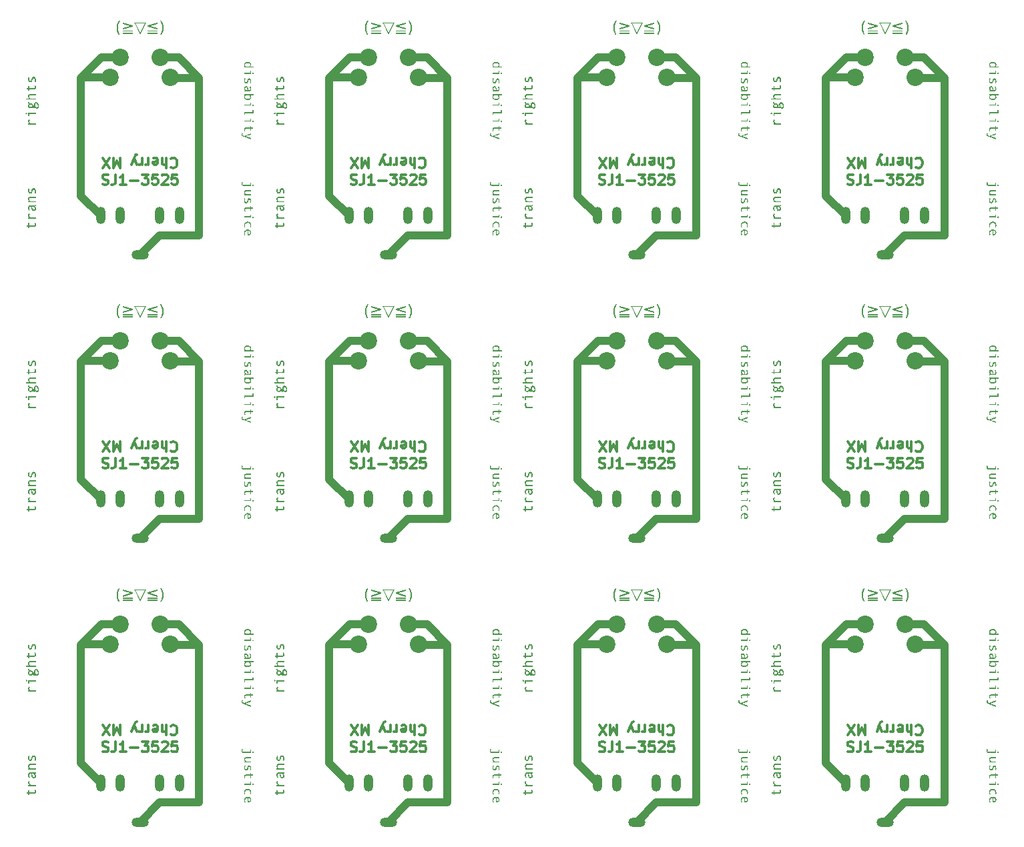
<source format=gbr>
%TF.GenerationSoftware,KiCad,Pcbnew,8.0.2*%
%TF.CreationDate,2024-06-10T13:17:10+01:00*%
%TF.ProjectId,,58585858-5858-4585-9858-585858585858,rev?*%
%TF.SameCoordinates,Original*%
%TF.FileFunction,Copper,L1,Top*%
%TF.FilePolarity,Positive*%
%FSLAX46Y46*%
G04 Gerber Fmt 4.6, Leading zero omitted, Abs format (unit mm)*
G04 Created by KiCad (PCBNEW 8.0.2) date 2024-06-10 13:17:10*
%MOMM*%
%LPD*%
G01*
G04 APERTURE LIST*
%ADD10C,0.300000*%
%TA.AperFunction,NonConductor*%
%ADD11C,0.300000*%
%TD*%
%ADD12C,0.150000*%
%TA.AperFunction,NonConductor*%
%ADD13C,0.150000*%
%TD*%
%TA.AperFunction,ComponentPad*%
%ADD14C,2.200000*%
%TD*%
%TA.AperFunction,ComponentPad*%
%ADD15O,1.200000X2.200000*%
%TD*%
%TA.AperFunction,ComponentPad*%
%ADD16O,2.200000X1.200000*%
%TD*%
%TA.AperFunction,Conductor*%
%ADD17C,1.000000*%
%TD*%
G04 APERTURE END LIST*
D10*
D11*
G36*
X177978381Y-61486505D02*
G01*
X178043351Y-61496180D01*
X178103788Y-61512306D01*
X178159690Y-61534882D01*
X178211059Y-61563909D01*
X178227175Y-61575017D01*
X178276739Y-61618056D01*
X178314129Y-61666900D01*
X178339346Y-61721551D01*
X178352389Y-61782009D01*
X178354376Y-61819163D01*
X178350399Y-61878915D01*
X178335705Y-61941308D01*
X178310184Y-61995819D01*
X178273835Y-62042448D01*
X178241243Y-62070928D01*
X178635744Y-62070928D01*
X178635744Y-62218353D01*
X177457517Y-62218353D01*
X177457517Y-62070928D01*
X177557168Y-62070928D01*
X177513479Y-62027950D01*
X177480080Y-61976263D01*
X177477447Y-61971570D01*
X177451728Y-61913483D01*
X177437879Y-61853088D01*
X177437381Y-61845248D01*
X177566547Y-61845248D01*
X177576393Y-61903591D01*
X177591752Y-61939037D01*
X177625959Y-61988142D01*
X177667956Y-62028723D01*
X177714988Y-62064993D01*
X177727161Y-62070928D01*
X178081508Y-62070928D01*
X178129618Y-62036557D01*
X178173165Y-61993202D01*
X178206344Y-61939361D01*
X178221827Y-61880939D01*
X178223071Y-61857851D01*
X178214170Y-61798534D01*
X178183816Y-61742674D01*
X178137528Y-61700428D01*
X178131920Y-61696650D01*
X178076660Y-61667889D01*
X178013424Y-61648541D01*
X177950519Y-61639245D01*
X177899205Y-61637153D01*
X177837973Y-61639832D01*
X177774106Y-61649453D01*
X177716761Y-61666072D01*
X177660043Y-61693133D01*
X177610738Y-61732168D01*
X177577594Y-61784033D01*
X177566547Y-61845248D01*
X177437381Y-61845248D01*
X177435242Y-61811542D01*
X177441679Y-61747949D01*
X177460991Y-61690527D01*
X177493178Y-61639277D01*
X177538240Y-61594197D01*
X177569771Y-61571207D01*
X177622682Y-61541326D01*
X177680518Y-61517626D01*
X177743280Y-61500110D01*
X177810967Y-61488775D01*
X177871135Y-61484053D01*
X177908877Y-61483280D01*
X177978381Y-61486505D01*
G37*
G36*
X178654502Y-62943461D02*
G01*
X178635540Y-63000778D01*
X178625779Y-63011752D01*
X178571558Y-63039182D01*
X178556903Y-63040181D01*
X178499644Y-63023187D01*
X178486561Y-63012338D01*
X178459413Y-62958385D01*
X178458424Y-62943461D01*
X178477966Y-62888020D01*
X178488026Y-62876929D01*
X178540183Y-62849860D01*
X178556903Y-62848500D01*
X178613951Y-62867461D01*
X178625193Y-62877223D01*
X178653472Y-62929702D01*
X178654502Y-62943461D01*
G37*
G36*
X177454000Y-63015562D02*
G01*
X177454000Y-62868137D01*
X178204314Y-62868137D01*
X178204314Y-62615199D01*
X178335618Y-62615199D01*
X178335618Y-63015562D01*
X177454000Y-63015562D01*
G37*
G36*
X178184969Y-64145429D02*
G01*
X178201639Y-64088771D01*
X178214699Y-64028315D01*
X178222141Y-63965220D01*
X178223071Y-63935283D01*
X178219866Y-63875703D01*
X178207556Y-63815692D01*
X178190245Y-63775255D01*
X178149825Y-63730431D01*
X178104956Y-63717809D01*
X178049812Y-63740478D01*
X178046630Y-63743601D01*
X178016176Y-63797708D01*
X177998563Y-63851165D01*
X177963392Y-63974264D01*
X177943925Y-64034343D01*
X177919579Y-64089661D01*
X177905067Y-64115241D01*
X177867258Y-64163747D01*
X177821829Y-64198479D01*
X177765211Y-64220433D01*
X177708110Y-64226615D01*
X177648026Y-64219966D01*
X177588490Y-64196589D01*
X177537485Y-64156380D01*
X177508221Y-64120223D01*
X177476293Y-64063675D01*
X177455838Y-64008455D01*
X177442369Y-63947878D01*
X177435883Y-63881943D01*
X177435242Y-63852045D01*
X177437822Y-63784218D01*
X177445564Y-63721020D01*
X177458467Y-63662450D01*
X177479533Y-63601180D01*
X177489170Y-63579763D01*
X177621648Y-63608486D01*
X177597541Y-63667250D01*
X177580322Y-63726602D01*
X177569990Y-63786539D01*
X177566547Y-63847062D01*
X177570210Y-63908325D01*
X177582703Y-63966590D01*
X177604062Y-64015297D01*
X177644402Y-64061158D01*
X177701955Y-64079190D01*
X177758173Y-64061550D01*
X177774935Y-64047830D01*
X177808494Y-63994194D01*
X177830510Y-63937751D01*
X177844104Y-63895422D01*
X177861667Y-63838052D01*
X177880048Y-63778704D01*
X177889826Y-63747704D01*
X177913543Y-63693039D01*
X177935842Y-63658018D01*
X177976623Y-63615274D01*
X178009408Y-63594124D01*
X178066904Y-63575234D01*
X178105249Y-63572142D01*
X178166356Y-63580094D01*
X178225227Y-63607583D01*
X178270085Y-63649111D01*
X178287551Y-63672673D01*
X178316787Y-63726895D01*
X178337670Y-63789030D01*
X178349090Y-63849890D01*
X178354115Y-63916809D01*
X178354376Y-63937041D01*
X178351223Y-63998731D01*
X178343127Y-64057771D01*
X178330047Y-64120767D01*
X178314516Y-64179135D01*
X178184969Y-64145429D01*
G37*
G36*
X177748849Y-64572317D02*
G01*
X177803071Y-64592100D01*
X177852084Y-64627387D01*
X177887775Y-64670063D01*
X177916703Y-64722656D01*
X177937893Y-64779878D01*
X177941704Y-64793161D01*
X177954879Y-64850905D01*
X177963843Y-64910281D01*
X177968961Y-64963447D01*
X177980099Y-65098856D01*
X178012339Y-65098856D01*
X178073048Y-65094054D01*
X178132316Y-65075617D01*
X178182736Y-65036630D01*
X178212987Y-64978821D01*
X178222866Y-64914291D01*
X178223071Y-64902191D01*
X178216487Y-64840522D01*
X178202262Y-64781144D01*
X178183416Y-64723448D01*
X178160216Y-64669429D01*
X178148040Y-64645736D01*
X178258535Y-64605290D01*
X178286146Y-64662311D01*
X178309077Y-64717786D01*
X178330416Y-64782317D01*
X178345017Y-64844622D01*
X178352879Y-64904701D01*
X178354376Y-64943517D01*
X178349380Y-65014477D01*
X178334391Y-65075976D01*
X178301603Y-65139545D01*
X178253201Y-65188330D01*
X178189186Y-65222331D01*
X178126733Y-65238889D01*
X178054286Y-65245985D01*
X178034614Y-65246280D01*
X177665905Y-65246280D01*
X177604629Y-65248182D01*
X177545441Y-65253885D01*
X177482123Y-65264681D01*
X177457517Y-65270314D01*
X177457517Y-65123475D01*
X177516721Y-65110066D01*
X177574753Y-65105597D01*
X177527341Y-65066414D01*
X177489738Y-65020307D01*
X177461945Y-64967276D01*
X177443961Y-64907320D01*
X177437388Y-64853538D01*
X177585304Y-64853538D01*
X177593998Y-64915298D01*
X177617801Y-64972824D01*
X177624872Y-64985136D01*
X177661664Y-65035576D01*
X177703869Y-65076985D01*
X177732143Y-65098856D01*
X177874879Y-65098856D01*
X177868409Y-65032315D01*
X177861187Y-64967913D01*
X177852417Y-64904876D01*
X177846449Y-64872296D01*
X177827764Y-64813604D01*
X177798089Y-64764145D01*
X177751340Y-64728122D01*
X177704593Y-64719595D01*
X177645814Y-64734250D01*
X177618131Y-64757111D01*
X177590722Y-64809204D01*
X177585304Y-64853538D01*
X177437388Y-64853538D01*
X177435787Y-64840440D01*
X177435242Y-64816608D01*
X177442111Y-64756800D01*
X177462719Y-64701570D01*
X177497066Y-64650920D01*
X177505584Y-64641340D01*
X177553526Y-64601463D01*
X177609425Y-64576356D01*
X177673281Y-64566018D01*
X177687007Y-64565722D01*
X177748849Y-64572317D01*
G37*
G36*
X178635744Y-65721089D02*
G01*
X178242122Y-65721089D01*
X178284235Y-65766777D01*
X178314534Y-65818460D01*
X178316861Y-65823084D01*
X178339722Y-65880512D01*
X178352032Y-65940248D01*
X178354376Y-65981354D01*
X178348472Y-66045876D01*
X178330758Y-66103779D01*
X178301236Y-66155062D01*
X178259905Y-66199725D01*
X178230985Y-66222275D01*
X178173397Y-66255736D01*
X178118298Y-66277876D01*
X178057903Y-66293978D01*
X177992211Y-66304041D01*
X177933423Y-66307815D01*
X177908877Y-66308151D01*
X177847543Y-66305918D01*
X177778135Y-66297345D01*
X177713302Y-66282343D01*
X177653045Y-66260910D01*
X177597362Y-66233048D01*
X177571236Y-66216706D01*
X177525019Y-66180309D01*
X177483185Y-66132246D01*
X177454366Y-66078152D01*
X177438562Y-66018027D01*
X177435242Y-65971389D01*
X177438459Y-65937683D01*
X177566547Y-65937683D01*
X177577837Y-66000913D01*
X177611708Y-66054793D01*
X177662094Y-66095659D01*
X177719480Y-66124420D01*
X177776601Y-66142084D01*
X177839473Y-66152310D01*
X177899205Y-66155157D01*
X177960328Y-66152450D01*
X178023484Y-66142728D01*
X178085996Y-66123338D01*
X178133972Y-66098590D01*
X178180958Y-66059057D01*
X178212543Y-66005918D01*
X178223071Y-65942666D01*
X178214224Y-65879798D01*
X178187681Y-65821912D01*
X178149940Y-65775349D01*
X178098651Y-65732602D01*
X178081508Y-65721089D01*
X177729505Y-65721089D01*
X177677123Y-65753159D01*
X177631899Y-65793646D01*
X177613441Y-65815171D01*
X177581384Y-65868049D01*
X177566959Y-65925949D01*
X177566547Y-65937683D01*
X177438459Y-65937683D01*
X177441012Y-65910925D01*
X177458323Y-65853511D01*
X177476274Y-65816929D01*
X177509372Y-65766612D01*
X177551923Y-65724314D01*
X177556875Y-65721089D01*
X177457517Y-65721089D01*
X177457517Y-65573957D01*
X178635744Y-65573957D01*
X178635744Y-65721089D01*
G37*
G36*
X178654502Y-66976399D02*
G01*
X178635540Y-67033716D01*
X178625779Y-67044689D01*
X178571558Y-67072120D01*
X178556903Y-67073119D01*
X178499644Y-67056125D01*
X178486561Y-67045276D01*
X178459413Y-66991323D01*
X178458424Y-66976399D01*
X178477966Y-66920958D01*
X178488026Y-66909867D01*
X178540183Y-66882798D01*
X178556903Y-66881438D01*
X178613951Y-66900399D01*
X178625193Y-66910160D01*
X178653472Y-66962640D01*
X178654502Y-66976399D01*
G37*
G36*
X177454000Y-67048500D02*
G01*
X177454000Y-66901075D01*
X178204314Y-66901075D01*
X178204314Y-66648137D01*
X178335618Y-66648137D01*
X178335618Y-67048500D01*
X177454000Y-67048500D01*
G37*
G36*
X177454000Y-68208262D02*
G01*
X177454000Y-67838381D01*
X178504439Y-67838381D01*
X178504439Y-67614166D01*
X178635744Y-67614166D01*
X178635744Y-67985806D01*
X177585304Y-67985806D01*
X177585304Y-68208262D01*
X177454000Y-68208262D01*
G37*
G36*
X178654502Y-68992868D02*
G01*
X178635540Y-69050185D01*
X178625779Y-69061158D01*
X178571558Y-69088589D01*
X178556903Y-69089588D01*
X178499644Y-69072594D01*
X178486561Y-69061745D01*
X178459413Y-69007792D01*
X178458424Y-68992868D01*
X178477966Y-68937427D01*
X178488026Y-68926336D01*
X178540183Y-68899267D01*
X178556903Y-68897906D01*
X178613951Y-68916868D01*
X178625193Y-68926629D01*
X178653472Y-68979109D01*
X178654502Y-68992868D01*
G37*
G36*
X177454000Y-69064969D02*
G01*
X177454000Y-68917544D01*
X178204314Y-68917544D01*
X178204314Y-68664606D01*
X178335618Y-68664606D01*
X178335618Y-69064969D01*
X177454000Y-69064969D01*
G37*
G36*
X177498842Y-70297125D02*
G01*
X177474061Y-70237235D01*
X177455365Y-70178354D01*
X177442757Y-70120483D01*
X177435801Y-70055582D01*
X177435242Y-70031584D01*
X177441417Y-69962685D01*
X177459943Y-69905463D01*
X177498476Y-69852212D01*
X177554794Y-69815777D01*
X177615312Y-69798260D01*
X177688180Y-69792421D01*
X178204314Y-69792421D01*
X178204314Y-69627411D01*
X178335618Y-69627411D01*
X178335618Y-69792421D01*
X178560713Y-69792421D01*
X178560713Y-69936329D01*
X178335618Y-69936329D01*
X178335618Y-70228248D01*
X178204314Y-70228248D01*
X178204314Y-69936329D01*
X177722178Y-69936329D01*
X177663001Y-69942444D01*
X177609244Y-69966311D01*
X177606700Y-69968276D01*
X177572193Y-70017507D01*
X177566547Y-70055618D01*
X177570604Y-70114464D01*
X177582775Y-70174608D01*
X177603061Y-70236051D01*
X177617838Y-70270747D01*
X177498842Y-70297125D01*
G37*
G36*
X178335618Y-71338479D02*
G01*
X177462792Y-71008165D01*
X177405682Y-70985894D01*
X177344518Y-70959131D01*
X177291390Y-70932327D01*
X177239566Y-70901003D01*
X177193734Y-70865136D01*
X177152931Y-70818167D01*
X177125501Y-70761674D01*
X177116358Y-70700126D01*
X177120933Y-70638673D01*
X177133165Y-70580965D01*
X177148891Y-70532770D01*
X177269938Y-70557976D01*
X177254711Y-70615863D01*
X177247685Y-70674238D01*
X177247663Y-70677264D01*
X177260486Y-70736469D01*
X177298954Y-70784536D01*
X177351560Y-70819401D01*
X177406904Y-70846351D01*
X177467775Y-70870705D01*
X178335618Y-70545080D01*
X178335618Y-70705401D01*
X177669129Y-70941926D01*
X178335618Y-71178158D01*
X178335618Y-71338479D01*
G37*
G36*
X178654502Y-77150188D02*
G01*
X178635540Y-77207505D01*
X178625779Y-77218479D01*
X178571558Y-77245909D01*
X178556903Y-77246909D01*
X178499644Y-77229914D01*
X178486561Y-77219065D01*
X178459413Y-77165112D01*
X178458424Y-77150188D01*
X178477966Y-77094747D01*
X178488026Y-77083657D01*
X178540183Y-77056587D01*
X178556903Y-77055227D01*
X178613951Y-77074188D01*
X178625193Y-77083950D01*
X178653472Y-77136429D01*
X178654502Y-77150188D01*
G37*
G36*
X177422053Y-77222289D02*
G01*
X177363412Y-77220238D01*
X177303464Y-77212663D01*
X177246114Y-77197170D01*
X177191171Y-77167552D01*
X177186700Y-77163964D01*
X177146652Y-77114058D01*
X177126250Y-77058336D01*
X177117457Y-76997556D01*
X177116358Y-76963196D01*
X177119993Y-76903816D01*
X177129481Y-76845627D01*
X177144857Y-76782940D01*
X177153581Y-76753636D01*
X177276093Y-76792910D01*
X177261101Y-76852106D01*
X177251023Y-76910941D01*
X177247663Y-76963196D01*
X177259070Y-77022609D01*
X177283713Y-77051123D01*
X177344287Y-77069647D01*
X177407549Y-77074493D01*
X177435242Y-77074864D01*
X178204314Y-77074864D01*
X178204314Y-76821926D01*
X178335618Y-76821926D01*
X178335618Y-77222289D01*
X177422053Y-77222289D01*
G37*
G36*
X177455758Y-78443308D02*
G01*
X177455758Y-78295883D01*
X177568891Y-78295883D01*
X177523471Y-78247818D01*
X177487449Y-78197486D01*
X177460823Y-78144888D01*
X177441637Y-78080658D01*
X177435242Y-78013343D01*
X177439972Y-77954541D01*
X177459191Y-77892065D01*
X177493192Y-77841838D01*
X177541978Y-77803862D01*
X177605546Y-77778137D01*
X177667045Y-77766376D01*
X177738005Y-77762456D01*
X178335618Y-77762456D01*
X178335618Y-77909881D01*
X177775228Y-77909881D01*
X177713707Y-77913058D01*
X177654466Y-77925258D01*
X177617251Y-77942414D01*
X177577688Y-77989637D01*
X177566596Y-78047532D01*
X177566547Y-78052324D01*
X177577721Y-78117566D01*
X177606417Y-78177700D01*
X177646011Y-78231970D01*
X177690710Y-78279716D01*
X177707817Y-78295883D01*
X178335618Y-78295883D01*
X178335618Y-78443308D01*
X177455758Y-78443308D01*
G37*
G36*
X178184969Y-79360391D02*
G01*
X178201639Y-79303733D01*
X178214699Y-79243276D01*
X178222141Y-79180182D01*
X178223071Y-79150244D01*
X178219866Y-79090664D01*
X178207556Y-79030654D01*
X178190245Y-78990216D01*
X178149825Y-78945393D01*
X178104956Y-78932770D01*
X178049812Y-78955439D01*
X178046630Y-78958562D01*
X178016176Y-79012670D01*
X177998563Y-79066127D01*
X177963392Y-79189225D01*
X177943925Y-79249305D01*
X177919579Y-79304623D01*
X177905067Y-79330202D01*
X177867258Y-79378709D01*
X177821829Y-79413440D01*
X177765211Y-79435395D01*
X177708110Y-79441577D01*
X177648026Y-79434928D01*
X177588490Y-79411550D01*
X177537485Y-79371342D01*
X177508221Y-79335185D01*
X177476293Y-79278637D01*
X177455838Y-79223417D01*
X177442369Y-79162839D01*
X177435883Y-79096904D01*
X177435242Y-79067006D01*
X177437822Y-78999180D01*
X177445564Y-78935982D01*
X177458467Y-78877412D01*
X177479533Y-78816142D01*
X177489170Y-78794724D01*
X177621648Y-78823447D01*
X177597541Y-78882212D01*
X177580322Y-78941563D01*
X177569990Y-79001500D01*
X177566547Y-79062024D01*
X177570210Y-79123287D01*
X177582703Y-79181552D01*
X177604062Y-79230258D01*
X177644402Y-79276120D01*
X177701955Y-79294152D01*
X177758173Y-79276512D01*
X177774935Y-79262791D01*
X177808494Y-79209156D01*
X177830510Y-79152713D01*
X177844104Y-79110384D01*
X177861667Y-79053013D01*
X177880048Y-78993665D01*
X177889826Y-78962666D01*
X177913543Y-78908001D01*
X177935842Y-78872980D01*
X177976623Y-78830235D01*
X178009408Y-78809086D01*
X178066904Y-78790195D01*
X178105249Y-78787104D01*
X178166356Y-78795056D01*
X178225227Y-78822545D01*
X178270085Y-78864072D01*
X178287551Y-78887634D01*
X178316787Y-78941856D01*
X178337670Y-79003992D01*
X178349090Y-79064852D01*
X178354115Y-79131770D01*
X178354376Y-79152003D01*
X178351223Y-79213693D01*
X178343127Y-79272732D01*
X178330047Y-79335729D01*
X178314516Y-79394096D01*
X178184969Y-79360391D01*
G37*
G36*
X177498842Y-80470914D02*
G01*
X177474061Y-80411024D01*
X177455365Y-80352143D01*
X177442757Y-80294273D01*
X177435801Y-80229371D01*
X177435242Y-80205373D01*
X177441417Y-80136474D01*
X177459943Y-80079252D01*
X177498476Y-80026001D01*
X177554794Y-79989566D01*
X177615312Y-79972050D01*
X177688180Y-79966211D01*
X178204314Y-79966211D01*
X178204314Y-79801200D01*
X178335618Y-79801200D01*
X178335618Y-79966211D01*
X178560713Y-79966211D01*
X178560713Y-80110119D01*
X178335618Y-80110119D01*
X178335618Y-80402038D01*
X178204314Y-80402038D01*
X178204314Y-80110119D01*
X177722178Y-80110119D01*
X177663001Y-80116233D01*
X177609244Y-80140100D01*
X177606700Y-80142066D01*
X177572193Y-80191296D01*
X177566547Y-80229407D01*
X177570604Y-80288253D01*
X177582775Y-80348397D01*
X177603061Y-80409840D01*
X177617838Y-80444536D01*
X177498842Y-80470914D01*
G37*
G36*
X178654502Y-81183126D02*
G01*
X178635540Y-81240443D01*
X178625779Y-81251417D01*
X178571558Y-81278847D01*
X178556903Y-81279846D01*
X178499644Y-81262852D01*
X178486561Y-81252003D01*
X178459413Y-81198050D01*
X178458424Y-81183126D01*
X178477966Y-81127685D01*
X178488026Y-81116595D01*
X178540183Y-81089525D01*
X178556903Y-81088165D01*
X178613951Y-81107126D01*
X178625193Y-81116888D01*
X178653472Y-81169367D01*
X178654502Y-81183126D01*
G37*
G36*
X177454000Y-81255227D02*
G01*
X177454000Y-81107802D01*
X178204314Y-81107802D01*
X178204314Y-80854864D01*
X178335618Y-80854864D01*
X178335618Y-81255227D01*
X177454000Y-81255227D01*
G37*
G36*
X177490636Y-82475953D02*
G01*
X177466401Y-82414477D01*
X177449090Y-82351096D01*
X177438704Y-82285809D01*
X177435296Y-82227121D01*
X177435242Y-82218618D01*
X177438311Y-82156072D01*
X177447521Y-82097575D01*
X177466676Y-82032725D01*
X177494672Y-81973707D01*
X177531508Y-81920521D01*
X177560978Y-81888304D01*
X177611114Y-81846370D01*
X177666999Y-81813113D01*
X177728634Y-81788531D01*
X177796019Y-81772625D01*
X177856565Y-81765997D01*
X177894809Y-81764913D01*
X177957744Y-81767947D01*
X178016671Y-81777049D01*
X178082094Y-81795980D01*
X178141748Y-81823650D01*
X178195631Y-81860058D01*
X178228347Y-81889183D01*
X178271177Y-81938605D01*
X178305146Y-81993446D01*
X178330254Y-82053707D01*
X178346500Y-82119388D01*
X178353269Y-82178263D01*
X178354376Y-82215394D01*
X178351281Y-82280662D01*
X178341993Y-82345454D01*
X178326514Y-82409769D01*
X178307891Y-82465654D01*
X178304844Y-82473608D01*
X178179987Y-82434040D01*
X178198836Y-82373755D01*
X178213605Y-82310708D01*
X178222020Y-82246582D01*
X178223071Y-82216860D01*
X178217558Y-82151702D01*
X178201016Y-82093688D01*
X178169226Y-82036962D01*
X178134851Y-81999093D01*
X178086857Y-81963958D01*
X178030803Y-81938862D01*
X177966690Y-81923805D01*
X177903978Y-81918864D01*
X177894516Y-81918786D01*
X177835639Y-81922755D01*
X177773641Y-81937011D01*
X177717285Y-81961635D01*
X177666571Y-81996628D01*
X177660629Y-82001731D01*
X177619468Y-82046500D01*
X177590067Y-82097571D01*
X177572427Y-82154944D01*
X177566547Y-82218618D01*
X177570117Y-82280161D01*
X177580828Y-82344440D01*
X177596343Y-82403874D01*
X177611683Y-82449867D01*
X177490636Y-82475953D01*
G37*
G36*
X177960932Y-82770791D02*
G01*
X178019752Y-82778669D01*
X178084952Y-82795056D01*
X178144279Y-82819006D01*
X178197733Y-82850519D01*
X178230106Y-82875729D01*
X178272338Y-82918292D01*
X178310566Y-82973574D01*
X178336901Y-83034914D01*
X178350007Y-83092315D01*
X178354376Y-83154166D01*
X178348654Y-83218660D01*
X178331488Y-83278274D01*
X178302877Y-83333007D01*
X178262822Y-83382860D01*
X178234795Y-83409156D01*
X178187211Y-83443918D01*
X178134146Y-83471488D01*
X178075598Y-83491866D01*
X178011569Y-83505051D01*
X177942059Y-83511045D01*
X177917670Y-83511444D01*
X177866672Y-83511444D01*
X177866672Y-83352589D01*
X177997977Y-83352589D01*
X178057171Y-83345489D01*
X178115663Y-83321550D01*
X178155367Y-83292505D01*
X178196624Y-83245725D01*
X178219832Y-83190675D01*
X178223071Y-83159149D01*
X178215383Y-83097304D01*
X178192317Y-83043147D01*
X178158005Y-83000586D01*
X178109872Y-82963948D01*
X178054535Y-82940678D01*
X177997977Y-82931123D01*
X177997977Y-83352589D01*
X177866672Y-83352589D01*
X177866672Y-82922038D01*
X177806332Y-82927148D01*
X177744142Y-82945116D01*
X177687980Y-82976020D01*
X177653888Y-83003810D01*
X177611667Y-83052870D01*
X177583264Y-83107726D01*
X177568679Y-83168378D01*
X177566547Y-83204578D01*
X177569349Y-83263416D01*
X177577757Y-83324452D01*
X177591771Y-83387687D01*
X177608631Y-83444820D01*
X177611390Y-83453119D01*
X177490343Y-83479204D01*
X177468873Y-83424105D01*
X177452676Y-83366004D01*
X177441753Y-83304901D01*
X177436103Y-83240797D01*
X177435242Y-83202819D01*
X177438304Y-83143659D01*
X177450065Y-83077521D01*
X177470645Y-83016679D01*
X177500046Y-82961134D01*
X177538267Y-82910884D01*
X177560685Y-82887746D01*
X177610766Y-82847107D01*
X177666926Y-82814876D01*
X177729165Y-82791053D01*
X177797484Y-82775638D01*
X177859061Y-82769216D01*
X177898033Y-82768165D01*
X177960932Y-82770791D01*
G37*
D10*
D11*
G36*
X182480420Y-81858687D02*
G01*
X182507267Y-81923568D01*
X182527520Y-81987355D01*
X182541179Y-82050049D01*
X182548715Y-82120358D01*
X182549321Y-82146356D01*
X182542631Y-82220997D01*
X182522561Y-82282987D01*
X182480816Y-82340676D01*
X182419805Y-82380147D01*
X182354245Y-82399124D01*
X182275304Y-82405449D01*
X181716159Y-82405449D01*
X181716159Y-82584210D01*
X181573912Y-82584210D01*
X181573912Y-82405449D01*
X181330060Y-82405449D01*
X181330060Y-82249549D01*
X181573912Y-82249549D01*
X181573912Y-81933303D01*
X181716159Y-81933303D01*
X181716159Y-82249549D01*
X182238473Y-82249549D01*
X182302581Y-82242924D01*
X182360818Y-82217069D01*
X182363574Y-82214940D01*
X182400956Y-82161607D01*
X182407073Y-82120320D01*
X182402678Y-82056570D01*
X182389492Y-81991414D01*
X182367516Y-81924851D01*
X182351508Y-81887263D01*
X182480420Y-81858687D01*
G37*
G36*
X181606299Y-80759765D02*
G01*
X181759659Y-80823586D01*
X181734893Y-80888002D01*
X181718878Y-80953489D01*
X181716159Y-80988059D01*
X181726909Y-81053539D01*
X181750133Y-81103635D01*
X181788542Y-81154964D01*
X181836224Y-81199347D01*
X181847928Y-81208415D01*
X181900784Y-81247183D01*
X181916194Y-81256360D01*
X182529000Y-81256360D01*
X182529000Y-81415118D01*
X181575817Y-81415118D01*
X181575817Y-81256360D01*
X181733940Y-81256360D01*
X181672650Y-81217525D01*
X181624040Y-81172461D01*
X181583356Y-81112014D01*
X181559932Y-81043090D01*
X181553591Y-80977263D01*
X181558738Y-80909773D01*
X181574180Y-80841848D01*
X181596879Y-80780344D01*
X181606299Y-80759765D01*
G37*
G36*
X182525189Y-79817696D02*
G01*
X182461051Y-79832222D01*
X182398183Y-79837065D01*
X182449546Y-79879512D01*
X182490282Y-79929462D01*
X182520392Y-79986912D01*
X182539874Y-80051864D01*
X182548730Y-80124317D01*
X182549321Y-80150135D01*
X182541879Y-80214928D01*
X182519553Y-80274760D01*
X182482345Y-80329631D01*
X182473117Y-80340009D01*
X182421179Y-80383209D01*
X182360622Y-80410409D01*
X182291444Y-80421608D01*
X182276575Y-80421928D01*
X182209579Y-80414784D01*
X182150838Y-80393352D01*
X182097741Y-80355125D01*
X182059076Y-80308893D01*
X182027737Y-80251917D01*
X182004782Y-80189927D01*
X182000653Y-80175536D01*
X181986380Y-80112981D01*
X181976669Y-80048656D01*
X181971124Y-79991060D01*
X181959059Y-79844367D01*
X182073047Y-79844367D01*
X182080056Y-79916452D01*
X182087879Y-79986222D01*
X182097380Y-80054512D01*
X182103846Y-80089807D01*
X182124088Y-80153390D01*
X182156236Y-80206970D01*
X182206881Y-80245995D01*
X182257524Y-80255233D01*
X182321200Y-80239357D01*
X182351191Y-80214591D01*
X182380883Y-80158157D01*
X182386752Y-80110128D01*
X182377334Y-80043222D01*
X182351548Y-79980902D01*
X182343888Y-79967564D01*
X182304030Y-79912920D01*
X182258307Y-79868061D01*
X182227677Y-79844367D01*
X182073047Y-79844367D01*
X181959059Y-79844367D01*
X181924132Y-79844367D01*
X181858364Y-79849569D01*
X181794156Y-79869543D01*
X181739535Y-79911779D01*
X181706763Y-79974405D01*
X181696061Y-80044313D01*
X181695838Y-80057420D01*
X181702971Y-80124229D01*
X181718382Y-80188554D01*
X181738799Y-80251059D01*
X181763932Y-80309580D01*
X181777122Y-80335247D01*
X181657419Y-80379064D01*
X181627508Y-80317291D01*
X181602666Y-80257192D01*
X181579548Y-80187284D01*
X181563731Y-80119787D01*
X181555214Y-80054702D01*
X181553591Y-80012651D01*
X181559004Y-79935777D01*
X181575242Y-79869153D01*
X181610762Y-79800288D01*
X181663197Y-79747437D01*
X181732547Y-79710602D01*
X181800205Y-79692665D01*
X181878689Y-79684977D01*
X181900001Y-79684657D01*
X182299436Y-79684657D01*
X182365817Y-79682598D01*
X182429938Y-79676419D01*
X182498533Y-79664723D01*
X182525189Y-79658621D01*
X182525189Y-79817696D01*
G37*
G36*
X182529000Y-78592403D02*
G01*
X182529000Y-78752113D01*
X181921592Y-78752113D01*
X181852681Y-78755772D01*
X181787670Y-78769822D01*
X181748228Y-78789580D01*
X181707350Y-78841059D01*
X181695838Y-78906426D01*
X181707919Y-78977105D01*
X181738941Y-79042251D01*
X181781746Y-79101043D01*
X181830069Y-79152767D01*
X181848563Y-79170282D01*
X182529000Y-79170282D01*
X182529000Y-79329674D01*
X181575817Y-79329674D01*
X181575817Y-79170282D01*
X181697426Y-79170282D01*
X181648545Y-79118211D01*
X181609777Y-79063686D01*
X181581122Y-79006704D01*
X181560474Y-78937121D01*
X181553591Y-78864196D01*
X181558701Y-78800495D01*
X181579461Y-78732812D01*
X181616189Y-78678400D01*
X181668886Y-78637260D01*
X181737552Y-78609390D01*
X181803982Y-78596650D01*
X181880632Y-78592403D01*
X182529000Y-78592403D01*
G37*
G36*
X181737115Y-77600484D02*
G01*
X181719057Y-77661864D01*
X181704908Y-77727358D01*
X181696846Y-77795711D01*
X181695838Y-77828143D01*
X181699311Y-77892688D01*
X181712647Y-77957699D01*
X181731400Y-78001506D01*
X181775188Y-78050065D01*
X181823797Y-78063739D01*
X181883536Y-78039182D01*
X181886983Y-78035798D01*
X181919975Y-77977182D01*
X181939055Y-77919270D01*
X181977157Y-77785913D01*
X181998247Y-77720827D01*
X182024622Y-77660899D01*
X182040343Y-77633188D01*
X182081302Y-77580639D01*
X182130517Y-77543014D01*
X182191854Y-77519230D01*
X182253713Y-77512532D01*
X182318804Y-77519736D01*
X182383302Y-77545061D01*
X182438557Y-77588621D01*
X182470259Y-77627790D01*
X182504848Y-77689051D01*
X182527007Y-77748873D01*
X182541600Y-77814498D01*
X182548626Y-77885928D01*
X182549321Y-77918317D01*
X182546525Y-77991796D01*
X182538138Y-78060260D01*
X182524160Y-78123711D01*
X182501338Y-78190087D01*
X182490898Y-78213289D01*
X182347381Y-78182173D01*
X182373496Y-78118511D01*
X182392150Y-78054214D01*
X182403343Y-77989282D01*
X182407073Y-77923715D01*
X182403105Y-77857347D01*
X182389570Y-77794226D01*
X182366431Y-77741461D01*
X182322730Y-77691778D01*
X182260381Y-77672243D01*
X182199478Y-77691353D01*
X182181320Y-77706217D01*
X182144964Y-77764322D01*
X182121113Y-77825469D01*
X182106386Y-77871325D01*
X182087360Y-77933476D01*
X182067447Y-77997770D01*
X182056854Y-78031353D01*
X182031161Y-78090573D01*
X182007004Y-78128513D01*
X181962824Y-78174819D01*
X181927307Y-78197731D01*
X181865020Y-78218196D01*
X181823480Y-78221545D01*
X181757279Y-78212930D01*
X181693503Y-78183150D01*
X181644907Y-78138162D01*
X181625985Y-78112637D01*
X181594313Y-78053896D01*
X181571690Y-77986583D01*
X181559318Y-77920651D01*
X181553874Y-77848156D01*
X181553591Y-77826238D01*
X181557007Y-77759407D01*
X181565778Y-77695447D01*
X181579948Y-77627201D01*
X181596773Y-77563970D01*
X181737115Y-77600484D01*
G37*
G36*
X181606299Y-68808474D02*
G01*
X181759659Y-68872295D01*
X181734893Y-68936711D01*
X181718878Y-69002198D01*
X181716159Y-69036768D01*
X181726909Y-69102248D01*
X181750133Y-69152344D01*
X181788542Y-69203673D01*
X181836224Y-69248056D01*
X181847928Y-69257124D01*
X181900784Y-69295892D01*
X181916194Y-69305069D01*
X182529000Y-69305069D01*
X182529000Y-69463827D01*
X181575817Y-69463827D01*
X181575817Y-69305069D01*
X181733940Y-69305069D01*
X181672650Y-69266234D01*
X181624040Y-69221170D01*
X181583356Y-69160723D01*
X181559932Y-69091799D01*
X181553591Y-69025972D01*
X181558738Y-68958482D01*
X181574180Y-68890557D01*
X181596879Y-68829053D01*
X181606299Y-68808474D01*
G37*
G36*
X181228455Y-68043579D02*
G01*
X181248997Y-67981486D01*
X181259572Y-67969598D01*
X181318311Y-67939881D01*
X181334188Y-67938799D01*
X181396218Y-67957209D01*
X181410392Y-67968963D01*
X181439802Y-68027412D01*
X181440873Y-68043579D01*
X181419703Y-68103640D01*
X181408804Y-68115655D01*
X181352301Y-68144980D01*
X181334188Y-68146454D01*
X181272385Y-68125912D01*
X181260207Y-68115337D01*
X181229571Y-68058485D01*
X181228455Y-68043579D01*
G37*
G36*
X182529000Y-67965470D02*
G01*
X182529000Y-68125180D01*
X181716159Y-68125180D01*
X181716159Y-68399196D01*
X181573912Y-68399196D01*
X181573912Y-67965470D01*
X182529000Y-67965470D01*
G37*
G36*
X182610293Y-66576599D02*
G01*
X182671521Y-66597384D01*
X182726337Y-66632026D01*
X182774742Y-66680524D01*
X182799523Y-66714458D01*
X182831895Y-66770286D01*
X182857569Y-66829419D01*
X182876545Y-66891855D01*
X182888824Y-66957596D01*
X182894405Y-67026641D01*
X182894778Y-67050390D01*
X182891572Y-67116632D01*
X182880057Y-67185825D01*
X182860167Y-67248073D01*
X182827782Y-67309800D01*
X182787035Y-67358916D01*
X182734161Y-67394636D01*
X182666760Y-67411008D01*
X182653466Y-67411405D01*
X182584859Y-67397886D01*
X182531013Y-67362601D01*
X182489433Y-67312850D01*
X182466449Y-67272968D01*
X182430152Y-67332409D01*
X182376690Y-67374679D01*
X182323884Y-67385686D01*
X182262006Y-67370834D01*
X182210451Y-67332069D01*
X182167914Y-67277411D01*
X182142900Y-67233596D01*
X182102329Y-67283883D01*
X182051704Y-67323612D01*
X182028912Y-67337106D01*
X181965892Y-67363832D01*
X181900147Y-67376932D01*
X181868884Y-67378383D01*
X181802920Y-67372609D01*
X181736112Y-67352307D01*
X181677140Y-67317387D01*
X181642178Y-67285986D01*
X181599355Y-67230421D01*
X181570547Y-67167673D01*
X181555754Y-67097742D01*
X181553591Y-67055788D01*
X181675517Y-67055788D01*
X181688774Y-67119846D01*
X181728542Y-67172951D01*
X181785718Y-67207136D01*
X181852553Y-67220160D01*
X181868567Y-67220578D01*
X181932570Y-67212718D01*
X181993658Y-67184113D01*
X182007639Y-67172951D01*
X182048122Y-67119846D01*
X182061616Y-67055788D01*
X182048360Y-66990221D01*
X182008591Y-66937672D01*
X181951415Y-66904626D01*
X181884581Y-66892037D01*
X181868567Y-66891632D01*
X181800823Y-66898968D01*
X181739586Y-66925666D01*
X181726320Y-66936084D01*
X181688218Y-66988236D01*
X181675567Y-67051114D01*
X181675517Y-67055788D01*
X181553591Y-67055788D01*
X181558281Y-66990269D01*
X181574095Y-66924700D01*
X181593281Y-66879566D01*
X181552004Y-66595390D01*
X181711079Y-66595390D01*
X181711079Y-66765896D01*
X181774781Y-66742422D01*
X181838601Y-66733990D01*
X181868567Y-66733192D01*
X181932070Y-66738907D01*
X181997439Y-66759000D01*
X182056377Y-66793559D01*
X182092098Y-66824636D01*
X182136302Y-66879891D01*
X182166039Y-66942782D01*
X182180328Y-67005094D01*
X182183542Y-67055788D01*
X182183542Y-67108178D01*
X182215356Y-67167270D01*
X182256343Y-67218483D01*
X182283877Y-67230421D01*
X182319439Y-67204385D01*
X182334442Y-67140763D01*
X182334680Y-67128816D01*
X182326960Y-66856705D01*
X182488357Y-66856705D01*
X182488357Y-66923835D01*
X182488357Y-66993557D01*
X182488357Y-67013875D01*
X182488357Y-67080256D01*
X182488357Y-67124688D01*
X182519792Y-67180254D01*
X182564978Y-67227173D01*
X182582660Y-67240264D01*
X182643031Y-67260822D01*
X182647115Y-67260903D01*
X182707770Y-67236289D01*
X182735067Y-67203750D01*
X182762188Y-67141588D01*
X182772261Y-67073831D01*
X182772852Y-67050390D01*
X182769160Y-66985676D01*
X182756184Y-66919088D01*
X182733864Y-66859080D01*
X182713794Y-66822731D01*
X182670408Y-66769584D01*
X182611395Y-66735216D01*
X182570912Y-66729381D01*
X182511656Y-66757358D01*
X182490373Y-66820025D01*
X182488357Y-66856705D01*
X182326960Y-66856705D01*
X182325789Y-66815428D01*
X182331309Y-66748291D01*
X182350130Y-66685757D01*
X182382307Y-66635079D01*
X182436036Y-66592730D01*
X182499492Y-66572801D01*
X182542653Y-66569671D01*
X182610293Y-66576599D01*
G37*
G36*
X182529000Y-65548858D02*
G01*
X182529000Y-65708568D01*
X181921592Y-65708568D01*
X181852681Y-65712227D01*
X181787670Y-65726277D01*
X181748228Y-65746035D01*
X181707350Y-65797514D01*
X181695838Y-65862881D01*
X181707919Y-65933560D01*
X181738941Y-65998705D01*
X181781746Y-66057498D01*
X181830069Y-66109222D01*
X181848563Y-66126737D01*
X182529000Y-66126737D01*
X182529000Y-66286129D01*
X181248776Y-66286129D01*
X181248776Y-66126737D01*
X181699331Y-66126737D01*
X181649802Y-66074666D01*
X181610521Y-66020141D01*
X181581487Y-65963159D01*
X181560565Y-65893576D01*
X181553591Y-65820651D01*
X181558701Y-65756950D01*
X181579461Y-65689267D01*
X181616189Y-65634855D01*
X181668886Y-65593715D01*
X181737552Y-65565845D01*
X181803982Y-65553105D01*
X181880632Y-65548858D01*
X182529000Y-65548858D01*
G37*
G36*
X182480420Y-64446126D02*
G01*
X182507267Y-64511007D01*
X182527520Y-64574794D01*
X182541179Y-64637487D01*
X182548715Y-64707797D01*
X182549321Y-64733795D01*
X182542631Y-64808436D01*
X182522561Y-64870426D01*
X182480816Y-64928115D01*
X182419805Y-64967586D01*
X182354245Y-64986562D01*
X182275304Y-64992888D01*
X181716159Y-64992888D01*
X181716159Y-65171649D01*
X181573912Y-65171649D01*
X181573912Y-64992888D01*
X181330060Y-64992888D01*
X181330060Y-64836988D01*
X181573912Y-64836988D01*
X181573912Y-64520742D01*
X181716159Y-64520742D01*
X181716159Y-64836988D01*
X182238473Y-64836988D01*
X182302581Y-64830363D01*
X182360818Y-64804508D01*
X182363574Y-64802379D01*
X182400956Y-64749046D01*
X182407073Y-64707759D01*
X182402678Y-64644009D01*
X182389492Y-64578852D01*
X182367516Y-64512290D01*
X182351508Y-64474702D01*
X182480420Y-64446126D01*
G37*
G36*
X181737115Y-63464685D02*
G01*
X181719057Y-63526065D01*
X181704908Y-63591559D01*
X181696846Y-63659912D01*
X181695838Y-63692344D01*
X181699311Y-63756889D01*
X181712647Y-63821900D01*
X181731400Y-63865707D01*
X181775188Y-63914266D01*
X181823797Y-63927940D01*
X181883536Y-63903382D01*
X181886983Y-63899999D01*
X181919975Y-63841383D01*
X181939055Y-63783471D01*
X181977157Y-63650114D01*
X181998247Y-63585028D01*
X182024622Y-63525100D01*
X182040343Y-63497389D01*
X182081302Y-63444840D01*
X182130517Y-63407215D01*
X182191854Y-63383431D01*
X182253713Y-63376733D01*
X182318804Y-63383937D01*
X182383302Y-63409262D01*
X182438557Y-63452822D01*
X182470259Y-63491991D01*
X182504848Y-63553252D01*
X182527007Y-63613074D01*
X182541600Y-63678699D01*
X182548626Y-63750129D01*
X182549321Y-63782518D01*
X182546525Y-63855997D01*
X182538138Y-63924461D01*
X182524160Y-63987912D01*
X182501338Y-64054288D01*
X182490898Y-64077490D01*
X182347381Y-64046374D01*
X182373496Y-63982712D01*
X182392150Y-63918415D01*
X182403343Y-63853483D01*
X182407073Y-63787916D01*
X182403105Y-63721548D01*
X182389570Y-63658427D01*
X182366431Y-63605662D01*
X182322730Y-63555979D01*
X182260381Y-63536443D01*
X182199478Y-63555554D01*
X182181320Y-63570418D01*
X182144964Y-63628523D01*
X182121113Y-63689670D01*
X182106386Y-63735526D01*
X182087360Y-63797677D01*
X182067447Y-63861971D01*
X182056854Y-63895554D01*
X182031161Y-63954774D01*
X182007004Y-63992714D01*
X181962824Y-64039020D01*
X181927307Y-64061932D01*
X181865020Y-64082397D01*
X181823480Y-64085746D01*
X181757279Y-64077131D01*
X181693503Y-64047351D01*
X181644907Y-64002363D01*
X181625985Y-63976838D01*
X181594313Y-63918097D01*
X181571690Y-63850784D01*
X181559318Y-63784852D01*
X181553874Y-63712357D01*
X181553591Y-63690439D01*
X181557007Y-63623608D01*
X181565778Y-63559648D01*
X181579948Y-63491402D01*
X181596773Y-63428171D01*
X181737115Y-63464685D01*
G37*
D10*
D11*
X199649999Y-37798504D02*
X199711903Y-37736600D01*
X199711903Y-37736600D02*
X199897618Y-37674695D01*
X199897618Y-37674695D02*
X200021427Y-37674695D01*
X200021427Y-37674695D02*
X200207141Y-37736600D01*
X200207141Y-37736600D02*
X200330951Y-37860409D01*
X200330951Y-37860409D02*
X200392856Y-37984219D01*
X200392856Y-37984219D02*
X200454760Y-38231838D01*
X200454760Y-38231838D02*
X200454760Y-38417552D01*
X200454760Y-38417552D02*
X200392856Y-38665171D01*
X200392856Y-38665171D02*
X200330951Y-38788980D01*
X200330951Y-38788980D02*
X200207141Y-38912790D01*
X200207141Y-38912790D02*
X200021427Y-38974695D01*
X200021427Y-38974695D02*
X199897618Y-38974695D01*
X199897618Y-38974695D02*
X199711903Y-38912790D01*
X199711903Y-38912790D02*
X199649999Y-38850885D01*
X199092856Y-37674695D02*
X199092856Y-38974695D01*
X198535713Y-37674695D02*
X198535713Y-38355647D01*
X198535713Y-38355647D02*
X198597618Y-38479457D01*
X198597618Y-38479457D02*
X198721427Y-38541361D01*
X198721427Y-38541361D02*
X198907141Y-38541361D01*
X198907141Y-38541361D02*
X199030951Y-38479457D01*
X199030951Y-38479457D02*
X199092856Y-38417552D01*
X197421428Y-37736600D02*
X197545237Y-37674695D01*
X197545237Y-37674695D02*
X197792856Y-37674695D01*
X197792856Y-37674695D02*
X197916666Y-37736600D01*
X197916666Y-37736600D02*
X197978570Y-37860409D01*
X197978570Y-37860409D02*
X197978570Y-38355647D01*
X197978570Y-38355647D02*
X197916666Y-38479457D01*
X197916666Y-38479457D02*
X197792856Y-38541361D01*
X197792856Y-38541361D02*
X197545237Y-38541361D01*
X197545237Y-38541361D02*
X197421428Y-38479457D01*
X197421428Y-38479457D02*
X197359523Y-38355647D01*
X197359523Y-38355647D02*
X197359523Y-38231838D01*
X197359523Y-38231838D02*
X197978570Y-38108028D01*
X196802380Y-37674695D02*
X196802380Y-38541361D01*
X196802380Y-38293742D02*
X196740475Y-38417552D01*
X196740475Y-38417552D02*
X196678570Y-38479457D01*
X196678570Y-38479457D02*
X196554761Y-38541361D01*
X196554761Y-38541361D02*
X196430951Y-38541361D01*
X195997618Y-37674695D02*
X195997618Y-38541361D01*
X195997618Y-38293742D02*
X195935713Y-38417552D01*
X195935713Y-38417552D02*
X195873808Y-38479457D01*
X195873808Y-38479457D02*
X195749999Y-38541361D01*
X195749999Y-38541361D02*
X195626189Y-38541361D01*
X195316665Y-38541361D02*
X195007141Y-37674695D01*
X194697618Y-38541361D02*
X195007141Y-37674695D01*
X195007141Y-37674695D02*
X195130951Y-37365171D01*
X195130951Y-37365171D02*
X195192856Y-37303266D01*
X195192856Y-37303266D02*
X195316665Y-37241361D01*
X193211904Y-37674695D02*
X193211904Y-38974695D01*
X193211904Y-38974695D02*
X192778570Y-38046123D01*
X192778570Y-38046123D02*
X192345237Y-38974695D01*
X192345237Y-38974695D02*
X192345237Y-37674695D01*
X191849999Y-38974695D02*
X190983333Y-37674695D01*
X190983333Y-38974695D02*
X191849999Y-37674695D01*
D12*
D13*
G36*
X161701179Y-56273877D02*
G01*
X161662514Y-56342789D01*
X161627088Y-56411467D01*
X161594901Y-56479912D01*
X161565953Y-56548123D01*
X161540244Y-56616101D01*
X161517774Y-56683844D01*
X161509693Y-56710876D01*
X161491666Y-56778444D01*
X161476694Y-56846296D01*
X161464778Y-56914432D01*
X161455918Y-56982852D01*
X161450112Y-57051555D01*
X161447362Y-57120543D01*
X161447118Y-57148217D01*
X161448654Y-57217458D01*
X161453262Y-57286483D01*
X161460942Y-57355290D01*
X161471695Y-57423880D01*
X161485519Y-57492253D01*
X161502416Y-57560409D01*
X161510035Y-57587610D01*
X161531381Y-57655531D01*
X161555883Y-57723585D01*
X161583540Y-57791772D01*
X161614353Y-57860094D01*
X161648322Y-57928548D01*
X161685446Y-57997137D01*
X161701179Y-58024609D01*
X161547306Y-58024609D01*
X161503983Y-57954276D01*
X161464199Y-57884327D01*
X161427955Y-57814762D01*
X161395250Y-57745581D01*
X161366085Y-57676784D01*
X161340459Y-57608371D01*
X161331200Y-57581113D01*
X161310612Y-57513113D01*
X161293513Y-57445246D01*
X161279904Y-57377512D01*
X161268179Y-57296408D01*
X161261480Y-57215497D01*
X161259735Y-57148217D01*
X161262235Y-57067851D01*
X161269737Y-56987292D01*
X161282239Y-56906540D01*
X161296477Y-56839101D01*
X161314189Y-56771528D01*
X161330858Y-56717373D01*
X161354896Y-56649294D01*
X161382557Y-56580764D01*
X161413841Y-56511783D01*
X161448747Y-56442352D01*
X161487277Y-56372469D01*
X161529431Y-56302136D01*
X161547306Y-56273877D01*
X161701179Y-56273877D01*
G37*
G36*
X163297697Y-57762000D02*
G01*
X163297697Y-57925447D01*
X162064662Y-57925447D01*
X162064662Y-57762000D01*
X163297697Y-57762000D01*
G37*
G36*
X162064662Y-56674288D02*
G01*
X162064662Y-56505028D01*
X163297697Y-56857910D01*
X163297697Y-57021357D01*
X162064662Y-57375265D01*
X162064662Y-57204295D01*
X162987899Y-56940660D01*
X162064662Y-56674288D01*
G37*
G36*
X163297697Y-57487764D02*
G01*
X163297697Y-57651553D01*
X162064662Y-57651553D01*
X162064662Y-57487764D01*
X163297697Y-57487764D01*
G37*
G36*
X164253077Y-58004435D02*
G01*
X163556664Y-56605900D01*
X163666650Y-56605900D01*
X164253077Y-57785251D01*
X164840872Y-56605900D01*
X163666650Y-56605900D01*
X163556664Y-56605900D01*
X163502177Y-56496480D01*
X165005345Y-56496480D01*
X164253077Y-58004435D01*
G37*
G36*
X165213245Y-57762000D02*
G01*
X166446281Y-57762000D01*
X166446281Y-57925447D01*
X165213245Y-57925447D01*
X165213245Y-57762000D01*
G37*
G36*
X166446281Y-56674288D02*
G01*
X165523043Y-56940660D01*
X166446281Y-57204295D01*
X166446281Y-57375265D01*
X165213245Y-57021357D01*
X165213245Y-56857910D01*
X166446281Y-56505028D01*
X166446281Y-56674288D01*
G37*
G36*
X165213245Y-57487764D02*
G01*
X166446281Y-57487764D01*
X166446281Y-57651553D01*
X165213245Y-57651553D01*
X165213245Y-57487764D01*
G37*
G36*
X166802582Y-56273877D02*
G01*
X166956455Y-56273877D01*
X166999770Y-56344390D01*
X167039529Y-56414453D01*
X167075732Y-56484065D01*
X167108378Y-56553226D01*
X167137468Y-56621936D01*
X167163001Y-56690195D01*
X167172219Y-56717373D01*
X167192906Y-56785053D01*
X167210086Y-56852599D01*
X167223761Y-56920012D01*
X167235541Y-57000732D01*
X167242273Y-57081258D01*
X167244026Y-57148217D01*
X167241502Y-57228968D01*
X167233929Y-57309912D01*
X167221306Y-57391048D01*
X167206931Y-57458808D01*
X167189049Y-57526702D01*
X167172219Y-57581113D01*
X167148108Y-57649373D01*
X167120441Y-57718016D01*
X167089217Y-57787044D01*
X167054437Y-57856455D01*
X167016100Y-57926251D01*
X166974208Y-57996430D01*
X166956455Y-58024609D01*
X166802582Y-58024609D01*
X166840960Y-57955968D01*
X166876166Y-57887459D01*
X166908199Y-57819085D01*
X166937061Y-57750844D01*
X166962749Y-57682736D01*
X166985266Y-57614762D01*
X166993384Y-57587610D01*
X167011608Y-57519541D01*
X167026744Y-57451255D01*
X167038790Y-57382752D01*
X167047748Y-57314031D01*
X167053616Y-57245094D01*
X167056396Y-57175940D01*
X167056643Y-57148217D01*
X167055099Y-57079116D01*
X167050466Y-57010299D01*
X167042744Y-56941766D01*
X167031933Y-56873517D01*
X167018033Y-56805551D01*
X167001045Y-56737869D01*
X166993384Y-56710876D01*
X166972137Y-56643226D01*
X166947717Y-56575342D01*
X166920125Y-56507225D01*
X166889360Y-56438873D01*
X166855423Y-56370288D01*
X166818314Y-56301470D01*
X166802582Y-56273877D01*
G37*
D10*
D11*
G36*
X146478381Y-97486505D02*
G01*
X146543351Y-97496180D01*
X146603788Y-97512306D01*
X146659690Y-97534882D01*
X146711059Y-97563909D01*
X146727175Y-97575017D01*
X146776739Y-97618056D01*
X146814129Y-97666900D01*
X146839346Y-97721551D01*
X146852389Y-97782009D01*
X146854376Y-97819163D01*
X146850399Y-97878915D01*
X146835705Y-97941308D01*
X146810184Y-97995819D01*
X146773835Y-98042448D01*
X146741243Y-98070928D01*
X147135744Y-98070928D01*
X147135744Y-98218353D01*
X145957517Y-98218353D01*
X145957517Y-98070928D01*
X146057168Y-98070928D01*
X146013479Y-98027950D01*
X145980080Y-97976263D01*
X145977447Y-97971570D01*
X145951728Y-97913483D01*
X145937879Y-97853088D01*
X145937381Y-97845248D01*
X146066547Y-97845248D01*
X146076393Y-97903591D01*
X146091752Y-97939037D01*
X146125959Y-97988142D01*
X146167956Y-98028723D01*
X146214988Y-98064993D01*
X146227161Y-98070928D01*
X146581508Y-98070928D01*
X146629618Y-98036557D01*
X146673165Y-97993202D01*
X146706344Y-97939361D01*
X146721827Y-97880939D01*
X146723071Y-97857851D01*
X146714170Y-97798534D01*
X146683816Y-97742674D01*
X146637528Y-97700428D01*
X146631920Y-97696650D01*
X146576660Y-97667889D01*
X146513424Y-97648541D01*
X146450519Y-97639245D01*
X146399205Y-97637153D01*
X146337973Y-97639832D01*
X146274106Y-97649453D01*
X146216761Y-97666072D01*
X146160043Y-97693133D01*
X146110738Y-97732168D01*
X146077594Y-97784033D01*
X146066547Y-97845248D01*
X145937381Y-97845248D01*
X145935242Y-97811542D01*
X145941679Y-97747949D01*
X145960991Y-97690527D01*
X145993178Y-97639277D01*
X146038240Y-97594197D01*
X146069771Y-97571207D01*
X146122682Y-97541326D01*
X146180518Y-97517626D01*
X146243280Y-97500110D01*
X146310967Y-97488775D01*
X146371135Y-97484053D01*
X146408877Y-97483280D01*
X146478381Y-97486505D01*
G37*
G36*
X147154502Y-98943461D02*
G01*
X147135540Y-99000778D01*
X147125779Y-99011752D01*
X147071558Y-99039182D01*
X147056903Y-99040181D01*
X146999644Y-99023187D01*
X146986561Y-99012338D01*
X146959413Y-98958385D01*
X146958424Y-98943461D01*
X146977966Y-98888020D01*
X146988026Y-98876929D01*
X147040183Y-98849860D01*
X147056903Y-98848500D01*
X147113951Y-98867461D01*
X147125193Y-98877223D01*
X147153472Y-98929702D01*
X147154502Y-98943461D01*
G37*
G36*
X145954000Y-99015562D02*
G01*
X145954000Y-98868137D01*
X146704314Y-98868137D01*
X146704314Y-98615199D01*
X146835618Y-98615199D01*
X146835618Y-99015562D01*
X145954000Y-99015562D01*
G37*
G36*
X146684969Y-100145429D02*
G01*
X146701639Y-100088771D01*
X146714699Y-100028315D01*
X146722141Y-99965220D01*
X146723071Y-99935283D01*
X146719866Y-99875703D01*
X146707556Y-99815692D01*
X146690245Y-99775255D01*
X146649825Y-99730431D01*
X146604956Y-99717809D01*
X146549812Y-99740478D01*
X146546630Y-99743601D01*
X146516176Y-99797708D01*
X146498563Y-99851165D01*
X146463392Y-99974264D01*
X146443925Y-100034343D01*
X146419579Y-100089661D01*
X146405067Y-100115241D01*
X146367258Y-100163747D01*
X146321829Y-100198479D01*
X146265211Y-100220433D01*
X146208110Y-100226615D01*
X146148026Y-100219966D01*
X146088490Y-100196589D01*
X146037485Y-100156380D01*
X146008221Y-100120223D01*
X145976293Y-100063675D01*
X145955838Y-100008455D01*
X145942369Y-99947878D01*
X145935883Y-99881943D01*
X145935242Y-99852045D01*
X145937822Y-99784218D01*
X145945564Y-99721020D01*
X145958467Y-99662450D01*
X145979533Y-99601180D01*
X145989170Y-99579763D01*
X146121648Y-99608486D01*
X146097541Y-99667250D01*
X146080322Y-99726602D01*
X146069990Y-99786539D01*
X146066547Y-99847062D01*
X146070210Y-99908325D01*
X146082703Y-99966590D01*
X146104062Y-100015297D01*
X146144402Y-100061158D01*
X146201955Y-100079190D01*
X146258173Y-100061550D01*
X146274935Y-100047830D01*
X146308494Y-99994194D01*
X146330510Y-99937751D01*
X146344104Y-99895422D01*
X146361667Y-99838052D01*
X146380048Y-99778704D01*
X146389826Y-99747704D01*
X146413543Y-99693039D01*
X146435842Y-99658018D01*
X146476623Y-99615274D01*
X146509408Y-99594124D01*
X146566904Y-99575234D01*
X146605249Y-99572142D01*
X146666356Y-99580094D01*
X146725227Y-99607583D01*
X146770085Y-99649111D01*
X146787551Y-99672673D01*
X146816787Y-99726895D01*
X146837670Y-99789030D01*
X146849090Y-99849890D01*
X146854115Y-99916809D01*
X146854376Y-99937041D01*
X146851223Y-99998731D01*
X146843127Y-100057771D01*
X146830047Y-100120767D01*
X146814516Y-100179135D01*
X146684969Y-100145429D01*
G37*
G36*
X146248849Y-100572317D02*
G01*
X146303071Y-100592100D01*
X146352084Y-100627387D01*
X146387775Y-100670063D01*
X146416703Y-100722656D01*
X146437893Y-100779878D01*
X146441704Y-100793161D01*
X146454879Y-100850905D01*
X146463843Y-100910281D01*
X146468961Y-100963447D01*
X146480099Y-101098856D01*
X146512339Y-101098856D01*
X146573048Y-101094054D01*
X146632316Y-101075617D01*
X146682736Y-101036630D01*
X146712987Y-100978821D01*
X146722866Y-100914291D01*
X146723071Y-100902191D01*
X146716487Y-100840522D01*
X146702262Y-100781144D01*
X146683416Y-100723448D01*
X146660216Y-100669429D01*
X146648040Y-100645736D01*
X146758535Y-100605290D01*
X146786146Y-100662311D01*
X146809077Y-100717786D01*
X146830416Y-100782317D01*
X146845017Y-100844622D01*
X146852879Y-100904701D01*
X146854376Y-100943517D01*
X146849380Y-101014477D01*
X146834391Y-101075976D01*
X146801603Y-101139545D01*
X146753201Y-101188330D01*
X146689186Y-101222331D01*
X146626733Y-101238889D01*
X146554286Y-101245985D01*
X146534614Y-101246280D01*
X146165905Y-101246280D01*
X146104629Y-101248182D01*
X146045441Y-101253885D01*
X145982123Y-101264681D01*
X145957517Y-101270314D01*
X145957517Y-101123475D01*
X146016721Y-101110066D01*
X146074753Y-101105597D01*
X146027341Y-101066414D01*
X145989738Y-101020307D01*
X145961945Y-100967276D01*
X145943961Y-100907320D01*
X145937388Y-100853538D01*
X146085304Y-100853538D01*
X146093998Y-100915298D01*
X146117801Y-100972824D01*
X146124872Y-100985136D01*
X146161664Y-101035576D01*
X146203869Y-101076985D01*
X146232143Y-101098856D01*
X146374879Y-101098856D01*
X146368409Y-101032315D01*
X146361187Y-100967913D01*
X146352417Y-100904876D01*
X146346449Y-100872296D01*
X146327764Y-100813604D01*
X146298089Y-100764145D01*
X146251340Y-100728122D01*
X146204593Y-100719595D01*
X146145814Y-100734250D01*
X146118131Y-100757111D01*
X146090722Y-100809204D01*
X146085304Y-100853538D01*
X145937388Y-100853538D01*
X145935787Y-100840440D01*
X145935242Y-100816608D01*
X145942111Y-100756800D01*
X145962719Y-100701570D01*
X145997066Y-100650920D01*
X146005584Y-100641340D01*
X146053526Y-100601463D01*
X146109425Y-100576356D01*
X146173281Y-100566018D01*
X146187007Y-100565722D01*
X146248849Y-100572317D01*
G37*
G36*
X147135744Y-101721089D02*
G01*
X146742122Y-101721089D01*
X146784235Y-101766777D01*
X146814534Y-101818460D01*
X146816861Y-101823084D01*
X146839722Y-101880512D01*
X146852032Y-101940248D01*
X146854376Y-101981354D01*
X146848472Y-102045876D01*
X146830758Y-102103779D01*
X146801236Y-102155062D01*
X146759905Y-102199725D01*
X146730985Y-102222275D01*
X146673397Y-102255736D01*
X146618298Y-102277876D01*
X146557903Y-102293978D01*
X146492211Y-102304041D01*
X146433423Y-102307815D01*
X146408877Y-102308151D01*
X146347543Y-102305918D01*
X146278135Y-102297345D01*
X146213302Y-102282343D01*
X146153045Y-102260910D01*
X146097362Y-102233048D01*
X146071236Y-102216706D01*
X146025019Y-102180309D01*
X145983185Y-102132246D01*
X145954366Y-102078152D01*
X145938562Y-102018027D01*
X145935242Y-101971389D01*
X145938459Y-101937683D01*
X146066547Y-101937683D01*
X146077837Y-102000913D01*
X146111708Y-102054793D01*
X146162094Y-102095659D01*
X146219480Y-102124420D01*
X146276601Y-102142084D01*
X146339473Y-102152310D01*
X146399205Y-102155157D01*
X146460328Y-102152450D01*
X146523484Y-102142728D01*
X146585996Y-102123338D01*
X146633972Y-102098590D01*
X146680958Y-102059057D01*
X146712543Y-102005918D01*
X146723071Y-101942666D01*
X146714224Y-101879798D01*
X146687681Y-101821912D01*
X146649940Y-101775349D01*
X146598651Y-101732602D01*
X146581508Y-101721089D01*
X146229505Y-101721089D01*
X146177123Y-101753159D01*
X146131899Y-101793646D01*
X146113441Y-101815171D01*
X146081384Y-101868049D01*
X146066959Y-101925949D01*
X146066547Y-101937683D01*
X145938459Y-101937683D01*
X145941012Y-101910925D01*
X145958323Y-101853511D01*
X145976274Y-101816929D01*
X146009372Y-101766612D01*
X146051923Y-101724314D01*
X146056875Y-101721089D01*
X145957517Y-101721089D01*
X145957517Y-101573957D01*
X147135744Y-101573957D01*
X147135744Y-101721089D01*
G37*
G36*
X147154502Y-102976399D02*
G01*
X147135540Y-103033716D01*
X147125779Y-103044689D01*
X147071558Y-103072120D01*
X147056903Y-103073119D01*
X146999644Y-103056125D01*
X146986561Y-103045276D01*
X146959413Y-102991323D01*
X146958424Y-102976399D01*
X146977966Y-102920958D01*
X146988026Y-102909867D01*
X147040183Y-102882798D01*
X147056903Y-102881438D01*
X147113951Y-102900399D01*
X147125193Y-102910160D01*
X147153472Y-102962640D01*
X147154502Y-102976399D01*
G37*
G36*
X145954000Y-103048500D02*
G01*
X145954000Y-102901075D01*
X146704314Y-102901075D01*
X146704314Y-102648137D01*
X146835618Y-102648137D01*
X146835618Y-103048500D01*
X145954000Y-103048500D01*
G37*
G36*
X145954000Y-104208262D02*
G01*
X145954000Y-103838381D01*
X147004439Y-103838381D01*
X147004439Y-103614166D01*
X147135744Y-103614166D01*
X147135744Y-103985806D01*
X146085304Y-103985806D01*
X146085304Y-104208262D01*
X145954000Y-104208262D01*
G37*
G36*
X147154502Y-104992868D02*
G01*
X147135540Y-105050185D01*
X147125779Y-105061158D01*
X147071558Y-105088589D01*
X147056903Y-105089588D01*
X146999644Y-105072594D01*
X146986561Y-105061745D01*
X146959413Y-105007792D01*
X146958424Y-104992868D01*
X146977966Y-104937427D01*
X146988026Y-104926336D01*
X147040183Y-104899267D01*
X147056903Y-104897906D01*
X147113951Y-104916868D01*
X147125193Y-104926629D01*
X147153472Y-104979109D01*
X147154502Y-104992868D01*
G37*
G36*
X145954000Y-105064969D02*
G01*
X145954000Y-104917544D01*
X146704314Y-104917544D01*
X146704314Y-104664606D01*
X146835618Y-104664606D01*
X146835618Y-105064969D01*
X145954000Y-105064969D01*
G37*
G36*
X145998842Y-106297125D02*
G01*
X145974061Y-106237235D01*
X145955365Y-106178354D01*
X145942757Y-106120483D01*
X145935801Y-106055582D01*
X145935242Y-106031584D01*
X145941417Y-105962685D01*
X145959943Y-105905463D01*
X145998476Y-105852212D01*
X146054794Y-105815777D01*
X146115312Y-105798260D01*
X146188180Y-105792421D01*
X146704314Y-105792421D01*
X146704314Y-105627411D01*
X146835618Y-105627411D01*
X146835618Y-105792421D01*
X147060713Y-105792421D01*
X147060713Y-105936329D01*
X146835618Y-105936329D01*
X146835618Y-106228248D01*
X146704314Y-106228248D01*
X146704314Y-105936329D01*
X146222178Y-105936329D01*
X146163001Y-105942444D01*
X146109244Y-105966311D01*
X146106700Y-105968276D01*
X146072193Y-106017507D01*
X146066547Y-106055618D01*
X146070604Y-106114464D01*
X146082775Y-106174608D01*
X146103061Y-106236051D01*
X146117838Y-106270747D01*
X145998842Y-106297125D01*
G37*
G36*
X146835618Y-107338479D02*
G01*
X145962792Y-107008165D01*
X145905682Y-106985894D01*
X145844518Y-106959131D01*
X145791390Y-106932327D01*
X145739566Y-106901003D01*
X145693734Y-106865136D01*
X145652931Y-106818167D01*
X145625501Y-106761674D01*
X145616358Y-106700126D01*
X145620933Y-106638673D01*
X145633165Y-106580965D01*
X145648891Y-106532770D01*
X145769938Y-106557976D01*
X145754711Y-106615863D01*
X145747685Y-106674238D01*
X145747663Y-106677264D01*
X145760486Y-106736469D01*
X145798954Y-106784536D01*
X145851560Y-106819401D01*
X145906904Y-106846351D01*
X145967775Y-106870705D01*
X146835618Y-106545080D01*
X146835618Y-106705401D01*
X146169129Y-106941926D01*
X146835618Y-107178158D01*
X146835618Y-107338479D01*
G37*
G36*
X147154502Y-113150188D02*
G01*
X147135540Y-113207505D01*
X147125779Y-113218479D01*
X147071558Y-113245909D01*
X147056903Y-113246909D01*
X146999644Y-113229914D01*
X146986561Y-113219065D01*
X146959413Y-113165112D01*
X146958424Y-113150188D01*
X146977966Y-113094747D01*
X146988026Y-113083657D01*
X147040183Y-113056587D01*
X147056903Y-113055227D01*
X147113951Y-113074188D01*
X147125193Y-113083950D01*
X147153472Y-113136429D01*
X147154502Y-113150188D01*
G37*
G36*
X145922053Y-113222289D02*
G01*
X145863412Y-113220238D01*
X145803464Y-113212663D01*
X145746114Y-113197170D01*
X145691171Y-113167552D01*
X145686700Y-113163964D01*
X145646652Y-113114058D01*
X145626250Y-113058336D01*
X145617457Y-112997556D01*
X145616358Y-112963196D01*
X145619993Y-112903816D01*
X145629481Y-112845627D01*
X145644857Y-112782940D01*
X145653581Y-112753636D01*
X145776093Y-112792910D01*
X145761101Y-112852106D01*
X145751023Y-112910941D01*
X145747663Y-112963196D01*
X145759070Y-113022609D01*
X145783713Y-113051123D01*
X145844287Y-113069647D01*
X145907549Y-113074493D01*
X145935242Y-113074864D01*
X146704314Y-113074864D01*
X146704314Y-112821926D01*
X146835618Y-112821926D01*
X146835618Y-113222289D01*
X145922053Y-113222289D01*
G37*
G36*
X145955758Y-114443308D02*
G01*
X145955758Y-114295883D01*
X146068891Y-114295883D01*
X146023471Y-114247818D01*
X145987449Y-114197486D01*
X145960823Y-114144888D01*
X145941637Y-114080658D01*
X145935242Y-114013343D01*
X145939972Y-113954541D01*
X145959191Y-113892065D01*
X145993192Y-113841838D01*
X146041978Y-113803862D01*
X146105546Y-113778137D01*
X146167045Y-113766376D01*
X146238005Y-113762456D01*
X146835618Y-113762456D01*
X146835618Y-113909881D01*
X146275228Y-113909881D01*
X146213707Y-113913058D01*
X146154466Y-113925258D01*
X146117251Y-113942414D01*
X146077688Y-113989637D01*
X146066596Y-114047532D01*
X146066547Y-114052324D01*
X146077721Y-114117566D01*
X146106417Y-114177700D01*
X146146011Y-114231970D01*
X146190710Y-114279716D01*
X146207817Y-114295883D01*
X146835618Y-114295883D01*
X146835618Y-114443308D01*
X145955758Y-114443308D01*
G37*
G36*
X146684969Y-115360391D02*
G01*
X146701639Y-115303733D01*
X146714699Y-115243276D01*
X146722141Y-115180182D01*
X146723071Y-115150244D01*
X146719866Y-115090664D01*
X146707556Y-115030654D01*
X146690245Y-114990216D01*
X146649825Y-114945393D01*
X146604956Y-114932770D01*
X146549812Y-114955439D01*
X146546630Y-114958562D01*
X146516176Y-115012670D01*
X146498563Y-115066127D01*
X146463392Y-115189225D01*
X146443925Y-115249305D01*
X146419579Y-115304623D01*
X146405067Y-115330202D01*
X146367258Y-115378709D01*
X146321829Y-115413440D01*
X146265211Y-115435395D01*
X146208110Y-115441577D01*
X146148026Y-115434928D01*
X146088490Y-115411550D01*
X146037485Y-115371342D01*
X146008221Y-115335185D01*
X145976293Y-115278637D01*
X145955838Y-115223417D01*
X145942369Y-115162839D01*
X145935883Y-115096904D01*
X145935242Y-115067006D01*
X145937822Y-114999180D01*
X145945564Y-114935982D01*
X145958467Y-114877412D01*
X145979533Y-114816142D01*
X145989170Y-114794724D01*
X146121648Y-114823447D01*
X146097541Y-114882212D01*
X146080322Y-114941563D01*
X146069990Y-115001500D01*
X146066547Y-115062024D01*
X146070210Y-115123287D01*
X146082703Y-115181552D01*
X146104062Y-115230258D01*
X146144402Y-115276120D01*
X146201955Y-115294152D01*
X146258173Y-115276512D01*
X146274935Y-115262791D01*
X146308494Y-115209156D01*
X146330510Y-115152713D01*
X146344104Y-115110384D01*
X146361667Y-115053013D01*
X146380048Y-114993665D01*
X146389826Y-114962666D01*
X146413543Y-114908001D01*
X146435842Y-114872980D01*
X146476623Y-114830235D01*
X146509408Y-114809086D01*
X146566904Y-114790195D01*
X146605249Y-114787104D01*
X146666356Y-114795056D01*
X146725227Y-114822545D01*
X146770085Y-114864072D01*
X146787551Y-114887634D01*
X146816787Y-114941856D01*
X146837670Y-115003992D01*
X146849090Y-115064852D01*
X146854115Y-115131770D01*
X146854376Y-115152003D01*
X146851223Y-115213693D01*
X146843127Y-115272732D01*
X146830047Y-115335729D01*
X146814516Y-115394096D01*
X146684969Y-115360391D01*
G37*
G36*
X145998842Y-116470914D02*
G01*
X145974061Y-116411024D01*
X145955365Y-116352143D01*
X145942757Y-116294273D01*
X145935801Y-116229371D01*
X145935242Y-116205373D01*
X145941417Y-116136474D01*
X145959943Y-116079252D01*
X145998476Y-116026001D01*
X146054794Y-115989566D01*
X146115312Y-115972050D01*
X146188180Y-115966211D01*
X146704314Y-115966211D01*
X146704314Y-115801200D01*
X146835618Y-115801200D01*
X146835618Y-115966211D01*
X147060713Y-115966211D01*
X147060713Y-116110119D01*
X146835618Y-116110119D01*
X146835618Y-116402038D01*
X146704314Y-116402038D01*
X146704314Y-116110119D01*
X146222178Y-116110119D01*
X146163001Y-116116233D01*
X146109244Y-116140100D01*
X146106700Y-116142066D01*
X146072193Y-116191296D01*
X146066547Y-116229407D01*
X146070604Y-116288253D01*
X146082775Y-116348397D01*
X146103061Y-116409840D01*
X146117838Y-116444536D01*
X145998842Y-116470914D01*
G37*
G36*
X147154502Y-117183126D02*
G01*
X147135540Y-117240443D01*
X147125779Y-117251417D01*
X147071558Y-117278847D01*
X147056903Y-117279846D01*
X146999644Y-117262852D01*
X146986561Y-117252003D01*
X146959413Y-117198050D01*
X146958424Y-117183126D01*
X146977966Y-117127685D01*
X146988026Y-117116595D01*
X147040183Y-117089525D01*
X147056903Y-117088165D01*
X147113951Y-117107126D01*
X147125193Y-117116888D01*
X147153472Y-117169367D01*
X147154502Y-117183126D01*
G37*
G36*
X145954000Y-117255227D02*
G01*
X145954000Y-117107802D01*
X146704314Y-117107802D01*
X146704314Y-116854864D01*
X146835618Y-116854864D01*
X146835618Y-117255227D01*
X145954000Y-117255227D01*
G37*
G36*
X145990636Y-118475953D02*
G01*
X145966401Y-118414477D01*
X145949090Y-118351096D01*
X145938704Y-118285809D01*
X145935296Y-118227121D01*
X145935242Y-118218618D01*
X145938311Y-118156072D01*
X145947521Y-118097575D01*
X145966676Y-118032725D01*
X145994672Y-117973707D01*
X146031508Y-117920521D01*
X146060978Y-117888304D01*
X146111114Y-117846370D01*
X146166999Y-117813113D01*
X146228634Y-117788531D01*
X146296019Y-117772625D01*
X146356565Y-117765997D01*
X146394809Y-117764913D01*
X146457744Y-117767947D01*
X146516671Y-117777049D01*
X146582094Y-117795980D01*
X146641748Y-117823650D01*
X146695631Y-117860058D01*
X146728347Y-117889183D01*
X146771177Y-117938605D01*
X146805146Y-117993446D01*
X146830254Y-118053707D01*
X146846500Y-118119388D01*
X146853269Y-118178263D01*
X146854376Y-118215394D01*
X146851281Y-118280662D01*
X146841993Y-118345454D01*
X146826514Y-118409769D01*
X146807891Y-118465654D01*
X146804844Y-118473608D01*
X146679987Y-118434040D01*
X146698836Y-118373755D01*
X146713605Y-118310708D01*
X146722020Y-118246582D01*
X146723071Y-118216860D01*
X146717558Y-118151702D01*
X146701016Y-118093688D01*
X146669226Y-118036962D01*
X146634851Y-117999093D01*
X146586857Y-117963958D01*
X146530803Y-117938862D01*
X146466690Y-117923805D01*
X146403978Y-117918864D01*
X146394516Y-117918786D01*
X146335639Y-117922755D01*
X146273641Y-117937011D01*
X146217285Y-117961635D01*
X146166571Y-117996628D01*
X146160629Y-118001731D01*
X146119468Y-118046500D01*
X146090067Y-118097571D01*
X146072427Y-118154944D01*
X146066547Y-118218618D01*
X146070117Y-118280161D01*
X146080828Y-118344440D01*
X146096343Y-118403874D01*
X146111683Y-118449867D01*
X145990636Y-118475953D01*
G37*
G36*
X146460932Y-118770791D02*
G01*
X146519752Y-118778669D01*
X146584952Y-118795056D01*
X146644279Y-118819006D01*
X146697733Y-118850519D01*
X146730106Y-118875729D01*
X146772338Y-118918292D01*
X146810566Y-118973574D01*
X146836901Y-119034914D01*
X146850007Y-119092315D01*
X146854376Y-119154166D01*
X146848654Y-119218660D01*
X146831488Y-119278274D01*
X146802877Y-119333007D01*
X146762822Y-119382860D01*
X146734795Y-119409156D01*
X146687211Y-119443918D01*
X146634146Y-119471488D01*
X146575598Y-119491866D01*
X146511569Y-119505051D01*
X146442059Y-119511045D01*
X146417670Y-119511444D01*
X146366672Y-119511444D01*
X146366672Y-119352589D01*
X146497977Y-119352589D01*
X146557171Y-119345489D01*
X146615663Y-119321550D01*
X146655367Y-119292505D01*
X146696624Y-119245725D01*
X146719832Y-119190675D01*
X146723071Y-119159149D01*
X146715383Y-119097304D01*
X146692317Y-119043147D01*
X146658005Y-119000586D01*
X146609872Y-118963948D01*
X146554535Y-118940678D01*
X146497977Y-118931123D01*
X146497977Y-119352589D01*
X146366672Y-119352589D01*
X146366672Y-118922038D01*
X146306332Y-118927148D01*
X146244142Y-118945116D01*
X146187980Y-118976020D01*
X146153888Y-119003810D01*
X146111667Y-119052870D01*
X146083264Y-119107726D01*
X146068679Y-119168378D01*
X146066547Y-119204578D01*
X146069349Y-119263416D01*
X146077757Y-119324452D01*
X146091771Y-119387687D01*
X146108631Y-119444820D01*
X146111390Y-119453119D01*
X145990343Y-119479204D01*
X145968873Y-119424105D01*
X145952676Y-119366004D01*
X145941753Y-119304901D01*
X145936103Y-119240797D01*
X145935242Y-119202819D01*
X145938304Y-119143659D01*
X145950065Y-119077521D01*
X145970645Y-119016679D01*
X146000046Y-118961134D01*
X146038267Y-118910884D01*
X146060685Y-118887746D01*
X146110766Y-118847107D01*
X146166926Y-118814876D01*
X146229165Y-118791053D01*
X146297484Y-118775638D01*
X146359061Y-118769216D01*
X146398033Y-118768165D01*
X146460932Y-118770791D01*
G37*
D10*
D11*
X96483334Y-41013400D02*
X96669048Y-41075304D01*
X96669048Y-41075304D02*
X96978572Y-41075304D01*
X96978572Y-41075304D02*
X97102381Y-41013400D01*
X97102381Y-41013400D02*
X97164286Y-40951495D01*
X97164286Y-40951495D02*
X97226191Y-40827685D01*
X97226191Y-40827685D02*
X97226191Y-40703876D01*
X97226191Y-40703876D02*
X97164286Y-40580066D01*
X97164286Y-40580066D02*
X97102381Y-40518161D01*
X97102381Y-40518161D02*
X96978572Y-40456257D01*
X96978572Y-40456257D02*
X96730953Y-40394352D01*
X96730953Y-40394352D02*
X96607143Y-40332447D01*
X96607143Y-40332447D02*
X96545238Y-40270542D01*
X96545238Y-40270542D02*
X96483334Y-40146733D01*
X96483334Y-40146733D02*
X96483334Y-40022923D01*
X96483334Y-40022923D02*
X96545238Y-39899114D01*
X96545238Y-39899114D02*
X96607143Y-39837209D01*
X96607143Y-39837209D02*
X96730953Y-39775304D01*
X96730953Y-39775304D02*
X97040476Y-39775304D01*
X97040476Y-39775304D02*
X97226191Y-39837209D01*
X98154762Y-39775304D02*
X98154762Y-40703876D01*
X98154762Y-40703876D02*
X98092857Y-40889590D01*
X98092857Y-40889590D02*
X97969048Y-41013400D01*
X97969048Y-41013400D02*
X97783333Y-41075304D01*
X97783333Y-41075304D02*
X97659524Y-41075304D01*
X99454762Y-41075304D02*
X98711905Y-41075304D01*
X99083333Y-41075304D02*
X99083333Y-39775304D01*
X99083333Y-39775304D02*
X98959524Y-39961019D01*
X98959524Y-39961019D02*
X98835714Y-40084828D01*
X98835714Y-40084828D02*
X98711905Y-40146733D01*
X100011904Y-40580066D02*
X101002381Y-40580066D01*
X101497619Y-39775304D02*
X102302381Y-39775304D01*
X102302381Y-39775304D02*
X101869047Y-40270542D01*
X101869047Y-40270542D02*
X102054762Y-40270542D01*
X102054762Y-40270542D02*
X102178571Y-40332447D01*
X102178571Y-40332447D02*
X102240476Y-40394352D01*
X102240476Y-40394352D02*
X102302381Y-40518161D01*
X102302381Y-40518161D02*
X102302381Y-40827685D01*
X102302381Y-40827685D02*
X102240476Y-40951495D01*
X102240476Y-40951495D02*
X102178571Y-41013400D01*
X102178571Y-41013400D02*
X102054762Y-41075304D01*
X102054762Y-41075304D02*
X101683333Y-41075304D01*
X101683333Y-41075304D02*
X101559524Y-41013400D01*
X101559524Y-41013400D02*
X101497619Y-40951495D01*
X103478571Y-39775304D02*
X102859523Y-39775304D01*
X102859523Y-39775304D02*
X102797619Y-40394352D01*
X102797619Y-40394352D02*
X102859523Y-40332447D01*
X102859523Y-40332447D02*
X102983333Y-40270542D01*
X102983333Y-40270542D02*
X103292857Y-40270542D01*
X103292857Y-40270542D02*
X103416666Y-40332447D01*
X103416666Y-40332447D02*
X103478571Y-40394352D01*
X103478571Y-40394352D02*
X103540476Y-40518161D01*
X103540476Y-40518161D02*
X103540476Y-40827685D01*
X103540476Y-40827685D02*
X103478571Y-40951495D01*
X103478571Y-40951495D02*
X103416666Y-41013400D01*
X103416666Y-41013400D02*
X103292857Y-41075304D01*
X103292857Y-41075304D02*
X102983333Y-41075304D01*
X102983333Y-41075304D02*
X102859523Y-41013400D01*
X102859523Y-41013400D02*
X102797619Y-40951495D01*
X104035714Y-39899114D02*
X104097618Y-39837209D01*
X104097618Y-39837209D02*
X104221428Y-39775304D01*
X104221428Y-39775304D02*
X104530952Y-39775304D01*
X104530952Y-39775304D02*
X104654761Y-39837209D01*
X104654761Y-39837209D02*
X104716666Y-39899114D01*
X104716666Y-39899114D02*
X104778571Y-40022923D01*
X104778571Y-40022923D02*
X104778571Y-40146733D01*
X104778571Y-40146733D02*
X104716666Y-40332447D01*
X104716666Y-40332447D02*
X103973809Y-41075304D01*
X103973809Y-41075304D02*
X104778571Y-41075304D01*
X105954761Y-39775304D02*
X105335713Y-39775304D01*
X105335713Y-39775304D02*
X105273809Y-40394352D01*
X105273809Y-40394352D02*
X105335713Y-40332447D01*
X105335713Y-40332447D02*
X105459523Y-40270542D01*
X105459523Y-40270542D02*
X105769047Y-40270542D01*
X105769047Y-40270542D02*
X105892856Y-40332447D01*
X105892856Y-40332447D02*
X105954761Y-40394352D01*
X105954761Y-40394352D02*
X106016666Y-40518161D01*
X106016666Y-40518161D02*
X106016666Y-40827685D01*
X106016666Y-40827685D02*
X105954761Y-40951495D01*
X105954761Y-40951495D02*
X105892856Y-41013400D01*
X105892856Y-41013400D02*
X105769047Y-41075304D01*
X105769047Y-41075304D02*
X105459523Y-41075304D01*
X105459523Y-41075304D02*
X105335713Y-41013400D01*
X105335713Y-41013400D02*
X105273809Y-40951495D01*
D12*
D13*
G36*
X98701179Y-56273877D02*
G01*
X98662514Y-56342789D01*
X98627088Y-56411467D01*
X98594901Y-56479912D01*
X98565953Y-56548123D01*
X98540244Y-56616101D01*
X98517774Y-56683844D01*
X98509693Y-56710876D01*
X98491666Y-56778444D01*
X98476694Y-56846296D01*
X98464778Y-56914432D01*
X98455918Y-56982852D01*
X98450112Y-57051555D01*
X98447362Y-57120543D01*
X98447118Y-57148217D01*
X98448654Y-57217458D01*
X98453262Y-57286483D01*
X98460942Y-57355290D01*
X98471695Y-57423880D01*
X98485519Y-57492253D01*
X98502416Y-57560409D01*
X98510035Y-57587610D01*
X98531381Y-57655531D01*
X98555883Y-57723585D01*
X98583540Y-57791772D01*
X98614353Y-57860094D01*
X98648322Y-57928548D01*
X98685446Y-57997137D01*
X98701179Y-58024609D01*
X98547306Y-58024609D01*
X98503983Y-57954276D01*
X98464199Y-57884327D01*
X98427955Y-57814762D01*
X98395250Y-57745581D01*
X98366085Y-57676784D01*
X98340459Y-57608371D01*
X98331200Y-57581113D01*
X98310612Y-57513113D01*
X98293513Y-57445246D01*
X98279904Y-57377512D01*
X98268179Y-57296408D01*
X98261480Y-57215497D01*
X98259735Y-57148217D01*
X98262235Y-57067851D01*
X98269737Y-56987292D01*
X98282239Y-56906540D01*
X98296477Y-56839101D01*
X98314189Y-56771528D01*
X98330858Y-56717373D01*
X98354896Y-56649294D01*
X98382557Y-56580764D01*
X98413841Y-56511783D01*
X98448747Y-56442352D01*
X98487277Y-56372469D01*
X98529431Y-56302136D01*
X98547306Y-56273877D01*
X98701179Y-56273877D01*
G37*
G36*
X100297697Y-57762000D02*
G01*
X100297697Y-57925447D01*
X99064662Y-57925447D01*
X99064662Y-57762000D01*
X100297697Y-57762000D01*
G37*
G36*
X99064662Y-56674288D02*
G01*
X99064662Y-56505028D01*
X100297697Y-56857910D01*
X100297697Y-57021357D01*
X99064662Y-57375265D01*
X99064662Y-57204295D01*
X99987899Y-56940660D01*
X99064662Y-56674288D01*
G37*
G36*
X100297697Y-57487764D02*
G01*
X100297697Y-57651553D01*
X99064662Y-57651553D01*
X99064662Y-57487764D01*
X100297697Y-57487764D01*
G37*
G36*
X101253077Y-58004435D02*
G01*
X100556664Y-56605900D01*
X100666650Y-56605900D01*
X101253077Y-57785251D01*
X101840872Y-56605900D01*
X100666650Y-56605900D01*
X100556664Y-56605900D01*
X100502177Y-56496480D01*
X102005345Y-56496480D01*
X101253077Y-58004435D01*
G37*
G36*
X102213245Y-57762000D02*
G01*
X103446281Y-57762000D01*
X103446281Y-57925447D01*
X102213245Y-57925447D01*
X102213245Y-57762000D01*
G37*
G36*
X103446281Y-56674288D02*
G01*
X102523043Y-56940660D01*
X103446281Y-57204295D01*
X103446281Y-57375265D01*
X102213245Y-57021357D01*
X102213245Y-56857910D01*
X103446281Y-56505028D01*
X103446281Y-56674288D01*
G37*
G36*
X102213245Y-57487764D02*
G01*
X103446281Y-57487764D01*
X103446281Y-57651553D01*
X102213245Y-57651553D01*
X102213245Y-57487764D01*
G37*
G36*
X103802582Y-56273877D02*
G01*
X103956455Y-56273877D01*
X103999770Y-56344390D01*
X104039529Y-56414453D01*
X104075732Y-56484065D01*
X104108378Y-56553226D01*
X104137468Y-56621936D01*
X104163001Y-56690195D01*
X104172219Y-56717373D01*
X104192906Y-56785053D01*
X104210086Y-56852599D01*
X104223761Y-56920012D01*
X104235541Y-57000732D01*
X104242273Y-57081258D01*
X104244026Y-57148217D01*
X104241502Y-57228968D01*
X104233929Y-57309912D01*
X104221306Y-57391048D01*
X104206931Y-57458808D01*
X104189049Y-57526702D01*
X104172219Y-57581113D01*
X104148108Y-57649373D01*
X104120441Y-57718016D01*
X104089217Y-57787044D01*
X104054437Y-57856455D01*
X104016100Y-57926251D01*
X103974208Y-57996430D01*
X103956455Y-58024609D01*
X103802582Y-58024609D01*
X103840960Y-57955968D01*
X103876166Y-57887459D01*
X103908199Y-57819085D01*
X103937061Y-57750844D01*
X103962749Y-57682736D01*
X103985266Y-57614762D01*
X103993384Y-57587610D01*
X104011608Y-57519541D01*
X104026744Y-57451255D01*
X104038790Y-57382752D01*
X104047748Y-57314031D01*
X104053616Y-57245094D01*
X104056396Y-57175940D01*
X104056643Y-57148217D01*
X104055099Y-57079116D01*
X104050466Y-57010299D01*
X104042744Y-56941766D01*
X104031933Y-56873517D01*
X104018033Y-56805551D01*
X104001045Y-56737869D01*
X103993384Y-56710876D01*
X103972137Y-56643226D01*
X103947717Y-56575342D01*
X103920125Y-56507225D01*
X103889360Y-56438873D01*
X103855423Y-56370288D01*
X103818314Y-56301470D01*
X103802582Y-56273877D01*
G37*
D12*
D13*
G36*
X193201179Y-56273877D02*
G01*
X193162514Y-56342789D01*
X193127088Y-56411467D01*
X193094901Y-56479912D01*
X193065953Y-56548123D01*
X193040244Y-56616101D01*
X193017774Y-56683844D01*
X193009693Y-56710876D01*
X192991666Y-56778444D01*
X192976694Y-56846296D01*
X192964778Y-56914432D01*
X192955918Y-56982852D01*
X192950112Y-57051555D01*
X192947362Y-57120543D01*
X192947118Y-57148217D01*
X192948654Y-57217458D01*
X192953262Y-57286483D01*
X192960942Y-57355290D01*
X192971695Y-57423880D01*
X192985519Y-57492253D01*
X193002416Y-57560409D01*
X193010035Y-57587610D01*
X193031381Y-57655531D01*
X193055883Y-57723585D01*
X193083540Y-57791772D01*
X193114353Y-57860094D01*
X193148322Y-57928548D01*
X193185446Y-57997137D01*
X193201179Y-58024609D01*
X193047306Y-58024609D01*
X193003983Y-57954276D01*
X192964199Y-57884327D01*
X192927955Y-57814762D01*
X192895250Y-57745581D01*
X192866085Y-57676784D01*
X192840459Y-57608371D01*
X192831200Y-57581113D01*
X192810612Y-57513113D01*
X192793513Y-57445246D01*
X192779904Y-57377512D01*
X192768179Y-57296408D01*
X192761480Y-57215497D01*
X192759735Y-57148217D01*
X192762235Y-57067851D01*
X192769737Y-56987292D01*
X192782239Y-56906540D01*
X192796477Y-56839101D01*
X192814189Y-56771528D01*
X192830858Y-56717373D01*
X192854896Y-56649294D01*
X192882557Y-56580764D01*
X192913841Y-56511783D01*
X192948747Y-56442352D01*
X192987277Y-56372469D01*
X193029431Y-56302136D01*
X193047306Y-56273877D01*
X193201179Y-56273877D01*
G37*
G36*
X194797697Y-57762000D02*
G01*
X194797697Y-57925447D01*
X193564662Y-57925447D01*
X193564662Y-57762000D01*
X194797697Y-57762000D01*
G37*
G36*
X193564662Y-56674288D02*
G01*
X193564662Y-56505028D01*
X194797697Y-56857910D01*
X194797697Y-57021357D01*
X193564662Y-57375265D01*
X193564662Y-57204295D01*
X194487899Y-56940660D01*
X193564662Y-56674288D01*
G37*
G36*
X194797697Y-57487764D02*
G01*
X194797697Y-57651553D01*
X193564662Y-57651553D01*
X193564662Y-57487764D01*
X194797697Y-57487764D01*
G37*
G36*
X195753077Y-58004435D02*
G01*
X195056664Y-56605900D01*
X195166650Y-56605900D01*
X195753077Y-57785251D01*
X196340872Y-56605900D01*
X195166650Y-56605900D01*
X195056664Y-56605900D01*
X195002177Y-56496480D01*
X196505345Y-56496480D01*
X195753077Y-58004435D01*
G37*
G36*
X196713245Y-57762000D02*
G01*
X197946281Y-57762000D01*
X197946281Y-57925447D01*
X196713245Y-57925447D01*
X196713245Y-57762000D01*
G37*
G36*
X197946281Y-56674288D02*
G01*
X197023043Y-56940660D01*
X197946281Y-57204295D01*
X197946281Y-57375265D01*
X196713245Y-57021357D01*
X196713245Y-56857910D01*
X197946281Y-56505028D01*
X197946281Y-56674288D01*
G37*
G36*
X196713245Y-57487764D02*
G01*
X197946281Y-57487764D01*
X197946281Y-57651553D01*
X196713245Y-57651553D01*
X196713245Y-57487764D01*
G37*
G36*
X198302582Y-56273877D02*
G01*
X198456455Y-56273877D01*
X198499770Y-56344390D01*
X198539529Y-56414453D01*
X198575732Y-56484065D01*
X198608378Y-56553226D01*
X198637468Y-56621936D01*
X198663001Y-56690195D01*
X198672219Y-56717373D01*
X198692906Y-56785053D01*
X198710086Y-56852599D01*
X198723761Y-56920012D01*
X198735541Y-57000732D01*
X198742273Y-57081258D01*
X198744026Y-57148217D01*
X198741502Y-57228968D01*
X198733929Y-57309912D01*
X198721306Y-57391048D01*
X198706931Y-57458808D01*
X198689049Y-57526702D01*
X198672219Y-57581113D01*
X198648108Y-57649373D01*
X198620441Y-57718016D01*
X198589217Y-57787044D01*
X198554437Y-57856455D01*
X198516100Y-57926251D01*
X198474208Y-57996430D01*
X198456455Y-58024609D01*
X198302582Y-58024609D01*
X198340960Y-57955968D01*
X198376166Y-57887459D01*
X198408199Y-57819085D01*
X198437061Y-57750844D01*
X198462749Y-57682736D01*
X198485266Y-57614762D01*
X198493384Y-57587610D01*
X198511608Y-57519541D01*
X198526744Y-57451255D01*
X198538790Y-57382752D01*
X198547748Y-57314031D01*
X198553616Y-57245094D01*
X198556396Y-57175940D01*
X198556643Y-57148217D01*
X198555099Y-57079116D01*
X198550466Y-57010299D01*
X198542744Y-56941766D01*
X198531933Y-56873517D01*
X198518033Y-56805551D01*
X198501045Y-56737869D01*
X198493384Y-56710876D01*
X198472137Y-56643226D01*
X198447717Y-56575342D01*
X198420125Y-56507225D01*
X198389360Y-56438873D01*
X198355423Y-56370288D01*
X198318314Y-56301470D01*
X198302582Y-56273877D01*
G37*
D10*
D11*
X190983334Y-41013400D02*
X191169048Y-41075304D01*
X191169048Y-41075304D02*
X191478572Y-41075304D01*
X191478572Y-41075304D02*
X191602381Y-41013400D01*
X191602381Y-41013400D02*
X191664286Y-40951495D01*
X191664286Y-40951495D02*
X191726191Y-40827685D01*
X191726191Y-40827685D02*
X191726191Y-40703876D01*
X191726191Y-40703876D02*
X191664286Y-40580066D01*
X191664286Y-40580066D02*
X191602381Y-40518161D01*
X191602381Y-40518161D02*
X191478572Y-40456257D01*
X191478572Y-40456257D02*
X191230953Y-40394352D01*
X191230953Y-40394352D02*
X191107143Y-40332447D01*
X191107143Y-40332447D02*
X191045238Y-40270542D01*
X191045238Y-40270542D02*
X190983334Y-40146733D01*
X190983334Y-40146733D02*
X190983334Y-40022923D01*
X190983334Y-40022923D02*
X191045238Y-39899114D01*
X191045238Y-39899114D02*
X191107143Y-39837209D01*
X191107143Y-39837209D02*
X191230953Y-39775304D01*
X191230953Y-39775304D02*
X191540476Y-39775304D01*
X191540476Y-39775304D02*
X191726191Y-39837209D01*
X192654762Y-39775304D02*
X192654762Y-40703876D01*
X192654762Y-40703876D02*
X192592857Y-40889590D01*
X192592857Y-40889590D02*
X192469048Y-41013400D01*
X192469048Y-41013400D02*
X192283333Y-41075304D01*
X192283333Y-41075304D02*
X192159524Y-41075304D01*
X193954762Y-41075304D02*
X193211905Y-41075304D01*
X193583333Y-41075304D02*
X193583333Y-39775304D01*
X193583333Y-39775304D02*
X193459524Y-39961019D01*
X193459524Y-39961019D02*
X193335714Y-40084828D01*
X193335714Y-40084828D02*
X193211905Y-40146733D01*
X194511904Y-40580066D02*
X195502381Y-40580066D01*
X195997619Y-39775304D02*
X196802381Y-39775304D01*
X196802381Y-39775304D02*
X196369047Y-40270542D01*
X196369047Y-40270542D02*
X196554762Y-40270542D01*
X196554762Y-40270542D02*
X196678571Y-40332447D01*
X196678571Y-40332447D02*
X196740476Y-40394352D01*
X196740476Y-40394352D02*
X196802381Y-40518161D01*
X196802381Y-40518161D02*
X196802381Y-40827685D01*
X196802381Y-40827685D02*
X196740476Y-40951495D01*
X196740476Y-40951495D02*
X196678571Y-41013400D01*
X196678571Y-41013400D02*
X196554762Y-41075304D01*
X196554762Y-41075304D02*
X196183333Y-41075304D01*
X196183333Y-41075304D02*
X196059524Y-41013400D01*
X196059524Y-41013400D02*
X195997619Y-40951495D01*
X197978571Y-39775304D02*
X197359523Y-39775304D01*
X197359523Y-39775304D02*
X197297619Y-40394352D01*
X197297619Y-40394352D02*
X197359523Y-40332447D01*
X197359523Y-40332447D02*
X197483333Y-40270542D01*
X197483333Y-40270542D02*
X197792857Y-40270542D01*
X197792857Y-40270542D02*
X197916666Y-40332447D01*
X197916666Y-40332447D02*
X197978571Y-40394352D01*
X197978571Y-40394352D02*
X198040476Y-40518161D01*
X198040476Y-40518161D02*
X198040476Y-40827685D01*
X198040476Y-40827685D02*
X197978571Y-40951495D01*
X197978571Y-40951495D02*
X197916666Y-41013400D01*
X197916666Y-41013400D02*
X197792857Y-41075304D01*
X197792857Y-41075304D02*
X197483333Y-41075304D01*
X197483333Y-41075304D02*
X197359523Y-41013400D01*
X197359523Y-41013400D02*
X197297619Y-40951495D01*
X198535714Y-39899114D02*
X198597618Y-39837209D01*
X198597618Y-39837209D02*
X198721428Y-39775304D01*
X198721428Y-39775304D02*
X199030952Y-39775304D01*
X199030952Y-39775304D02*
X199154761Y-39837209D01*
X199154761Y-39837209D02*
X199216666Y-39899114D01*
X199216666Y-39899114D02*
X199278571Y-40022923D01*
X199278571Y-40022923D02*
X199278571Y-40146733D01*
X199278571Y-40146733D02*
X199216666Y-40332447D01*
X199216666Y-40332447D02*
X198473809Y-41075304D01*
X198473809Y-41075304D02*
X199278571Y-41075304D01*
X200454761Y-39775304D02*
X199835713Y-39775304D01*
X199835713Y-39775304D02*
X199773809Y-40394352D01*
X199773809Y-40394352D02*
X199835713Y-40332447D01*
X199835713Y-40332447D02*
X199959523Y-40270542D01*
X199959523Y-40270542D02*
X200269047Y-40270542D01*
X200269047Y-40270542D02*
X200392856Y-40332447D01*
X200392856Y-40332447D02*
X200454761Y-40394352D01*
X200454761Y-40394352D02*
X200516666Y-40518161D01*
X200516666Y-40518161D02*
X200516666Y-40827685D01*
X200516666Y-40827685D02*
X200454761Y-40951495D01*
X200454761Y-40951495D02*
X200392856Y-41013400D01*
X200392856Y-41013400D02*
X200269047Y-41075304D01*
X200269047Y-41075304D02*
X199959523Y-41075304D01*
X199959523Y-41075304D02*
X199835713Y-41013400D01*
X199835713Y-41013400D02*
X199773809Y-40951495D01*
D10*
D11*
X136649999Y-37798504D02*
X136711903Y-37736600D01*
X136711903Y-37736600D02*
X136897618Y-37674695D01*
X136897618Y-37674695D02*
X137021427Y-37674695D01*
X137021427Y-37674695D02*
X137207141Y-37736600D01*
X137207141Y-37736600D02*
X137330951Y-37860409D01*
X137330951Y-37860409D02*
X137392856Y-37984219D01*
X137392856Y-37984219D02*
X137454760Y-38231838D01*
X137454760Y-38231838D02*
X137454760Y-38417552D01*
X137454760Y-38417552D02*
X137392856Y-38665171D01*
X137392856Y-38665171D02*
X137330951Y-38788980D01*
X137330951Y-38788980D02*
X137207141Y-38912790D01*
X137207141Y-38912790D02*
X137021427Y-38974695D01*
X137021427Y-38974695D02*
X136897618Y-38974695D01*
X136897618Y-38974695D02*
X136711903Y-38912790D01*
X136711903Y-38912790D02*
X136649999Y-38850885D01*
X136092856Y-37674695D02*
X136092856Y-38974695D01*
X135535713Y-37674695D02*
X135535713Y-38355647D01*
X135535713Y-38355647D02*
X135597618Y-38479457D01*
X135597618Y-38479457D02*
X135721427Y-38541361D01*
X135721427Y-38541361D02*
X135907141Y-38541361D01*
X135907141Y-38541361D02*
X136030951Y-38479457D01*
X136030951Y-38479457D02*
X136092856Y-38417552D01*
X134421428Y-37736600D02*
X134545237Y-37674695D01*
X134545237Y-37674695D02*
X134792856Y-37674695D01*
X134792856Y-37674695D02*
X134916666Y-37736600D01*
X134916666Y-37736600D02*
X134978570Y-37860409D01*
X134978570Y-37860409D02*
X134978570Y-38355647D01*
X134978570Y-38355647D02*
X134916666Y-38479457D01*
X134916666Y-38479457D02*
X134792856Y-38541361D01*
X134792856Y-38541361D02*
X134545237Y-38541361D01*
X134545237Y-38541361D02*
X134421428Y-38479457D01*
X134421428Y-38479457D02*
X134359523Y-38355647D01*
X134359523Y-38355647D02*
X134359523Y-38231838D01*
X134359523Y-38231838D02*
X134978570Y-38108028D01*
X133802380Y-37674695D02*
X133802380Y-38541361D01*
X133802380Y-38293742D02*
X133740475Y-38417552D01*
X133740475Y-38417552D02*
X133678570Y-38479457D01*
X133678570Y-38479457D02*
X133554761Y-38541361D01*
X133554761Y-38541361D02*
X133430951Y-38541361D01*
X132997618Y-37674695D02*
X132997618Y-38541361D01*
X132997618Y-38293742D02*
X132935713Y-38417552D01*
X132935713Y-38417552D02*
X132873808Y-38479457D01*
X132873808Y-38479457D02*
X132749999Y-38541361D01*
X132749999Y-38541361D02*
X132626189Y-38541361D01*
X132316665Y-38541361D02*
X132007141Y-37674695D01*
X131697618Y-38541361D02*
X132007141Y-37674695D01*
X132007141Y-37674695D02*
X132130951Y-37365171D01*
X132130951Y-37365171D02*
X132192856Y-37303266D01*
X132192856Y-37303266D02*
X132316665Y-37241361D01*
X130211904Y-37674695D02*
X130211904Y-38974695D01*
X130211904Y-38974695D02*
X129778570Y-38046123D01*
X129778570Y-38046123D02*
X129345237Y-38974695D01*
X129345237Y-38974695D02*
X129345237Y-37674695D01*
X128849999Y-38974695D02*
X127983333Y-37674695D01*
X127983333Y-38974695D02*
X128849999Y-37674695D01*
D10*
D11*
G36*
X87980420Y-117858687D02*
G01*
X88007267Y-117923568D01*
X88027520Y-117987355D01*
X88041179Y-118050049D01*
X88048715Y-118120358D01*
X88049321Y-118146356D01*
X88042631Y-118220997D01*
X88022561Y-118282987D01*
X87980816Y-118340676D01*
X87919805Y-118380147D01*
X87854245Y-118399124D01*
X87775304Y-118405449D01*
X87216159Y-118405449D01*
X87216159Y-118584210D01*
X87073912Y-118584210D01*
X87073912Y-118405449D01*
X86830060Y-118405449D01*
X86830060Y-118249549D01*
X87073912Y-118249549D01*
X87073912Y-117933303D01*
X87216159Y-117933303D01*
X87216159Y-118249549D01*
X87738473Y-118249549D01*
X87802581Y-118242924D01*
X87860818Y-118217069D01*
X87863574Y-118214940D01*
X87900956Y-118161607D01*
X87907073Y-118120320D01*
X87902678Y-118056570D01*
X87889492Y-117991414D01*
X87867516Y-117924851D01*
X87851508Y-117887263D01*
X87980420Y-117858687D01*
G37*
G36*
X87106299Y-116759765D02*
G01*
X87259659Y-116823586D01*
X87234893Y-116888002D01*
X87218878Y-116953489D01*
X87216159Y-116988059D01*
X87226909Y-117053539D01*
X87250133Y-117103635D01*
X87288542Y-117154964D01*
X87336224Y-117199347D01*
X87347928Y-117208415D01*
X87400784Y-117247183D01*
X87416194Y-117256360D01*
X88029000Y-117256360D01*
X88029000Y-117415118D01*
X87075817Y-117415118D01*
X87075817Y-117256360D01*
X87233940Y-117256360D01*
X87172650Y-117217525D01*
X87124040Y-117172461D01*
X87083356Y-117112014D01*
X87059932Y-117043090D01*
X87053591Y-116977263D01*
X87058738Y-116909773D01*
X87074180Y-116841848D01*
X87096879Y-116780344D01*
X87106299Y-116759765D01*
G37*
G36*
X88025189Y-115817696D02*
G01*
X87961051Y-115832222D01*
X87898183Y-115837065D01*
X87949546Y-115879512D01*
X87990282Y-115929462D01*
X88020392Y-115986912D01*
X88039874Y-116051864D01*
X88048730Y-116124317D01*
X88049321Y-116150135D01*
X88041879Y-116214928D01*
X88019553Y-116274760D01*
X87982345Y-116329631D01*
X87973117Y-116340009D01*
X87921179Y-116383209D01*
X87860622Y-116410409D01*
X87791444Y-116421608D01*
X87776575Y-116421928D01*
X87709579Y-116414784D01*
X87650838Y-116393352D01*
X87597741Y-116355125D01*
X87559076Y-116308893D01*
X87527737Y-116251917D01*
X87504782Y-116189927D01*
X87500653Y-116175536D01*
X87486380Y-116112981D01*
X87476669Y-116048656D01*
X87471124Y-115991060D01*
X87459059Y-115844367D01*
X87573047Y-115844367D01*
X87580056Y-115916452D01*
X87587879Y-115986222D01*
X87597380Y-116054512D01*
X87603846Y-116089807D01*
X87624088Y-116153390D01*
X87656236Y-116206970D01*
X87706881Y-116245995D01*
X87757524Y-116255233D01*
X87821200Y-116239357D01*
X87851191Y-116214591D01*
X87880883Y-116158157D01*
X87886752Y-116110128D01*
X87877334Y-116043222D01*
X87851548Y-115980902D01*
X87843888Y-115967564D01*
X87804030Y-115912920D01*
X87758307Y-115868061D01*
X87727677Y-115844367D01*
X87573047Y-115844367D01*
X87459059Y-115844367D01*
X87424132Y-115844367D01*
X87358364Y-115849569D01*
X87294156Y-115869543D01*
X87239535Y-115911779D01*
X87206763Y-115974405D01*
X87196061Y-116044313D01*
X87195838Y-116057420D01*
X87202971Y-116124229D01*
X87218382Y-116188554D01*
X87238799Y-116251059D01*
X87263932Y-116309580D01*
X87277122Y-116335247D01*
X87157419Y-116379064D01*
X87127508Y-116317291D01*
X87102666Y-116257192D01*
X87079548Y-116187284D01*
X87063731Y-116119787D01*
X87055214Y-116054702D01*
X87053591Y-116012651D01*
X87059004Y-115935777D01*
X87075242Y-115869153D01*
X87110762Y-115800288D01*
X87163197Y-115747437D01*
X87232547Y-115710602D01*
X87300205Y-115692665D01*
X87378689Y-115684977D01*
X87400001Y-115684657D01*
X87799436Y-115684657D01*
X87865817Y-115682598D01*
X87929938Y-115676419D01*
X87998533Y-115664723D01*
X88025189Y-115658621D01*
X88025189Y-115817696D01*
G37*
G36*
X88029000Y-114592403D02*
G01*
X88029000Y-114752113D01*
X87421592Y-114752113D01*
X87352681Y-114755772D01*
X87287670Y-114769822D01*
X87248228Y-114789580D01*
X87207350Y-114841059D01*
X87195838Y-114906426D01*
X87207919Y-114977105D01*
X87238941Y-115042251D01*
X87281746Y-115101043D01*
X87330069Y-115152767D01*
X87348563Y-115170282D01*
X88029000Y-115170282D01*
X88029000Y-115329674D01*
X87075817Y-115329674D01*
X87075817Y-115170282D01*
X87197426Y-115170282D01*
X87148545Y-115118211D01*
X87109777Y-115063686D01*
X87081122Y-115006704D01*
X87060474Y-114937121D01*
X87053591Y-114864196D01*
X87058701Y-114800495D01*
X87079461Y-114732812D01*
X87116189Y-114678400D01*
X87168886Y-114637260D01*
X87237552Y-114609390D01*
X87303982Y-114596650D01*
X87380632Y-114592403D01*
X88029000Y-114592403D01*
G37*
G36*
X87237115Y-113600484D02*
G01*
X87219057Y-113661864D01*
X87204908Y-113727358D01*
X87196846Y-113795711D01*
X87195838Y-113828143D01*
X87199311Y-113892688D01*
X87212647Y-113957699D01*
X87231400Y-114001506D01*
X87275188Y-114050065D01*
X87323797Y-114063739D01*
X87383536Y-114039182D01*
X87386983Y-114035798D01*
X87419975Y-113977182D01*
X87439055Y-113919270D01*
X87477157Y-113785913D01*
X87498247Y-113720827D01*
X87524622Y-113660899D01*
X87540343Y-113633188D01*
X87581302Y-113580639D01*
X87630517Y-113543014D01*
X87691854Y-113519230D01*
X87753713Y-113512532D01*
X87818804Y-113519736D01*
X87883302Y-113545061D01*
X87938557Y-113588621D01*
X87970259Y-113627790D01*
X88004848Y-113689051D01*
X88027007Y-113748873D01*
X88041600Y-113814498D01*
X88048626Y-113885928D01*
X88049321Y-113918317D01*
X88046525Y-113991796D01*
X88038138Y-114060260D01*
X88024160Y-114123711D01*
X88001338Y-114190087D01*
X87990898Y-114213289D01*
X87847381Y-114182173D01*
X87873496Y-114118511D01*
X87892150Y-114054214D01*
X87903343Y-113989282D01*
X87907073Y-113923715D01*
X87903105Y-113857347D01*
X87889570Y-113794226D01*
X87866431Y-113741461D01*
X87822730Y-113691778D01*
X87760381Y-113672243D01*
X87699478Y-113691353D01*
X87681320Y-113706217D01*
X87644964Y-113764322D01*
X87621113Y-113825469D01*
X87606386Y-113871325D01*
X87587360Y-113933476D01*
X87567447Y-113997770D01*
X87556854Y-114031353D01*
X87531161Y-114090573D01*
X87507004Y-114128513D01*
X87462824Y-114174819D01*
X87427307Y-114197731D01*
X87365020Y-114218196D01*
X87323480Y-114221545D01*
X87257279Y-114212930D01*
X87193503Y-114183150D01*
X87144907Y-114138162D01*
X87125985Y-114112637D01*
X87094313Y-114053896D01*
X87071690Y-113986583D01*
X87059318Y-113920651D01*
X87053874Y-113848156D01*
X87053591Y-113826238D01*
X87057007Y-113759407D01*
X87065778Y-113695447D01*
X87079948Y-113627201D01*
X87096773Y-113563970D01*
X87237115Y-113600484D01*
G37*
G36*
X87106299Y-104808474D02*
G01*
X87259659Y-104872295D01*
X87234893Y-104936711D01*
X87218878Y-105002198D01*
X87216159Y-105036768D01*
X87226909Y-105102248D01*
X87250133Y-105152344D01*
X87288542Y-105203673D01*
X87336224Y-105248056D01*
X87347928Y-105257124D01*
X87400784Y-105295892D01*
X87416194Y-105305069D01*
X88029000Y-105305069D01*
X88029000Y-105463827D01*
X87075817Y-105463827D01*
X87075817Y-105305069D01*
X87233940Y-105305069D01*
X87172650Y-105266234D01*
X87124040Y-105221170D01*
X87083356Y-105160723D01*
X87059932Y-105091799D01*
X87053591Y-105025972D01*
X87058738Y-104958482D01*
X87074180Y-104890557D01*
X87096879Y-104829053D01*
X87106299Y-104808474D01*
G37*
G36*
X86728455Y-104043579D02*
G01*
X86748997Y-103981486D01*
X86759572Y-103969598D01*
X86818311Y-103939881D01*
X86834188Y-103938799D01*
X86896218Y-103957209D01*
X86910392Y-103968963D01*
X86939802Y-104027412D01*
X86940873Y-104043579D01*
X86919703Y-104103640D01*
X86908804Y-104115655D01*
X86852301Y-104144980D01*
X86834188Y-104146454D01*
X86772385Y-104125912D01*
X86760207Y-104115337D01*
X86729571Y-104058485D01*
X86728455Y-104043579D01*
G37*
G36*
X88029000Y-103965470D02*
G01*
X88029000Y-104125180D01*
X87216159Y-104125180D01*
X87216159Y-104399196D01*
X87073912Y-104399196D01*
X87073912Y-103965470D01*
X88029000Y-103965470D01*
G37*
G36*
X88110293Y-102576599D02*
G01*
X88171521Y-102597384D01*
X88226337Y-102632026D01*
X88274742Y-102680524D01*
X88299523Y-102714458D01*
X88331895Y-102770286D01*
X88357569Y-102829419D01*
X88376545Y-102891855D01*
X88388824Y-102957596D01*
X88394405Y-103026641D01*
X88394778Y-103050390D01*
X88391572Y-103116632D01*
X88380057Y-103185825D01*
X88360167Y-103248073D01*
X88327782Y-103309800D01*
X88287035Y-103358916D01*
X88234161Y-103394636D01*
X88166760Y-103411008D01*
X88153466Y-103411405D01*
X88084859Y-103397886D01*
X88031013Y-103362601D01*
X87989433Y-103312850D01*
X87966449Y-103272968D01*
X87930152Y-103332409D01*
X87876690Y-103374679D01*
X87823884Y-103385686D01*
X87762006Y-103370834D01*
X87710451Y-103332069D01*
X87667914Y-103277411D01*
X87642900Y-103233596D01*
X87602329Y-103283883D01*
X87551704Y-103323612D01*
X87528912Y-103337106D01*
X87465892Y-103363832D01*
X87400147Y-103376932D01*
X87368884Y-103378383D01*
X87302920Y-103372609D01*
X87236112Y-103352307D01*
X87177140Y-103317387D01*
X87142178Y-103285986D01*
X87099355Y-103230421D01*
X87070547Y-103167673D01*
X87055754Y-103097742D01*
X87053591Y-103055788D01*
X87175517Y-103055788D01*
X87188774Y-103119846D01*
X87228542Y-103172951D01*
X87285718Y-103207136D01*
X87352553Y-103220160D01*
X87368567Y-103220578D01*
X87432570Y-103212718D01*
X87493658Y-103184113D01*
X87507639Y-103172951D01*
X87548122Y-103119846D01*
X87561616Y-103055788D01*
X87548360Y-102990221D01*
X87508591Y-102937672D01*
X87451415Y-102904626D01*
X87384581Y-102892037D01*
X87368567Y-102891632D01*
X87300823Y-102898968D01*
X87239586Y-102925666D01*
X87226320Y-102936084D01*
X87188218Y-102988236D01*
X87175567Y-103051114D01*
X87175517Y-103055788D01*
X87053591Y-103055788D01*
X87058281Y-102990269D01*
X87074095Y-102924700D01*
X87093281Y-102879566D01*
X87052004Y-102595390D01*
X87211079Y-102595390D01*
X87211079Y-102765896D01*
X87274781Y-102742422D01*
X87338601Y-102733990D01*
X87368567Y-102733192D01*
X87432070Y-102738907D01*
X87497439Y-102759000D01*
X87556377Y-102793559D01*
X87592098Y-102824636D01*
X87636302Y-102879891D01*
X87666039Y-102942782D01*
X87680328Y-103005094D01*
X87683542Y-103055788D01*
X87683542Y-103108178D01*
X87715356Y-103167270D01*
X87756343Y-103218483D01*
X87783877Y-103230421D01*
X87819439Y-103204385D01*
X87834442Y-103140763D01*
X87834680Y-103128816D01*
X87826960Y-102856705D01*
X87988357Y-102856705D01*
X87988357Y-102923835D01*
X87988357Y-102993557D01*
X87988357Y-103013875D01*
X87988357Y-103080256D01*
X87988357Y-103124688D01*
X88019792Y-103180254D01*
X88064978Y-103227173D01*
X88082660Y-103240264D01*
X88143031Y-103260822D01*
X88147115Y-103260903D01*
X88207770Y-103236289D01*
X88235067Y-103203750D01*
X88262188Y-103141588D01*
X88272261Y-103073831D01*
X88272852Y-103050390D01*
X88269160Y-102985676D01*
X88256184Y-102919088D01*
X88233864Y-102859080D01*
X88213794Y-102822731D01*
X88170408Y-102769584D01*
X88111395Y-102735216D01*
X88070912Y-102729381D01*
X88011656Y-102757358D01*
X87990373Y-102820025D01*
X87988357Y-102856705D01*
X87826960Y-102856705D01*
X87825789Y-102815428D01*
X87831309Y-102748291D01*
X87850130Y-102685757D01*
X87882307Y-102635079D01*
X87936036Y-102592730D01*
X87999492Y-102572801D01*
X88042653Y-102569671D01*
X88110293Y-102576599D01*
G37*
G36*
X88029000Y-101548858D02*
G01*
X88029000Y-101708568D01*
X87421592Y-101708568D01*
X87352681Y-101712227D01*
X87287670Y-101726277D01*
X87248228Y-101746035D01*
X87207350Y-101797514D01*
X87195838Y-101862881D01*
X87207919Y-101933560D01*
X87238941Y-101998705D01*
X87281746Y-102057498D01*
X87330069Y-102109222D01*
X87348563Y-102126737D01*
X88029000Y-102126737D01*
X88029000Y-102286129D01*
X86748776Y-102286129D01*
X86748776Y-102126737D01*
X87199331Y-102126737D01*
X87149802Y-102074666D01*
X87110521Y-102020141D01*
X87081487Y-101963159D01*
X87060565Y-101893576D01*
X87053591Y-101820651D01*
X87058701Y-101756950D01*
X87079461Y-101689267D01*
X87116189Y-101634855D01*
X87168886Y-101593715D01*
X87237552Y-101565845D01*
X87303982Y-101553105D01*
X87380632Y-101548858D01*
X88029000Y-101548858D01*
G37*
G36*
X87980420Y-100446126D02*
G01*
X88007267Y-100511007D01*
X88027520Y-100574794D01*
X88041179Y-100637487D01*
X88048715Y-100707797D01*
X88049321Y-100733795D01*
X88042631Y-100808436D01*
X88022561Y-100870426D01*
X87980816Y-100928115D01*
X87919805Y-100967586D01*
X87854245Y-100986562D01*
X87775304Y-100992888D01*
X87216159Y-100992888D01*
X87216159Y-101171649D01*
X87073912Y-101171649D01*
X87073912Y-100992888D01*
X86830060Y-100992888D01*
X86830060Y-100836988D01*
X87073912Y-100836988D01*
X87073912Y-100520742D01*
X87216159Y-100520742D01*
X87216159Y-100836988D01*
X87738473Y-100836988D01*
X87802581Y-100830363D01*
X87860818Y-100804508D01*
X87863574Y-100802379D01*
X87900956Y-100749046D01*
X87907073Y-100707759D01*
X87902678Y-100644009D01*
X87889492Y-100578852D01*
X87867516Y-100512290D01*
X87851508Y-100474702D01*
X87980420Y-100446126D01*
G37*
G36*
X87237115Y-99464685D02*
G01*
X87219057Y-99526065D01*
X87204908Y-99591559D01*
X87196846Y-99659912D01*
X87195838Y-99692344D01*
X87199311Y-99756889D01*
X87212647Y-99821900D01*
X87231400Y-99865707D01*
X87275188Y-99914266D01*
X87323797Y-99927940D01*
X87383536Y-99903382D01*
X87386983Y-99899999D01*
X87419975Y-99841383D01*
X87439055Y-99783471D01*
X87477157Y-99650114D01*
X87498247Y-99585028D01*
X87524622Y-99525100D01*
X87540343Y-99497389D01*
X87581302Y-99444840D01*
X87630517Y-99407215D01*
X87691854Y-99383431D01*
X87753713Y-99376733D01*
X87818804Y-99383937D01*
X87883302Y-99409262D01*
X87938557Y-99452822D01*
X87970259Y-99491991D01*
X88004848Y-99553252D01*
X88027007Y-99613074D01*
X88041600Y-99678699D01*
X88048626Y-99750129D01*
X88049321Y-99782518D01*
X88046525Y-99855997D01*
X88038138Y-99924461D01*
X88024160Y-99987912D01*
X88001338Y-100054288D01*
X87990898Y-100077490D01*
X87847381Y-100046374D01*
X87873496Y-99982712D01*
X87892150Y-99918415D01*
X87903343Y-99853483D01*
X87907073Y-99787916D01*
X87903105Y-99721548D01*
X87889570Y-99658427D01*
X87866431Y-99605662D01*
X87822730Y-99555979D01*
X87760381Y-99536443D01*
X87699478Y-99555554D01*
X87681320Y-99570418D01*
X87644964Y-99628523D01*
X87621113Y-99689670D01*
X87606386Y-99735526D01*
X87587360Y-99797677D01*
X87567447Y-99861971D01*
X87556854Y-99895554D01*
X87531161Y-99954774D01*
X87507004Y-99992714D01*
X87462824Y-100039020D01*
X87427307Y-100061932D01*
X87365020Y-100082397D01*
X87323480Y-100085746D01*
X87257279Y-100077131D01*
X87193503Y-100047351D01*
X87144907Y-100002363D01*
X87125985Y-99976838D01*
X87094313Y-99918097D01*
X87071690Y-99850784D01*
X87059318Y-99784852D01*
X87053874Y-99712357D01*
X87053591Y-99690439D01*
X87057007Y-99623608D01*
X87065778Y-99559648D01*
X87079948Y-99491402D01*
X87096773Y-99428171D01*
X87237115Y-99464685D01*
G37*
D10*
D11*
G36*
X119480420Y-117858687D02*
G01*
X119507267Y-117923568D01*
X119527520Y-117987355D01*
X119541179Y-118050049D01*
X119548715Y-118120358D01*
X119549321Y-118146356D01*
X119542631Y-118220997D01*
X119522561Y-118282987D01*
X119480816Y-118340676D01*
X119419805Y-118380147D01*
X119354245Y-118399124D01*
X119275304Y-118405449D01*
X118716159Y-118405449D01*
X118716159Y-118584210D01*
X118573912Y-118584210D01*
X118573912Y-118405449D01*
X118330060Y-118405449D01*
X118330060Y-118249549D01*
X118573912Y-118249549D01*
X118573912Y-117933303D01*
X118716159Y-117933303D01*
X118716159Y-118249549D01*
X119238473Y-118249549D01*
X119302581Y-118242924D01*
X119360818Y-118217069D01*
X119363574Y-118214940D01*
X119400956Y-118161607D01*
X119407073Y-118120320D01*
X119402678Y-118056570D01*
X119389492Y-117991414D01*
X119367516Y-117924851D01*
X119351508Y-117887263D01*
X119480420Y-117858687D01*
G37*
G36*
X118606299Y-116759765D02*
G01*
X118759659Y-116823586D01*
X118734893Y-116888002D01*
X118718878Y-116953489D01*
X118716159Y-116988059D01*
X118726909Y-117053539D01*
X118750133Y-117103635D01*
X118788542Y-117154964D01*
X118836224Y-117199347D01*
X118847928Y-117208415D01*
X118900784Y-117247183D01*
X118916194Y-117256360D01*
X119529000Y-117256360D01*
X119529000Y-117415118D01*
X118575817Y-117415118D01*
X118575817Y-117256360D01*
X118733940Y-117256360D01*
X118672650Y-117217525D01*
X118624040Y-117172461D01*
X118583356Y-117112014D01*
X118559932Y-117043090D01*
X118553591Y-116977263D01*
X118558738Y-116909773D01*
X118574180Y-116841848D01*
X118596879Y-116780344D01*
X118606299Y-116759765D01*
G37*
G36*
X119525189Y-115817696D02*
G01*
X119461051Y-115832222D01*
X119398183Y-115837065D01*
X119449546Y-115879512D01*
X119490282Y-115929462D01*
X119520392Y-115986912D01*
X119539874Y-116051864D01*
X119548730Y-116124317D01*
X119549321Y-116150135D01*
X119541879Y-116214928D01*
X119519553Y-116274760D01*
X119482345Y-116329631D01*
X119473117Y-116340009D01*
X119421179Y-116383209D01*
X119360622Y-116410409D01*
X119291444Y-116421608D01*
X119276575Y-116421928D01*
X119209579Y-116414784D01*
X119150838Y-116393352D01*
X119097741Y-116355125D01*
X119059076Y-116308893D01*
X119027737Y-116251917D01*
X119004782Y-116189927D01*
X119000653Y-116175536D01*
X118986380Y-116112981D01*
X118976669Y-116048656D01*
X118971124Y-115991060D01*
X118959059Y-115844367D01*
X119073047Y-115844367D01*
X119080056Y-115916452D01*
X119087879Y-115986222D01*
X119097380Y-116054512D01*
X119103846Y-116089807D01*
X119124088Y-116153390D01*
X119156236Y-116206970D01*
X119206881Y-116245995D01*
X119257524Y-116255233D01*
X119321200Y-116239357D01*
X119351191Y-116214591D01*
X119380883Y-116158157D01*
X119386752Y-116110128D01*
X119377334Y-116043222D01*
X119351548Y-115980902D01*
X119343888Y-115967564D01*
X119304030Y-115912920D01*
X119258307Y-115868061D01*
X119227677Y-115844367D01*
X119073047Y-115844367D01*
X118959059Y-115844367D01*
X118924132Y-115844367D01*
X118858364Y-115849569D01*
X118794156Y-115869543D01*
X118739535Y-115911779D01*
X118706763Y-115974405D01*
X118696061Y-116044313D01*
X118695838Y-116057420D01*
X118702971Y-116124229D01*
X118718382Y-116188554D01*
X118738799Y-116251059D01*
X118763932Y-116309580D01*
X118777122Y-116335247D01*
X118657419Y-116379064D01*
X118627508Y-116317291D01*
X118602666Y-116257192D01*
X118579548Y-116187284D01*
X118563731Y-116119787D01*
X118555214Y-116054702D01*
X118553591Y-116012651D01*
X118559004Y-115935777D01*
X118575242Y-115869153D01*
X118610762Y-115800288D01*
X118663197Y-115747437D01*
X118732547Y-115710602D01*
X118800205Y-115692665D01*
X118878689Y-115684977D01*
X118900001Y-115684657D01*
X119299436Y-115684657D01*
X119365817Y-115682598D01*
X119429938Y-115676419D01*
X119498533Y-115664723D01*
X119525189Y-115658621D01*
X119525189Y-115817696D01*
G37*
G36*
X119529000Y-114592403D02*
G01*
X119529000Y-114752113D01*
X118921592Y-114752113D01*
X118852681Y-114755772D01*
X118787670Y-114769822D01*
X118748228Y-114789580D01*
X118707350Y-114841059D01*
X118695838Y-114906426D01*
X118707919Y-114977105D01*
X118738941Y-115042251D01*
X118781746Y-115101043D01*
X118830069Y-115152767D01*
X118848563Y-115170282D01*
X119529000Y-115170282D01*
X119529000Y-115329674D01*
X118575817Y-115329674D01*
X118575817Y-115170282D01*
X118697426Y-115170282D01*
X118648545Y-115118211D01*
X118609777Y-115063686D01*
X118581122Y-115006704D01*
X118560474Y-114937121D01*
X118553591Y-114864196D01*
X118558701Y-114800495D01*
X118579461Y-114732812D01*
X118616189Y-114678400D01*
X118668886Y-114637260D01*
X118737552Y-114609390D01*
X118803982Y-114596650D01*
X118880632Y-114592403D01*
X119529000Y-114592403D01*
G37*
G36*
X118737115Y-113600484D02*
G01*
X118719057Y-113661864D01*
X118704908Y-113727358D01*
X118696846Y-113795711D01*
X118695838Y-113828143D01*
X118699311Y-113892688D01*
X118712647Y-113957699D01*
X118731400Y-114001506D01*
X118775188Y-114050065D01*
X118823797Y-114063739D01*
X118883536Y-114039182D01*
X118886983Y-114035798D01*
X118919975Y-113977182D01*
X118939055Y-113919270D01*
X118977157Y-113785913D01*
X118998247Y-113720827D01*
X119024622Y-113660899D01*
X119040343Y-113633188D01*
X119081302Y-113580639D01*
X119130517Y-113543014D01*
X119191854Y-113519230D01*
X119253713Y-113512532D01*
X119318804Y-113519736D01*
X119383302Y-113545061D01*
X119438557Y-113588621D01*
X119470259Y-113627790D01*
X119504848Y-113689051D01*
X119527007Y-113748873D01*
X119541600Y-113814498D01*
X119548626Y-113885928D01*
X119549321Y-113918317D01*
X119546525Y-113991796D01*
X119538138Y-114060260D01*
X119524160Y-114123711D01*
X119501338Y-114190087D01*
X119490898Y-114213289D01*
X119347381Y-114182173D01*
X119373496Y-114118511D01*
X119392150Y-114054214D01*
X119403343Y-113989282D01*
X119407073Y-113923715D01*
X119403105Y-113857347D01*
X119389570Y-113794226D01*
X119366431Y-113741461D01*
X119322730Y-113691778D01*
X119260381Y-113672243D01*
X119199478Y-113691353D01*
X119181320Y-113706217D01*
X119144964Y-113764322D01*
X119121113Y-113825469D01*
X119106386Y-113871325D01*
X119087360Y-113933476D01*
X119067447Y-113997770D01*
X119056854Y-114031353D01*
X119031161Y-114090573D01*
X119007004Y-114128513D01*
X118962824Y-114174819D01*
X118927307Y-114197731D01*
X118865020Y-114218196D01*
X118823480Y-114221545D01*
X118757279Y-114212930D01*
X118693503Y-114183150D01*
X118644907Y-114138162D01*
X118625985Y-114112637D01*
X118594313Y-114053896D01*
X118571690Y-113986583D01*
X118559318Y-113920651D01*
X118553874Y-113848156D01*
X118553591Y-113826238D01*
X118557007Y-113759407D01*
X118565778Y-113695447D01*
X118579948Y-113627201D01*
X118596773Y-113563970D01*
X118737115Y-113600484D01*
G37*
G36*
X118606299Y-104808474D02*
G01*
X118759659Y-104872295D01*
X118734893Y-104936711D01*
X118718878Y-105002198D01*
X118716159Y-105036768D01*
X118726909Y-105102248D01*
X118750133Y-105152344D01*
X118788542Y-105203673D01*
X118836224Y-105248056D01*
X118847928Y-105257124D01*
X118900784Y-105295892D01*
X118916194Y-105305069D01*
X119529000Y-105305069D01*
X119529000Y-105463827D01*
X118575817Y-105463827D01*
X118575817Y-105305069D01*
X118733940Y-105305069D01*
X118672650Y-105266234D01*
X118624040Y-105221170D01*
X118583356Y-105160723D01*
X118559932Y-105091799D01*
X118553591Y-105025972D01*
X118558738Y-104958482D01*
X118574180Y-104890557D01*
X118596879Y-104829053D01*
X118606299Y-104808474D01*
G37*
G36*
X118228455Y-104043579D02*
G01*
X118248997Y-103981486D01*
X118259572Y-103969598D01*
X118318311Y-103939881D01*
X118334188Y-103938799D01*
X118396218Y-103957209D01*
X118410392Y-103968963D01*
X118439802Y-104027412D01*
X118440873Y-104043579D01*
X118419703Y-104103640D01*
X118408804Y-104115655D01*
X118352301Y-104144980D01*
X118334188Y-104146454D01*
X118272385Y-104125912D01*
X118260207Y-104115337D01*
X118229571Y-104058485D01*
X118228455Y-104043579D01*
G37*
G36*
X119529000Y-103965470D02*
G01*
X119529000Y-104125180D01*
X118716159Y-104125180D01*
X118716159Y-104399196D01*
X118573912Y-104399196D01*
X118573912Y-103965470D01*
X119529000Y-103965470D01*
G37*
G36*
X119610293Y-102576599D02*
G01*
X119671521Y-102597384D01*
X119726337Y-102632026D01*
X119774742Y-102680524D01*
X119799523Y-102714458D01*
X119831895Y-102770286D01*
X119857569Y-102829419D01*
X119876545Y-102891855D01*
X119888824Y-102957596D01*
X119894405Y-103026641D01*
X119894778Y-103050390D01*
X119891572Y-103116632D01*
X119880057Y-103185825D01*
X119860167Y-103248073D01*
X119827782Y-103309800D01*
X119787035Y-103358916D01*
X119734161Y-103394636D01*
X119666760Y-103411008D01*
X119653466Y-103411405D01*
X119584859Y-103397886D01*
X119531013Y-103362601D01*
X119489433Y-103312850D01*
X119466449Y-103272968D01*
X119430152Y-103332409D01*
X119376690Y-103374679D01*
X119323884Y-103385686D01*
X119262006Y-103370834D01*
X119210451Y-103332069D01*
X119167914Y-103277411D01*
X119142900Y-103233596D01*
X119102329Y-103283883D01*
X119051704Y-103323612D01*
X119028912Y-103337106D01*
X118965892Y-103363832D01*
X118900147Y-103376932D01*
X118868884Y-103378383D01*
X118802920Y-103372609D01*
X118736112Y-103352307D01*
X118677140Y-103317387D01*
X118642178Y-103285986D01*
X118599355Y-103230421D01*
X118570547Y-103167673D01*
X118555754Y-103097742D01*
X118553591Y-103055788D01*
X118675517Y-103055788D01*
X118688774Y-103119846D01*
X118728542Y-103172951D01*
X118785718Y-103207136D01*
X118852553Y-103220160D01*
X118868567Y-103220578D01*
X118932570Y-103212718D01*
X118993658Y-103184113D01*
X119007639Y-103172951D01*
X119048122Y-103119846D01*
X119061616Y-103055788D01*
X119048360Y-102990221D01*
X119008591Y-102937672D01*
X118951415Y-102904626D01*
X118884581Y-102892037D01*
X118868567Y-102891632D01*
X118800823Y-102898968D01*
X118739586Y-102925666D01*
X118726320Y-102936084D01*
X118688218Y-102988236D01*
X118675567Y-103051114D01*
X118675517Y-103055788D01*
X118553591Y-103055788D01*
X118558281Y-102990269D01*
X118574095Y-102924700D01*
X118593281Y-102879566D01*
X118552004Y-102595390D01*
X118711079Y-102595390D01*
X118711079Y-102765896D01*
X118774781Y-102742422D01*
X118838601Y-102733990D01*
X118868567Y-102733192D01*
X118932070Y-102738907D01*
X118997439Y-102759000D01*
X119056377Y-102793559D01*
X119092098Y-102824636D01*
X119136302Y-102879891D01*
X119166039Y-102942782D01*
X119180328Y-103005094D01*
X119183542Y-103055788D01*
X119183542Y-103108178D01*
X119215356Y-103167270D01*
X119256343Y-103218483D01*
X119283877Y-103230421D01*
X119319439Y-103204385D01*
X119334442Y-103140763D01*
X119334680Y-103128816D01*
X119326960Y-102856705D01*
X119488357Y-102856705D01*
X119488357Y-102923835D01*
X119488357Y-102993557D01*
X119488357Y-103013875D01*
X119488357Y-103080256D01*
X119488357Y-103124688D01*
X119519792Y-103180254D01*
X119564978Y-103227173D01*
X119582660Y-103240264D01*
X119643031Y-103260822D01*
X119647115Y-103260903D01*
X119707770Y-103236289D01*
X119735067Y-103203750D01*
X119762188Y-103141588D01*
X119772261Y-103073831D01*
X119772852Y-103050390D01*
X119769160Y-102985676D01*
X119756184Y-102919088D01*
X119733864Y-102859080D01*
X119713794Y-102822731D01*
X119670408Y-102769584D01*
X119611395Y-102735216D01*
X119570912Y-102729381D01*
X119511656Y-102757358D01*
X119490373Y-102820025D01*
X119488357Y-102856705D01*
X119326960Y-102856705D01*
X119325789Y-102815428D01*
X119331309Y-102748291D01*
X119350130Y-102685757D01*
X119382307Y-102635079D01*
X119436036Y-102592730D01*
X119499492Y-102572801D01*
X119542653Y-102569671D01*
X119610293Y-102576599D01*
G37*
G36*
X119529000Y-101548858D02*
G01*
X119529000Y-101708568D01*
X118921592Y-101708568D01*
X118852681Y-101712227D01*
X118787670Y-101726277D01*
X118748228Y-101746035D01*
X118707350Y-101797514D01*
X118695838Y-101862881D01*
X118707919Y-101933560D01*
X118738941Y-101998705D01*
X118781746Y-102057498D01*
X118830069Y-102109222D01*
X118848563Y-102126737D01*
X119529000Y-102126737D01*
X119529000Y-102286129D01*
X118248776Y-102286129D01*
X118248776Y-102126737D01*
X118699331Y-102126737D01*
X118649802Y-102074666D01*
X118610521Y-102020141D01*
X118581487Y-101963159D01*
X118560565Y-101893576D01*
X118553591Y-101820651D01*
X118558701Y-101756950D01*
X118579461Y-101689267D01*
X118616189Y-101634855D01*
X118668886Y-101593715D01*
X118737552Y-101565845D01*
X118803982Y-101553105D01*
X118880632Y-101548858D01*
X119529000Y-101548858D01*
G37*
G36*
X119480420Y-100446126D02*
G01*
X119507267Y-100511007D01*
X119527520Y-100574794D01*
X119541179Y-100637487D01*
X119548715Y-100707797D01*
X119549321Y-100733795D01*
X119542631Y-100808436D01*
X119522561Y-100870426D01*
X119480816Y-100928115D01*
X119419805Y-100967586D01*
X119354245Y-100986562D01*
X119275304Y-100992888D01*
X118716159Y-100992888D01*
X118716159Y-101171649D01*
X118573912Y-101171649D01*
X118573912Y-100992888D01*
X118330060Y-100992888D01*
X118330060Y-100836988D01*
X118573912Y-100836988D01*
X118573912Y-100520742D01*
X118716159Y-100520742D01*
X118716159Y-100836988D01*
X119238473Y-100836988D01*
X119302581Y-100830363D01*
X119360818Y-100804508D01*
X119363574Y-100802379D01*
X119400956Y-100749046D01*
X119407073Y-100707759D01*
X119402678Y-100644009D01*
X119389492Y-100578852D01*
X119367516Y-100512290D01*
X119351508Y-100474702D01*
X119480420Y-100446126D01*
G37*
G36*
X118737115Y-99464685D02*
G01*
X118719057Y-99526065D01*
X118704908Y-99591559D01*
X118696846Y-99659912D01*
X118695838Y-99692344D01*
X118699311Y-99756889D01*
X118712647Y-99821900D01*
X118731400Y-99865707D01*
X118775188Y-99914266D01*
X118823797Y-99927940D01*
X118883536Y-99903382D01*
X118886983Y-99899999D01*
X118919975Y-99841383D01*
X118939055Y-99783471D01*
X118977157Y-99650114D01*
X118998247Y-99585028D01*
X119024622Y-99525100D01*
X119040343Y-99497389D01*
X119081302Y-99444840D01*
X119130517Y-99407215D01*
X119191854Y-99383431D01*
X119253713Y-99376733D01*
X119318804Y-99383937D01*
X119383302Y-99409262D01*
X119438557Y-99452822D01*
X119470259Y-99491991D01*
X119504848Y-99553252D01*
X119527007Y-99613074D01*
X119541600Y-99678699D01*
X119548626Y-99750129D01*
X119549321Y-99782518D01*
X119546525Y-99855997D01*
X119538138Y-99924461D01*
X119524160Y-99987912D01*
X119501338Y-100054288D01*
X119490898Y-100077490D01*
X119347381Y-100046374D01*
X119373496Y-99982712D01*
X119392150Y-99918415D01*
X119403343Y-99853483D01*
X119407073Y-99787916D01*
X119403105Y-99721548D01*
X119389570Y-99658427D01*
X119366431Y-99605662D01*
X119322730Y-99555979D01*
X119260381Y-99536443D01*
X119199478Y-99555554D01*
X119181320Y-99570418D01*
X119144964Y-99628523D01*
X119121113Y-99689670D01*
X119106386Y-99735526D01*
X119087360Y-99797677D01*
X119067447Y-99861971D01*
X119056854Y-99895554D01*
X119031161Y-99954774D01*
X119007004Y-99992714D01*
X118962824Y-100039020D01*
X118927307Y-100061932D01*
X118865020Y-100082397D01*
X118823480Y-100085746D01*
X118757279Y-100077131D01*
X118693503Y-100047351D01*
X118644907Y-100002363D01*
X118625985Y-99976838D01*
X118594313Y-99918097D01*
X118571690Y-99850784D01*
X118559318Y-99784852D01*
X118553874Y-99712357D01*
X118553591Y-99690439D01*
X118557007Y-99623608D01*
X118565778Y-99559648D01*
X118579948Y-99491402D01*
X118596773Y-99428171D01*
X118737115Y-99464685D01*
G37*
D10*
D11*
X96483334Y-77013400D02*
X96669048Y-77075304D01*
X96669048Y-77075304D02*
X96978572Y-77075304D01*
X96978572Y-77075304D02*
X97102381Y-77013400D01*
X97102381Y-77013400D02*
X97164286Y-76951495D01*
X97164286Y-76951495D02*
X97226191Y-76827685D01*
X97226191Y-76827685D02*
X97226191Y-76703876D01*
X97226191Y-76703876D02*
X97164286Y-76580066D01*
X97164286Y-76580066D02*
X97102381Y-76518161D01*
X97102381Y-76518161D02*
X96978572Y-76456257D01*
X96978572Y-76456257D02*
X96730953Y-76394352D01*
X96730953Y-76394352D02*
X96607143Y-76332447D01*
X96607143Y-76332447D02*
X96545238Y-76270542D01*
X96545238Y-76270542D02*
X96483334Y-76146733D01*
X96483334Y-76146733D02*
X96483334Y-76022923D01*
X96483334Y-76022923D02*
X96545238Y-75899114D01*
X96545238Y-75899114D02*
X96607143Y-75837209D01*
X96607143Y-75837209D02*
X96730953Y-75775304D01*
X96730953Y-75775304D02*
X97040476Y-75775304D01*
X97040476Y-75775304D02*
X97226191Y-75837209D01*
X98154762Y-75775304D02*
X98154762Y-76703876D01*
X98154762Y-76703876D02*
X98092857Y-76889590D01*
X98092857Y-76889590D02*
X97969048Y-77013400D01*
X97969048Y-77013400D02*
X97783333Y-77075304D01*
X97783333Y-77075304D02*
X97659524Y-77075304D01*
X99454762Y-77075304D02*
X98711905Y-77075304D01*
X99083333Y-77075304D02*
X99083333Y-75775304D01*
X99083333Y-75775304D02*
X98959524Y-75961019D01*
X98959524Y-75961019D02*
X98835714Y-76084828D01*
X98835714Y-76084828D02*
X98711905Y-76146733D01*
X100011904Y-76580066D02*
X101002381Y-76580066D01*
X101497619Y-75775304D02*
X102302381Y-75775304D01*
X102302381Y-75775304D02*
X101869047Y-76270542D01*
X101869047Y-76270542D02*
X102054762Y-76270542D01*
X102054762Y-76270542D02*
X102178571Y-76332447D01*
X102178571Y-76332447D02*
X102240476Y-76394352D01*
X102240476Y-76394352D02*
X102302381Y-76518161D01*
X102302381Y-76518161D02*
X102302381Y-76827685D01*
X102302381Y-76827685D02*
X102240476Y-76951495D01*
X102240476Y-76951495D02*
X102178571Y-77013400D01*
X102178571Y-77013400D02*
X102054762Y-77075304D01*
X102054762Y-77075304D02*
X101683333Y-77075304D01*
X101683333Y-77075304D02*
X101559524Y-77013400D01*
X101559524Y-77013400D02*
X101497619Y-76951495D01*
X103478571Y-75775304D02*
X102859523Y-75775304D01*
X102859523Y-75775304D02*
X102797619Y-76394352D01*
X102797619Y-76394352D02*
X102859523Y-76332447D01*
X102859523Y-76332447D02*
X102983333Y-76270542D01*
X102983333Y-76270542D02*
X103292857Y-76270542D01*
X103292857Y-76270542D02*
X103416666Y-76332447D01*
X103416666Y-76332447D02*
X103478571Y-76394352D01*
X103478571Y-76394352D02*
X103540476Y-76518161D01*
X103540476Y-76518161D02*
X103540476Y-76827685D01*
X103540476Y-76827685D02*
X103478571Y-76951495D01*
X103478571Y-76951495D02*
X103416666Y-77013400D01*
X103416666Y-77013400D02*
X103292857Y-77075304D01*
X103292857Y-77075304D02*
X102983333Y-77075304D01*
X102983333Y-77075304D02*
X102859523Y-77013400D01*
X102859523Y-77013400D02*
X102797619Y-76951495D01*
X104035714Y-75899114D02*
X104097618Y-75837209D01*
X104097618Y-75837209D02*
X104221428Y-75775304D01*
X104221428Y-75775304D02*
X104530952Y-75775304D01*
X104530952Y-75775304D02*
X104654761Y-75837209D01*
X104654761Y-75837209D02*
X104716666Y-75899114D01*
X104716666Y-75899114D02*
X104778571Y-76022923D01*
X104778571Y-76022923D02*
X104778571Y-76146733D01*
X104778571Y-76146733D02*
X104716666Y-76332447D01*
X104716666Y-76332447D02*
X103973809Y-77075304D01*
X103973809Y-77075304D02*
X104778571Y-77075304D01*
X105954761Y-75775304D02*
X105335713Y-75775304D01*
X105335713Y-75775304D02*
X105273809Y-76394352D01*
X105273809Y-76394352D02*
X105335713Y-76332447D01*
X105335713Y-76332447D02*
X105459523Y-76270542D01*
X105459523Y-76270542D02*
X105769047Y-76270542D01*
X105769047Y-76270542D02*
X105892856Y-76332447D01*
X105892856Y-76332447D02*
X105954761Y-76394352D01*
X105954761Y-76394352D02*
X106016666Y-76518161D01*
X106016666Y-76518161D02*
X106016666Y-76827685D01*
X106016666Y-76827685D02*
X105954761Y-76951495D01*
X105954761Y-76951495D02*
X105892856Y-77013400D01*
X105892856Y-77013400D02*
X105769047Y-77075304D01*
X105769047Y-77075304D02*
X105459523Y-77075304D01*
X105459523Y-77075304D02*
X105335713Y-77013400D01*
X105335713Y-77013400D02*
X105273809Y-76951495D01*
D10*
D11*
X190983334Y-77013400D02*
X191169048Y-77075304D01*
X191169048Y-77075304D02*
X191478572Y-77075304D01*
X191478572Y-77075304D02*
X191602381Y-77013400D01*
X191602381Y-77013400D02*
X191664286Y-76951495D01*
X191664286Y-76951495D02*
X191726191Y-76827685D01*
X191726191Y-76827685D02*
X191726191Y-76703876D01*
X191726191Y-76703876D02*
X191664286Y-76580066D01*
X191664286Y-76580066D02*
X191602381Y-76518161D01*
X191602381Y-76518161D02*
X191478572Y-76456257D01*
X191478572Y-76456257D02*
X191230953Y-76394352D01*
X191230953Y-76394352D02*
X191107143Y-76332447D01*
X191107143Y-76332447D02*
X191045238Y-76270542D01*
X191045238Y-76270542D02*
X190983334Y-76146733D01*
X190983334Y-76146733D02*
X190983334Y-76022923D01*
X190983334Y-76022923D02*
X191045238Y-75899114D01*
X191045238Y-75899114D02*
X191107143Y-75837209D01*
X191107143Y-75837209D02*
X191230953Y-75775304D01*
X191230953Y-75775304D02*
X191540476Y-75775304D01*
X191540476Y-75775304D02*
X191726191Y-75837209D01*
X192654762Y-75775304D02*
X192654762Y-76703876D01*
X192654762Y-76703876D02*
X192592857Y-76889590D01*
X192592857Y-76889590D02*
X192469048Y-77013400D01*
X192469048Y-77013400D02*
X192283333Y-77075304D01*
X192283333Y-77075304D02*
X192159524Y-77075304D01*
X193954762Y-77075304D02*
X193211905Y-77075304D01*
X193583333Y-77075304D02*
X193583333Y-75775304D01*
X193583333Y-75775304D02*
X193459524Y-75961019D01*
X193459524Y-75961019D02*
X193335714Y-76084828D01*
X193335714Y-76084828D02*
X193211905Y-76146733D01*
X194511904Y-76580066D02*
X195502381Y-76580066D01*
X195997619Y-75775304D02*
X196802381Y-75775304D01*
X196802381Y-75775304D02*
X196369047Y-76270542D01*
X196369047Y-76270542D02*
X196554762Y-76270542D01*
X196554762Y-76270542D02*
X196678571Y-76332447D01*
X196678571Y-76332447D02*
X196740476Y-76394352D01*
X196740476Y-76394352D02*
X196802381Y-76518161D01*
X196802381Y-76518161D02*
X196802381Y-76827685D01*
X196802381Y-76827685D02*
X196740476Y-76951495D01*
X196740476Y-76951495D02*
X196678571Y-77013400D01*
X196678571Y-77013400D02*
X196554762Y-77075304D01*
X196554762Y-77075304D02*
X196183333Y-77075304D01*
X196183333Y-77075304D02*
X196059524Y-77013400D01*
X196059524Y-77013400D02*
X195997619Y-76951495D01*
X197978571Y-75775304D02*
X197359523Y-75775304D01*
X197359523Y-75775304D02*
X197297619Y-76394352D01*
X197297619Y-76394352D02*
X197359523Y-76332447D01*
X197359523Y-76332447D02*
X197483333Y-76270542D01*
X197483333Y-76270542D02*
X197792857Y-76270542D01*
X197792857Y-76270542D02*
X197916666Y-76332447D01*
X197916666Y-76332447D02*
X197978571Y-76394352D01*
X197978571Y-76394352D02*
X198040476Y-76518161D01*
X198040476Y-76518161D02*
X198040476Y-76827685D01*
X198040476Y-76827685D02*
X197978571Y-76951495D01*
X197978571Y-76951495D02*
X197916666Y-77013400D01*
X197916666Y-77013400D02*
X197792857Y-77075304D01*
X197792857Y-77075304D02*
X197483333Y-77075304D01*
X197483333Y-77075304D02*
X197359523Y-77013400D01*
X197359523Y-77013400D02*
X197297619Y-76951495D01*
X198535714Y-75899114D02*
X198597618Y-75837209D01*
X198597618Y-75837209D02*
X198721428Y-75775304D01*
X198721428Y-75775304D02*
X199030952Y-75775304D01*
X199030952Y-75775304D02*
X199154761Y-75837209D01*
X199154761Y-75837209D02*
X199216666Y-75899114D01*
X199216666Y-75899114D02*
X199278571Y-76022923D01*
X199278571Y-76022923D02*
X199278571Y-76146733D01*
X199278571Y-76146733D02*
X199216666Y-76332447D01*
X199216666Y-76332447D02*
X198473809Y-77075304D01*
X198473809Y-77075304D02*
X199278571Y-77075304D01*
X200454761Y-75775304D02*
X199835713Y-75775304D01*
X199835713Y-75775304D02*
X199773809Y-76394352D01*
X199773809Y-76394352D02*
X199835713Y-76332447D01*
X199835713Y-76332447D02*
X199959523Y-76270542D01*
X199959523Y-76270542D02*
X200269047Y-76270542D01*
X200269047Y-76270542D02*
X200392856Y-76332447D01*
X200392856Y-76332447D02*
X200454761Y-76394352D01*
X200454761Y-76394352D02*
X200516666Y-76518161D01*
X200516666Y-76518161D02*
X200516666Y-76827685D01*
X200516666Y-76827685D02*
X200454761Y-76951495D01*
X200454761Y-76951495D02*
X200392856Y-77013400D01*
X200392856Y-77013400D02*
X200269047Y-77075304D01*
X200269047Y-77075304D02*
X199959523Y-77075304D01*
X199959523Y-77075304D02*
X199835713Y-77013400D01*
X199835713Y-77013400D02*
X199773809Y-76951495D01*
D12*
D13*
G36*
X130201179Y-20273877D02*
G01*
X130162514Y-20342789D01*
X130127088Y-20411467D01*
X130094901Y-20479912D01*
X130065953Y-20548123D01*
X130040244Y-20616101D01*
X130017774Y-20683844D01*
X130009693Y-20710876D01*
X129991666Y-20778444D01*
X129976694Y-20846296D01*
X129964778Y-20914432D01*
X129955918Y-20982852D01*
X129950112Y-21051555D01*
X129947362Y-21120543D01*
X129947118Y-21148217D01*
X129948654Y-21217458D01*
X129953262Y-21286483D01*
X129960942Y-21355290D01*
X129971695Y-21423880D01*
X129985519Y-21492253D01*
X130002416Y-21560409D01*
X130010035Y-21587610D01*
X130031381Y-21655531D01*
X130055883Y-21723585D01*
X130083540Y-21791772D01*
X130114353Y-21860094D01*
X130148322Y-21928548D01*
X130185446Y-21997137D01*
X130201179Y-22024609D01*
X130047306Y-22024609D01*
X130003983Y-21954276D01*
X129964199Y-21884327D01*
X129927955Y-21814762D01*
X129895250Y-21745581D01*
X129866085Y-21676784D01*
X129840459Y-21608371D01*
X129831200Y-21581113D01*
X129810612Y-21513113D01*
X129793513Y-21445246D01*
X129779904Y-21377512D01*
X129768179Y-21296408D01*
X129761480Y-21215497D01*
X129759735Y-21148217D01*
X129762235Y-21067851D01*
X129769737Y-20987292D01*
X129782239Y-20906540D01*
X129796477Y-20839101D01*
X129814189Y-20771528D01*
X129830858Y-20717373D01*
X129854896Y-20649294D01*
X129882557Y-20580764D01*
X129913841Y-20511783D01*
X129948747Y-20442352D01*
X129987277Y-20372469D01*
X130029431Y-20302136D01*
X130047306Y-20273877D01*
X130201179Y-20273877D01*
G37*
G36*
X131797697Y-21762000D02*
G01*
X131797697Y-21925447D01*
X130564662Y-21925447D01*
X130564662Y-21762000D01*
X131797697Y-21762000D01*
G37*
G36*
X130564662Y-20674288D02*
G01*
X130564662Y-20505028D01*
X131797697Y-20857910D01*
X131797697Y-21021357D01*
X130564662Y-21375265D01*
X130564662Y-21204295D01*
X131487899Y-20940660D01*
X130564662Y-20674288D01*
G37*
G36*
X131797697Y-21487764D02*
G01*
X131797697Y-21651553D01*
X130564662Y-21651553D01*
X130564662Y-21487764D01*
X131797697Y-21487764D01*
G37*
G36*
X132753077Y-22004435D02*
G01*
X132056664Y-20605900D01*
X132166650Y-20605900D01*
X132753077Y-21785251D01*
X133340872Y-20605900D01*
X132166650Y-20605900D01*
X132056664Y-20605900D01*
X132002177Y-20496480D01*
X133505345Y-20496480D01*
X132753077Y-22004435D01*
G37*
G36*
X133713245Y-21762000D02*
G01*
X134946281Y-21762000D01*
X134946281Y-21925447D01*
X133713245Y-21925447D01*
X133713245Y-21762000D01*
G37*
G36*
X134946281Y-20674288D02*
G01*
X134023043Y-20940660D01*
X134946281Y-21204295D01*
X134946281Y-21375265D01*
X133713245Y-21021357D01*
X133713245Y-20857910D01*
X134946281Y-20505028D01*
X134946281Y-20674288D01*
G37*
G36*
X133713245Y-21487764D02*
G01*
X134946281Y-21487764D01*
X134946281Y-21651553D01*
X133713245Y-21651553D01*
X133713245Y-21487764D01*
G37*
G36*
X135302582Y-20273877D02*
G01*
X135456455Y-20273877D01*
X135499770Y-20344390D01*
X135539529Y-20414453D01*
X135575732Y-20484065D01*
X135608378Y-20553226D01*
X135637468Y-20621936D01*
X135663001Y-20690195D01*
X135672219Y-20717373D01*
X135692906Y-20785053D01*
X135710086Y-20852599D01*
X135723761Y-20920012D01*
X135735541Y-21000732D01*
X135742273Y-21081258D01*
X135744026Y-21148217D01*
X135741502Y-21228968D01*
X135733929Y-21309912D01*
X135721306Y-21391048D01*
X135706931Y-21458808D01*
X135689049Y-21526702D01*
X135672219Y-21581113D01*
X135648108Y-21649373D01*
X135620441Y-21718016D01*
X135589217Y-21787044D01*
X135554437Y-21856455D01*
X135516100Y-21926251D01*
X135474208Y-21996430D01*
X135456455Y-22024609D01*
X135302582Y-22024609D01*
X135340960Y-21955968D01*
X135376166Y-21887459D01*
X135408199Y-21819085D01*
X135437061Y-21750844D01*
X135462749Y-21682736D01*
X135485266Y-21614762D01*
X135493384Y-21587610D01*
X135511608Y-21519541D01*
X135526744Y-21451255D01*
X135538790Y-21382752D01*
X135547748Y-21314031D01*
X135553616Y-21245094D01*
X135556396Y-21175940D01*
X135556643Y-21148217D01*
X135555099Y-21079116D01*
X135550466Y-21010299D01*
X135542744Y-20941766D01*
X135531933Y-20873517D01*
X135518033Y-20805551D01*
X135501045Y-20737869D01*
X135493384Y-20710876D01*
X135472137Y-20643226D01*
X135447717Y-20575342D01*
X135420125Y-20507225D01*
X135389360Y-20438873D01*
X135355423Y-20370288D01*
X135318314Y-20301470D01*
X135302582Y-20273877D01*
G37*
D10*
D11*
G36*
X150980420Y-117858687D02*
G01*
X151007267Y-117923568D01*
X151027520Y-117987355D01*
X151041179Y-118050049D01*
X151048715Y-118120358D01*
X151049321Y-118146356D01*
X151042631Y-118220997D01*
X151022561Y-118282987D01*
X150980816Y-118340676D01*
X150919805Y-118380147D01*
X150854245Y-118399124D01*
X150775304Y-118405449D01*
X150216159Y-118405449D01*
X150216159Y-118584210D01*
X150073912Y-118584210D01*
X150073912Y-118405449D01*
X149830060Y-118405449D01*
X149830060Y-118249549D01*
X150073912Y-118249549D01*
X150073912Y-117933303D01*
X150216159Y-117933303D01*
X150216159Y-118249549D01*
X150738473Y-118249549D01*
X150802581Y-118242924D01*
X150860818Y-118217069D01*
X150863574Y-118214940D01*
X150900956Y-118161607D01*
X150907073Y-118120320D01*
X150902678Y-118056570D01*
X150889492Y-117991414D01*
X150867516Y-117924851D01*
X150851508Y-117887263D01*
X150980420Y-117858687D01*
G37*
G36*
X150106299Y-116759765D02*
G01*
X150259659Y-116823586D01*
X150234893Y-116888002D01*
X150218878Y-116953489D01*
X150216159Y-116988059D01*
X150226909Y-117053539D01*
X150250133Y-117103635D01*
X150288542Y-117154964D01*
X150336224Y-117199347D01*
X150347928Y-117208415D01*
X150400784Y-117247183D01*
X150416194Y-117256360D01*
X151029000Y-117256360D01*
X151029000Y-117415118D01*
X150075817Y-117415118D01*
X150075817Y-117256360D01*
X150233940Y-117256360D01*
X150172650Y-117217525D01*
X150124040Y-117172461D01*
X150083356Y-117112014D01*
X150059932Y-117043090D01*
X150053591Y-116977263D01*
X150058738Y-116909773D01*
X150074180Y-116841848D01*
X150096879Y-116780344D01*
X150106299Y-116759765D01*
G37*
G36*
X151025189Y-115817696D02*
G01*
X150961051Y-115832222D01*
X150898183Y-115837065D01*
X150949546Y-115879512D01*
X150990282Y-115929462D01*
X151020392Y-115986912D01*
X151039874Y-116051864D01*
X151048730Y-116124317D01*
X151049321Y-116150135D01*
X151041879Y-116214928D01*
X151019553Y-116274760D01*
X150982345Y-116329631D01*
X150973117Y-116340009D01*
X150921179Y-116383209D01*
X150860622Y-116410409D01*
X150791444Y-116421608D01*
X150776575Y-116421928D01*
X150709579Y-116414784D01*
X150650838Y-116393352D01*
X150597741Y-116355125D01*
X150559076Y-116308893D01*
X150527737Y-116251917D01*
X150504782Y-116189927D01*
X150500653Y-116175536D01*
X150486380Y-116112981D01*
X150476669Y-116048656D01*
X150471124Y-115991060D01*
X150459059Y-115844367D01*
X150573047Y-115844367D01*
X150580056Y-115916452D01*
X150587879Y-115986222D01*
X150597380Y-116054512D01*
X150603846Y-116089807D01*
X150624088Y-116153390D01*
X150656236Y-116206970D01*
X150706881Y-116245995D01*
X150757524Y-116255233D01*
X150821200Y-116239357D01*
X150851191Y-116214591D01*
X150880883Y-116158157D01*
X150886752Y-116110128D01*
X150877334Y-116043222D01*
X150851548Y-115980902D01*
X150843888Y-115967564D01*
X150804030Y-115912920D01*
X150758307Y-115868061D01*
X150727677Y-115844367D01*
X150573047Y-115844367D01*
X150459059Y-115844367D01*
X150424132Y-115844367D01*
X150358364Y-115849569D01*
X150294156Y-115869543D01*
X150239535Y-115911779D01*
X150206763Y-115974405D01*
X150196061Y-116044313D01*
X150195838Y-116057420D01*
X150202971Y-116124229D01*
X150218382Y-116188554D01*
X150238799Y-116251059D01*
X150263932Y-116309580D01*
X150277122Y-116335247D01*
X150157419Y-116379064D01*
X150127508Y-116317291D01*
X150102666Y-116257192D01*
X150079548Y-116187284D01*
X150063731Y-116119787D01*
X150055214Y-116054702D01*
X150053591Y-116012651D01*
X150059004Y-115935777D01*
X150075242Y-115869153D01*
X150110762Y-115800288D01*
X150163197Y-115747437D01*
X150232547Y-115710602D01*
X150300205Y-115692665D01*
X150378689Y-115684977D01*
X150400001Y-115684657D01*
X150799436Y-115684657D01*
X150865817Y-115682598D01*
X150929938Y-115676419D01*
X150998533Y-115664723D01*
X151025189Y-115658621D01*
X151025189Y-115817696D01*
G37*
G36*
X151029000Y-114592403D02*
G01*
X151029000Y-114752113D01*
X150421592Y-114752113D01*
X150352681Y-114755772D01*
X150287670Y-114769822D01*
X150248228Y-114789580D01*
X150207350Y-114841059D01*
X150195838Y-114906426D01*
X150207919Y-114977105D01*
X150238941Y-115042251D01*
X150281746Y-115101043D01*
X150330069Y-115152767D01*
X150348563Y-115170282D01*
X151029000Y-115170282D01*
X151029000Y-115329674D01*
X150075817Y-115329674D01*
X150075817Y-115170282D01*
X150197426Y-115170282D01*
X150148545Y-115118211D01*
X150109777Y-115063686D01*
X150081122Y-115006704D01*
X150060474Y-114937121D01*
X150053591Y-114864196D01*
X150058701Y-114800495D01*
X150079461Y-114732812D01*
X150116189Y-114678400D01*
X150168886Y-114637260D01*
X150237552Y-114609390D01*
X150303982Y-114596650D01*
X150380632Y-114592403D01*
X151029000Y-114592403D01*
G37*
G36*
X150237115Y-113600484D02*
G01*
X150219057Y-113661864D01*
X150204908Y-113727358D01*
X150196846Y-113795711D01*
X150195838Y-113828143D01*
X150199311Y-113892688D01*
X150212647Y-113957699D01*
X150231400Y-114001506D01*
X150275188Y-114050065D01*
X150323797Y-114063739D01*
X150383536Y-114039182D01*
X150386983Y-114035798D01*
X150419975Y-113977182D01*
X150439055Y-113919270D01*
X150477157Y-113785913D01*
X150498247Y-113720827D01*
X150524622Y-113660899D01*
X150540343Y-113633188D01*
X150581302Y-113580639D01*
X150630517Y-113543014D01*
X150691854Y-113519230D01*
X150753713Y-113512532D01*
X150818804Y-113519736D01*
X150883302Y-113545061D01*
X150938557Y-113588621D01*
X150970259Y-113627790D01*
X151004848Y-113689051D01*
X151027007Y-113748873D01*
X151041600Y-113814498D01*
X151048626Y-113885928D01*
X151049321Y-113918317D01*
X151046525Y-113991796D01*
X151038138Y-114060260D01*
X151024160Y-114123711D01*
X151001338Y-114190087D01*
X150990898Y-114213289D01*
X150847381Y-114182173D01*
X150873496Y-114118511D01*
X150892150Y-114054214D01*
X150903343Y-113989282D01*
X150907073Y-113923715D01*
X150903105Y-113857347D01*
X150889570Y-113794226D01*
X150866431Y-113741461D01*
X150822730Y-113691778D01*
X150760381Y-113672243D01*
X150699478Y-113691353D01*
X150681320Y-113706217D01*
X150644964Y-113764322D01*
X150621113Y-113825469D01*
X150606386Y-113871325D01*
X150587360Y-113933476D01*
X150567447Y-113997770D01*
X150556854Y-114031353D01*
X150531161Y-114090573D01*
X150507004Y-114128513D01*
X150462824Y-114174819D01*
X150427307Y-114197731D01*
X150365020Y-114218196D01*
X150323480Y-114221545D01*
X150257279Y-114212930D01*
X150193503Y-114183150D01*
X150144907Y-114138162D01*
X150125985Y-114112637D01*
X150094313Y-114053896D01*
X150071690Y-113986583D01*
X150059318Y-113920651D01*
X150053874Y-113848156D01*
X150053591Y-113826238D01*
X150057007Y-113759407D01*
X150065778Y-113695447D01*
X150079948Y-113627201D01*
X150096773Y-113563970D01*
X150237115Y-113600484D01*
G37*
G36*
X150106299Y-104808474D02*
G01*
X150259659Y-104872295D01*
X150234893Y-104936711D01*
X150218878Y-105002198D01*
X150216159Y-105036768D01*
X150226909Y-105102248D01*
X150250133Y-105152344D01*
X150288542Y-105203673D01*
X150336224Y-105248056D01*
X150347928Y-105257124D01*
X150400784Y-105295892D01*
X150416194Y-105305069D01*
X151029000Y-105305069D01*
X151029000Y-105463827D01*
X150075817Y-105463827D01*
X150075817Y-105305069D01*
X150233940Y-105305069D01*
X150172650Y-105266234D01*
X150124040Y-105221170D01*
X150083356Y-105160723D01*
X150059932Y-105091799D01*
X150053591Y-105025972D01*
X150058738Y-104958482D01*
X150074180Y-104890557D01*
X150096879Y-104829053D01*
X150106299Y-104808474D01*
G37*
G36*
X149728455Y-104043579D02*
G01*
X149748997Y-103981486D01*
X149759572Y-103969598D01*
X149818311Y-103939881D01*
X149834188Y-103938799D01*
X149896218Y-103957209D01*
X149910392Y-103968963D01*
X149939802Y-104027412D01*
X149940873Y-104043579D01*
X149919703Y-104103640D01*
X149908804Y-104115655D01*
X149852301Y-104144980D01*
X149834188Y-104146454D01*
X149772385Y-104125912D01*
X149760207Y-104115337D01*
X149729571Y-104058485D01*
X149728455Y-104043579D01*
G37*
G36*
X151029000Y-103965470D02*
G01*
X151029000Y-104125180D01*
X150216159Y-104125180D01*
X150216159Y-104399196D01*
X150073912Y-104399196D01*
X150073912Y-103965470D01*
X151029000Y-103965470D01*
G37*
G36*
X151110293Y-102576599D02*
G01*
X151171521Y-102597384D01*
X151226337Y-102632026D01*
X151274742Y-102680524D01*
X151299523Y-102714458D01*
X151331895Y-102770286D01*
X151357569Y-102829419D01*
X151376545Y-102891855D01*
X151388824Y-102957596D01*
X151394405Y-103026641D01*
X151394778Y-103050390D01*
X151391572Y-103116632D01*
X151380057Y-103185825D01*
X151360167Y-103248073D01*
X151327782Y-103309800D01*
X151287035Y-103358916D01*
X151234161Y-103394636D01*
X151166760Y-103411008D01*
X151153466Y-103411405D01*
X151084859Y-103397886D01*
X151031013Y-103362601D01*
X150989433Y-103312850D01*
X150966449Y-103272968D01*
X150930152Y-103332409D01*
X150876690Y-103374679D01*
X150823884Y-103385686D01*
X150762006Y-103370834D01*
X150710451Y-103332069D01*
X150667914Y-103277411D01*
X150642900Y-103233596D01*
X150602329Y-103283883D01*
X150551704Y-103323612D01*
X150528912Y-103337106D01*
X150465892Y-103363832D01*
X150400147Y-103376932D01*
X150368884Y-103378383D01*
X150302920Y-103372609D01*
X150236112Y-103352307D01*
X150177140Y-103317387D01*
X150142178Y-103285986D01*
X150099355Y-103230421D01*
X150070547Y-103167673D01*
X150055754Y-103097742D01*
X150053591Y-103055788D01*
X150175517Y-103055788D01*
X150188774Y-103119846D01*
X150228542Y-103172951D01*
X150285718Y-103207136D01*
X150352553Y-103220160D01*
X150368567Y-103220578D01*
X150432570Y-103212718D01*
X150493658Y-103184113D01*
X150507639Y-103172951D01*
X150548122Y-103119846D01*
X150561616Y-103055788D01*
X150548360Y-102990221D01*
X150508591Y-102937672D01*
X150451415Y-102904626D01*
X150384581Y-102892037D01*
X150368567Y-102891632D01*
X150300823Y-102898968D01*
X150239586Y-102925666D01*
X150226320Y-102936084D01*
X150188218Y-102988236D01*
X150175567Y-103051114D01*
X150175517Y-103055788D01*
X150053591Y-103055788D01*
X150058281Y-102990269D01*
X150074095Y-102924700D01*
X150093281Y-102879566D01*
X150052004Y-102595390D01*
X150211079Y-102595390D01*
X150211079Y-102765896D01*
X150274781Y-102742422D01*
X150338601Y-102733990D01*
X150368567Y-102733192D01*
X150432070Y-102738907D01*
X150497439Y-102759000D01*
X150556377Y-102793559D01*
X150592098Y-102824636D01*
X150636302Y-102879891D01*
X150666039Y-102942782D01*
X150680328Y-103005094D01*
X150683542Y-103055788D01*
X150683542Y-103108178D01*
X150715356Y-103167270D01*
X150756343Y-103218483D01*
X150783877Y-103230421D01*
X150819439Y-103204385D01*
X150834442Y-103140763D01*
X150834680Y-103128816D01*
X150826960Y-102856705D01*
X150988357Y-102856705D01*
X150988357Y-102923835D01*
X150988357Y-102993557D01*
X150988357Y-103013875D01*
X150988357Y-103080256D01*
X150988357Y-103124688D01*
X151019792Y-103180254D01*
X151064978Y-103227173D01*
X151082660Y-103240264D01*
X151143031Y-103260822D01*
X151147115Y-103260903D01*
X151207770Y-103236289D01*
X151235067Y-103203750D01*
X151262188Y-103141588D01*
X151272261Y-103073831D01*
X151272852Y-103050390D01*
X151269160Y-102985676D01*
X151256184Y-102919088D01*
X151233864Y-102859080D01*
X151213794Y-102822731D01*
X151170408Y-102769584D01*
X151111395Y-102735216D01*
X151070912Y-102729381D01*
X151011656Y-102757358D01*
X150990373Y-102820025D01*
X150988357Y-102856705D01*
X150826960Y-102856705D01*
X150825789Y-102815428D01*
X150831309Y-102748291D01*
X150850130Y-102685757D01*
X150882307Y-102635079D01*
X150936036Y-102592730D01*
X150999492Y-102572801D01*
X151042653Y-102569671D01*
X151110293Y-102576599D01*
G37*
G36*
X151029000Y-101548858D02*
G01*
X151029000Y-101708568D01*
X150421592Y-101708568D01*
X150352681Y-101712227D01*
X150287670Y-101726277D01*
X150248228Y-101746035D01*
X150207350Y-101797514D01*
X150195838Y-101862881D01*
X150207919Y-101933560D01*
X150238941Y-101998705D01*
X150281746Y-102057498D01*
X150330069Y-102109222D01*
X150348563Y-102126737D01*
X151029000Y-102126737D01*
X151029000Y-102286129D01*
X149748776Y-102286129D01*
X149748776Y-102126737D01*
X150199331Y-102126737D01*
X150149802Y-102074666D01*
X150110521Y-102020141D01*
X150081487Y-101963159D01*
X150060565Y-101893576D01*
X150053591Y-101820651D01*
X150058701Y-101756950D01*
X150079461Y-101689267D01*
X150116189Y-101634855D01*
X150168886Y-101593715D01*
X150237552Y-101565845D01*
X150303982Y-101553105D01*
X150380632Y-101548858D01*
X151029000Y-101548858D01*
G37*
G36*
X150980420Y-100446126D02*
G01*
X151007267Y-100511007D01*
X151027520Y-100574794D01*
X151041179Y-100637487D01*
X151048715Y-100707797D01*
X151049321Y-100733795D01*
X151042631Y-100808436D01*
X151022561Y-100870426D01*
X150980816Y-100928115D01*
X150919805Y-100967586D01*
X150854245Y-100986562D01*
X150775304Y-100992888D01*
X150216159Y-100992888D01*
X150216159Y-101171649D01*
X150073912Y-101171649D01*
X150073912Y-100992888D01*
X149830060Y-100992888D01*
X149830060Y-100836988D01*
X150073912Y-100836988D01*
X150073912Y-100520742D01*
X150216159Y-100520742D01*
X150216159Y-100836988D01*
X150738473Y-100836988D01*
X150802581Y-100830363D01*
X150860818Y-100804508D01*
X150863574Y-100802379D01*
X150900956Y-100749046D01*
X150907073Y-100707759D01*
X150902678Y-100644009D01*
X150889492Y-100578852D01*
X150867516Y-100512290D01*
X150851508Y-100474702D01*
X150980420Y-100446126D01*
G37*
G36*
X150237115Y-99464685D02*
G01*
X150219057Y-99526065D01*
X150204908Y-99591559D01*
X150196846Y-99659912D01*
X150195838Y-99692344D01*
X150199311Y-99756889D01*
X150212647Y-99821900D01*
X150231400Y-99865707D01*
X150275188Y-99914266D01*
X150323797Y-99927940D01*
X150383536Y-99903382D01*
X150386983Y-99899999D01*
X150419975Y-99841383D01*
X150439055Y-99783471D01*
X150477157Y-99650114D01*
X150498247Y-99585028D01*
X150524622Y-99525100D01*
X150540343Y-99497389D01*
X150581302Y-99444840D01*
X150630517Y-99407215D01*
X150691854Y-99383431D01*
X150753713Y-99376733D01*
X150818804Y-99383937D01*
X150883302Y-99409262D01*
X150938557Y-99452822D01*
X150970259Y-99491991D01*
X151004848Y-99553252D01*
X151027007Y-99613074D01*
X151041600Y-99678699D01*
X151048626Y-99750129D01*
X151049321Y-99782518D01*
X151046525Y-99855997D01*
X151038138Y-99924461D01*
X151024160Y-99987912D01*
X151001338Y-100054288D01*
X150990898Y-100077490D01*
X150847381Y-100046374D01*
X150873496Y-99982712D01*
X150892150Y-99918415D01*
X150903343Y-99853483D01*
X150907073Y-99787916D01*
X150903105Y-99721548D01*
X150889570Y-99658427D01*
X150866431Y-99605662D01*
X150822730Y-99555979D01*
X150760381Y-99536443D01*
X150699478Y-99555554D01*
X150681320Y-99570418D01*
X150644964Y-99628523D01*
X150621113Y-99689670D01*
X150606386Y-99735526D01*
X150587360Y-99797677D01*
X150567447Y-99861971D01*
X150556854Y-99895554D01*
X150531161Y-99954774D01*
X150507004Y-99992714D01*
X150462824Y-100039020D01*
X150427307Y-100061932D01*
X150365020Y-100082397D01*
X150323480Y-100085746D01*
X150257279Y-100077131D01*
X150193503Y-100047351D01*
X150144907Y-100002363D01*
X150125985Y-99976838D01*
X150094313Y-99918097D01*
X150071690Y-99850784D01*
X150059318Y-99784852D01*
X150053874Y-99712357D01*
X150053591Y-99690439D01*
X150057007Y-99623608D01*
X150065778Y-99559648D01*
X150079948Y-99491402D01*
X150096773Y-99428171D01*
X150237115Y-99464685D01*
G37*
D10*
D11*
X105149999Y-37798504D02*
X105211903Y-37736600D01*
X105211903Y-37736600D02*
X105397618Y-37674695D01*
X105397618Y-37674695D02*
X105521427Y-37674695D01*
X105521427Y-37674695D02*
X105707141Y-37736600D01*
X105707141Y-37736600D02*
X105830951Y-37860409D01*
X105830951Y-37860409D02*
X105892856Y-37984219D01*
X105892856Y-37984219D02*
X105954760Y-38231838D01*
X105954760Y-38231838D02*
X105954760Y-38417552D01*
X105954760Y-38417552D02*
X105892856Y-38665171D01*
X105892856Y-38665171D02*
X105830951Y-38788980D01*
X105830951Y-38788980D02*
X105707141Y-38912790D01*
X105707141Y-38912790D02*
X105521427Y-38974695D01*
X105521427Y-38974695D02*
X105397618Y-38974695D01*
X105397618Y-38974695D02*
X105211903Y-38912790D01*
X105211903Y-38912790D02*
X105149999Y-38850885D01*
X104592856Y-37674695D02*
X104592856Y-38974695D01*
X104035713Y-37674695D02*
X104035713Y-38355647D01*
X104035713Y-38355647D02*
X104097618Y-38479457D01*
X104097618Y-38479457D02*
X104221427Y-38541361D01*
X104221427Y-38541361D02*
X104407141Y-38541361D01*
X104407141Y-38541361D02*
X104530951Y-38479457D01*
X104530951Y-38479457D02*
X104592856Y-38417552D01*
X102921428Y-37736600D02*
X103045237Y-37674695D01*
X103045237Y-37674695D02*
X103292856Y-37674695D01*
X103292856Y-37674695D02*
X103416666Y-37736600D01*
X103416666Y-37736600D02*
X103478570Y-37860409D01*
X103478570Y-37860409D02*
X103478570Y-38355647D01*
X103478570Y-38355647D02*
X103416666Y-38479457D01*
X103416666Y-38479457D02*
X103292856Y-38541361D01*
X103292856Y-38541361D02*
X103045237Y-38541361D01*
X103045237Y-38541361D02*
X102921428Y-38479457D01*
X102921428Y-38479457D02*
X102859523Y-38355647D01*
X102859523Y-38355647D02*
X102859523Y-38231838D01*
X102859523Y-38231838D02*
X103478570Y-38108028D01*
X102302380Y-37674695D02*
X102302380Y-38541361D01*
X102302380Y-38293742D02*
X102240475Y-38417552D01*
X102240475Y-38417552D02*
X102178570Y-38479457D01*
X102178570Y-38479457D02*
X102054761Y-38541361D01*
X102054761Y-38541361D02*
X101930951Y-38541361D01*
X101497618Y-37674695D02*
X101497618Y-38541361D01*
X101497618Y-38293742D02*
X101435713Y-38417552D01*
X101435713Y-38417552D02*
X101373808Y-38479457D01*
X101373808Y-38479457D02*
X101249999Y-38541361D01*
X101249999Y-38541361D02*
X101126189Y-38541361D01*
X100816665Y-38541361D02*
X100507141Y-37674695D01*
X100197618Y-38541361D02*
X100507141Y-37674695D01*
X100507141Y-37674695D02*
X100630951Y-37365171D01*
X100630951Y-37365171D02*
X100692856Y-37303266D01*
X100692856Y-37303266D02*
X100816665Y-37241361D01*
X98711904Y-37674695D02*
X98711904Y-38974695D01*
X98711904Y-38974695D02*
X98278570Y-38046123D01*
X98278570Y-38046123D02*
X97845237Y-38974695D01*
X97845237Y-38974695D02*
X97845237Y-37674695D01*
X97349999Y-38974695D02*
X96483333Y-37674695D01*
X96483333Y-38974695D02*
X97349999Y-37674695D01*
D10*
D11*
G36*
X114978381Y-25486505D02*
G01*
X115043351Y-25496180D01*
X115103788Y-25512306D01*
X115159690Y-25534882D01*
X115211059Y-25563909D01*
X115227175Y-25575017D01*
X115276739Y-25618056D01*
X115314129Y-25666900D01*
X115339346Y-25721551D01*
X115352389Y-25782009D01*
X115354376Y-25819163D01*
X115350399Y-25878915D01*
X115335705Y-25941308D01*
X115310184Y-25995819D01*
X115273835Y-26042448D01*
X115241243Y-26070928D01*
X115635744Y-26070928D01*
X115635744Y-26218353D01*
X114457517Y-26218353D01*
X114457517Y-26070928D01*
X114557168Y-26070928D01*
X114513479Y-26027950D01*
X114480080Y-25976263D01*
X114477447Y-25971570D01*
X114451728Y-25913483D01*
X114437879Y-25853088D01*
X114437381Y-25845248D01*
X114566547Y-25845248D01*
X114576393Y-25903591D01*
X114591752Y-25939037D01*
X114625959Y-25988142D01*
X114667956Y-26028723D01*
X114714988Y-26064993D01*
X114727161Y-26070928D01*
X115081508Y-26070928D01*
X115129618Y-26036557D01*
X115173165Y-25993202D01*
X115206344Y-25939361D01*
X115221827Y-25880939D01*
X115223071Y-25857851D01*
X115214170Y-25798534D01*
X115183816Y-25742674D01*
X115137528Y-25700428D01*
X115131920Y-25696650D01*
X115076660Y-25667889D01*
X115013424Y-25648541D01*
X114950519Y-25639245D01*
X114899205Y-25637153D01*
X114837973Y-25639832D01*
X114774106Y-25649453D01*
X114716761Y-25666072D01*
X114660043Y-25693133D01*
X114610738Y-25732168D01*
X114577594Y-25784033D01*
X114566547Y-25845248D01*
X114437381Y-25845248D01*
X114435242Y-25811542D01*
X114441679Y-25747949D01*
X114460991Y-25690527D01*
X114493178Y-25639277D01*
X114538240Y-25594197D01*
X114569771Y-25571207D01*
X114622682Y-25541326D01*
X114680518Y-25517626D01*
X114743280Y-25500110D01*
X114810967Y-25488775D01*
X114871135Y-25484053D01*
X114908877Y-25483280D01*
X114978381Y-25486505D01*
G37*
G36*
X115654502Y-26943461D02*
G01*
X115635540Y-27000778D01*
X115625779Y-27011752D01*
X115571558Y-27039182D01*
X115556903Y-27040181D01*
X115499644Y-27023187D01*
X115486561Y-27012338D01*
X115459413Y-26958385D01*
X115458424Y-26943461D01*
X115477966Y-26888020D01*
X115488026Y-26876929D01*
X115540183Y-26849860D01*
X115556903Y-26848500D01*
X115613951Y-26867461D01*
X115625193Y-26877223D01*
X115653472Y-26929702D01*
X115654502Y-26943461D01*
G37*
G36*
X114454000Y-27015562D02*
G01*
X114454000Y-26868137D01*
X115204314Y-26868137D01*
X115204314Y-26615199D01*
X115335618Y-26615199D01*
X115335618Y-27015562D01*
X114454000Y-27015562D01*
G37*
G36*
X115184969Y-28145429D02*
G01*
X115201639Y-28088771D01*
X115214699Y-28028315D01*
X115222141Y-27965220D01*
X115223071Y-27935283D01*
X115219866Y-27875703D01*
X115207556Y-27815692D01*
X115190245Y-27775255D01*
X115149825Y-27730431D01*
X115104956Y-27717809D01*
X115049812Y-27740478D01*
X115046630Y-27743601D01*
X115016176Y-27797708D01*
X114998563Y-27851165D01*
X114963392Y-27974264D01*
X114943925Y-28034343D01*
X114919579Y-28089661D01*
X114905067Y-28115241D01*
X114867258Y-28163747D01*
X114821829Y-28198479D01*
X114765211Y-28220433D01*
X114708110Y-28226615D01*
X114648026Y-28219966D01*
X114588490Y-28196589D01*
X114537485Y-28156380D01*
X114508221Y-28120223D01*
X114476293Y-28063675D01*
X114455838Y-28008455D01*
X114442369Y-27947878D01*
X114435883Y-27881943D01*
X114435242Y-27852045D01*
X114437822Y-27784218D01*
X114445564Y-27721020D01*
X114458467Y-27662450D01*
X114479533Y-27601180D01*
X114489170Y-27579763D01*
X114621648Y-27608486D01*
X114597541Y-27667250D01*
X114580322Y-27726602D01*
X114569990Y-27786539D01*
X114566547Y-27847062D01*
X114570210Y-27908325D01*
X114582703Y-27966590D01*
X114604062Y-28015297D01*
X114644402Y-28061158D01*
X114701955Y-28079190D01*
X114758173Y-28061550D01*
X114774935Y-28047830D01*
X114808494Y-27994194D01*
X114830510Y-27937751D01*
X114844104Y-27895422D01*
X114861667Y-27838052D01*
X114880048Y-27778704D01*
X114889826Y-27747704D01*
X114913543Y-27693039D01*
X114935842Y-27658018D01*
X114976623Y-27615274D01*
X115009408Y-27594124D01*
X115066904Y-27575234D01*
X115105249Y-27572142D01*
X115166356Y-27580094D01*
X115225227Y-27607583D01*
X115270085Y-27649111D01*
X115287551Y-27672673D01*
X115316787Y-27726895D01*
X115337670Y-27789030D01*
X115349090Y-27849890D01*
X115354115Y-27916809D01*
X115354376Y-27937041D01*
X115351223Y-27998731D01*
X115343127Y-28057771D01*
X115330047Y-28120767D01*
X115314516Y-28179135D01*
X115184969Y-28145429D01*
G37*
G36*
X114748849Y-28572317D02*
G01*
X114803071Y-28592100D01*
X114852084Y-28627387D01*
X114887775Y-28670063D01*
X114916703Y-28722656D01*
X114937893Y-28779878D01*
X114941704Y-28793161D01*
X114954879Y-28850905D01*
X114963843Y-28910281D01*
X114968961Y-28963447D01*
X114980099Y-29098856D01*
X115012339Y-29098856D01*
X115073048Y-29094054D01*
X115132316Y-29075617D01*
X115182736Y-29036630D01*
X115212987Y-28978821D01*
X115222866Y-28914291D01*
X115223071Y-28902191D01*
X115216487Y-28840522D01*
X115202262Y-28781144D01*
X115183416Y-28723448D01*
X115160216Y-28669429D01*
X115148040Y-28645736D01*
X115258535Y-28605290D01*
X115286146Y-28662311D01*
X115309077Y-28717786D01*
X115330416Y-28782317D01*
X115345017Y-28844622D01*
X115352879Y-28904701D01*
X115354376Y-28943517D01*
X115349380Y-29014477D01*
X115334391Y-29075976D01*
X115301603Y-29139545D01*
X115253201Y-29188330D01*
X115189186Y-29222331D01*
X115126733Y-29238889D01*
X115054286Y-29245985D01*
X115034614Y-29246280D01*
X114665905Y-29246280D01*
X114604629Y-29248182D01*
X114545441Y-29253885D01*
X114482123Y-29264681D01*
X114457517Y-29270314D01*
X114457517Y-29123475D01*
X114516721Y-29110066D01*
X114574753Y-29105597D01*
X114527341Y-29066414D01*
X114489738Y-29020307D01*
X114461945Y-28967276D01*
X114443961Y-28907320D01*
X114437388Y-28853538D01*
X114585304Y-28853538D01*
X114593998Y-28915298D01*
X114617801Y-28972824D01*
X114624872Y-28985136D01*
X114661664Y-29035576D01*
X114703869Y-29076985D01*
X114732143Y-29098856D01*
X114874879Y-29098856D01*
X114868409Y-29032315D01*
X114861187Y-28967913D01*
X114852417Y-28904876D01*
X114846449Y-28872296D01*
X114827764Y-28813604D01*
X114798089Y-28764145D01*
X114751340Y-28728122D01*
X114704593Y-28719595D01*
X114645814Y-28734250D01*
X114618131Y-28757111D01*
X114590722Y-28809204D01*
X114585304Y-28853538D01*
X114437388Y-28853538D01*
X114435787Y-28840440D01*
X114435242Y-28816608D01*
X114442111Y-28756800D01*
X114462719Y-28701570D01*
X114497066Y-28650920D01*
X114505584Y-28641340D01*
X114553526Y-28601463D01*
X114609425Y-28576356D01*
X114673281Y-28566018D01*
X114687007Y-28565722D01*
X114748849Y-28572317D01*
G37*
G36*
X115635744Y-29721089D02*
G01*
X115242122Y-29721089D01*
X115284235Y-29766777D01*
X115314534Y-29818460D01*
X115316861Y-29823084D01*
X115339722Y-29880512D01*
X115352032Y-29940248D01*
X115354376Y-29981354D01*
X115348472Y-30045876D01*
X115330758Y-30103779D01*
X115301236Y-30155062D01*
X115259905Y-30199725D01*
X115230985Y-30222275D01*
X115173397Y-30255736D01*
X115118298Y-30277876D01*
X115057903Y-30293978D01*
X114992211Y-30304041D01*
X114933423Y-30307815D01*
X114908877Y-30308151D01*
X114847543Y-30305918D01*
X114778135Y-30297345D01*
X114713302Y-30282343D01*
X114653045Y-30260910D01*
X114597362Y-30233048D01*
X114571236Y-30216706D01*
X114525019Y-30180309D01*
X114483185Y-30132246D01*
X114454366Y-30078152D01*
X114438562Y-30018027D01*
X114435242Y-29971389D01*
X114438459Y-29937683D01*
X114566547Y-29937683D01*
X114577837Y-30000913D01*
X114611708Y-30054793D01*
X114662094Y-30095659D01*
X114719480Y-30124420D01*
X114776601Y-30142084D01*
X114839473Y-30152310D01*
X114899205Y-30155157D01*
X114960328Y-30152450D01*
X115023484Y-30142728D01*
X115085996Y-30123338D01*
X115133972Y-30098590D01*
X115180958Y-30059057D01*
X115212543Y-30005918D01*
X115223071Y-29942666D01*
X115214224Y-29879798D01*
X115187681Y-29821912D01*
X115149940Y-29775349D01*
X115098651Y-29732602D01*
X115081508Y-29721089D01*
X114729505Y-29721089D01*
X114677123Y-29753159D01*
X114631899Y-29793646D01*
X114613441Y-29815171D01*
X114581384Y-29868049D01*
X114566959Y-29925949D01*
X114566547Y-29937683D01*
X114438459Y-29937683D01*
X114441012Y-29910925D01*
X114458323Y-29853511D01*
X114476274Y-29816929D01*
X114509372Y-29766612D01*
X114551923Y-29724314D01*
X114556875Y-29721089D01*
X114457517Y-29721089D01*
X114457517Y-29573957D01*
X115635744Y-29573957D01*
X115635744Y-29721089D01*
G37*
G36*
X115654502Y-30976399D02*
G01*
X115635540Y-31033716D01*
X115625779Y-31044689D01*
X115571558Y-31072120D01*
X115556903Y-31073119D01*
X115499644Y-31056125D01*
X115486561Y-31045276D01*
X115459413Y-30991323D01*
X115458424Y-30976399D01*
X115477966Y-30920958D01*
X115488026Y-30909867D01*
X115540183Y-30882798D01*
X115556903Y-30881438D01*
X115613951Y-30900399D01*
X115625193Y-30910160D01*
X115653472Y-30962640D01*
X115654502Y-30976399D01*
G37*
G36*
X114454000Y-31048500D02*
G01*
X114454000Y-30901075D01*
X115204314Y-30901075D01*
X115204314Y-30648137D01*
X115335618Y-30648137D01*
X115335618Y-31048500D01*
X114454000Y-31048500D01*
G37*
G36*
X114454000Y-32208262D02*
G01*
X114454000Y-31838381D01*
X115504439Y-31838381D01*
X115504439Y-31614166D01*
X115635744Y-31614166D01*
X115635744Y-31985806D01*
X114585304Y-31985806D01*
X114585304Y-32208262D01*
X114454000Y-32208262D01*
G37*
G36*
X115654502Y-32992868D02*
G01*
X115635540Y-33050185D01*
X115625779Y-33061158D01*
X115571558Y-33088589D01*
X115556903Y-33089588D01*
X115499644Y-33072594D01*
X115486561Y-33061745D01*
X115459413Y-33007792D01*
X115458424Y-32992868D01*
X115477966Y-32937427D01*
X115488026Y-32926336D01*
X115540183Y-32899267D01*
X115556903Y-32897906D01*
X115613951Y-32916868D01*
X115625193Y-32926629D01*
X115653472Y-32979109D01*
X115654502Y-32992868D01*
G37*
G36*
X114454000Y-33064969D02*
G01*
X114454000Y-32917544D01*
X115204314Y-32917544D01*
X115204314Y-32664606D01*
X115335618Y-32664606D01*
X115335618Y-33064969D01*
X114454000Y-33064969D01*
G37*
G36*
X114498842Y-34297125D02*
G01*
X114474061Y-34237235D01*
X114455365Y-34178354D01*
X114442757Y-34120483D01*
X114435801Y-34055582D01*
X114435242Y-34031584D01*
X114441417Y-33962685D01*
X114459943Y-33905463D01*
X114498476Y-33852212D01*
X114554794Y-33815777D01*
X114615312Y-33798260D01*
X114688180Y-33792421D01*
X115204314Y-33792421D01*
X115204314Y-33627411D01*
X115335618Y-33627411D01*
X115335618Y-33792421D01*
X115560713Y-33792421D01*
X115560713Y-33936329D01*
X115335618Y-33936329D01*
X115335618Y-34228248D01*
X115204314Y-34228248D01*
X115204314Y-33936329D01*
X114722178Y-33936329D01*
X114663001Y-33942444D01*
X114609244Y-33966311D01*
X114606700Y-33968276D01*
X114572193Y-34017507D01*
X114566547Y-34055618D01*
X114570604Y-34114464D01*
X114582775Y-34174608D01*
X114603061Y-34236051D01*
X114617838Y-34270747D01*
X114498842Y-34297125D01*
G37*
G36*
X115335618Y-35338479D02*
G01*
X114462792Y-35008165D01*
X114405682Y-34985894D01*
X114344518Y-34959131D01*
X114291390Y-34932327D01*
X114239566Y-34901003D01*
X114193734Y-34865136D01*
X114152931Y-34818167D01*
X114125501Y-34761674D01*
X114116358Y-34700126D01*
X114120933Y-34638673D01*
X114133165Y-34580965D01*
X114148891Y-34532770D01*
X114269938Y-34557976D01*
X114254711Y-34615863D01*
X114247685Y-34674238D01*
X114247663Y-34677264D01*
X114260486Y-34736469D01*
X114298954Y-34784536D01*
X114351560Y-34819401D01*
X114406904Y-34846351D01*
X114467775Y-34870705D01*
X115335618Y-34545080D01*
X115335618Y-34705401D01*
X114669129Y-34941926D01*
X115335618Y-35178158D01*
X115335618Y-35338479D01*
G37*
G36*
X115654502Y-41150188D02*
G01*
X115635540Y-41207505D01*
X115625779Y-41218479D01*
X115571558Y-41245909D01*
X115556903Y-41246909D01*
X115499644Y-41229914D01*
X115486561Y-41219065D01*
X115459413Y-41165112D01*
X115458424Y-41150188D01*
X115477966Y-41094747D01*
X115488026Y-41083657D01*
X115540183Y-41056587D01*
X115556903Y-41055227D01*
X115613951Y-41074188D01*
X115625193Y-41083950D01*
X115653472Y-41136429D01*
X115654502Y-41150188D01*
G37*
G36*
X114422053Y-41222289D02*
G01*
X114363412Y-41220238D01*
X114303464Y-41212663D01*
X114246114Y-41197170D01*
X114191171Y-41167552D01*
X114186700Y-41163964D01*
X114146652Y-41114058D01*
X114126250Y-41058336D01*
X114117457Y-40997556D01*
X114116358Y-40963196D01*
X114119993Y-40903816D01*
X114129481Y-40845627D01*
X114144857Y-40782940D01*
X114153581Y-40753636D01*
X114276093Y-40792910D01*
X114261101Y-40852106D01*
X114251023Y-40910941D01*
X114247663Y-40963196D01*
X114259070Y-41022609D01*
X114283713Y-41051123D01*
X114344287Y-41069647D01*
X114407549Y-41074493D01*
X114435242Y-41074864D01*
X115204314Y-41074864D01*
X115204314Y-40821926D01*
X115335618Y-40821926D01*
X115335618Y-41222289D01*
X114422053Y-41222289D01*
G37*
G36*
X114455758Y-42443308D02*
G01*
X114455758Y-42295883D01*
X114568891Y-42295883D01*
X114523471Y-42247818D01*
X114487449Y-42197486D01*
X114460823Y-42144888D01*
X114441637Y-42080658D01*
X114435242Y-42013343D01*
X114439972Y-41954541D01*
X114459191Y-41892065D01*
X114493192Y-41841838D01*
X114541978Y-41803862D01*
X114605546Y-41778137D01*
X114667045Y-41766376D01*
X114738005Y-41762456D01*
X115335618Y-41762456D01*
X115335618Y-41909881D01*
X114775228Y-41909881D01*
X114713707Y-41913058D01*
X114654466Y-41925258D01*
X114617251Y-41942414D01*
X114577688Y-41989637D01*
X114566596Y-42047532D01*
X114566547Y-42052324D01*
X114577721Y-42117566D01*
X114606417Y-42177700D01*
X114646011Y-42231970D01*
X114690710Y-42279716D01*
X114707817Y-42295883D01*
X115335618Y-42295883D01*
X115335618Y-42443308D01*
X114455758Y-42443308D01*
G37*
G36*
X115184969Y-43360391D02*
G01*
X115201639Y-43303733D01*
X115214699Y-43243276D01*
X115222141Y-43180182D01*
X115223071Y-43150244D01*
X115219866Y-43090664D01*
X115207556Y-43030654D01*
X115190245Y-42990216D01*
X115149825Y-42945393D01*
X115104956Y-42932770D01*
X115049812Y-42955439D01*
X115046630Y-42958562D01*
X115016176Y-43012670D01*
X114998563Y-43066127D01*
X114963392Y-43189225D01*
X114943925Y-43249305D01*
X114919579Y-43304623D01*
X114905067Y-43330202D01*
X114867258Y-43378709D01*
X114821829Y-43413440D01*
X114765211Y-43435395D01*
X114708110Y-43441577D01*
X114648026Y-43434928D01*
X114588490Y-43411550D01*
X114537485Y-43371342D01*
X114508221Y-43335185D01*
X114476293Y-43278637D01*
X114455838Y-43223417D01*
X114442369Y-43162839D01*
X114435883Y-43096904D01*
X114435242Y-43067006D01*
X114437822Y-42999180D01*
X114445564Y-42935982D01*
X114458467Y-42877412D01*
X114479533Y-42816142D01*
X114489170Y-42794724D01*
X114621648Y-42823447D01*
X114597541Y-42882212D01*
X114580322Y-42941563D01*
X114569990Y-43001500D01*
X114566547Y-43062024D01*
X114570210Y-43123287D01*
X114582703Y-43181552D01*
X114604062Y-43230258D01*
X114644402Y-43276120D01*
X114701955Y-43294152D01*
X114758173Y-43276512D01*
X114774935Y-43262791D01*
X114808494Y-43209156D01*
X114830510Y-43152713D01*
X114844104Y-43110384D01*
X114861667Y-43053013D01*
X114880048Y-42993665D01*
X114889826Y-42962666D01*
X114913543Y-42908001D01*
X114935842Y-42872980D01*
X114976623Y-42830235D01*
X115009408Y-42809086D01*
X115066904Y-42790195D01*
X115105249Y-42787104D01*
X115166356Y-42795056D01*
X115225227Y-42822545D01*
X115270085Y-42864072D01*
X115287551Y-42887634D01*
X115316787Y-42941856D01*
X115337670Y-43003992D01*
X115349090Y-43064852D01*
X115354115Y-43131770D01*
X115354376Y-43152003D01*
X115351223Y-43213693D01*
X115343127Y-43272732D01*
X115330047Y-43335729D01*
X115314516Y-43394096D01*
X115184969Y-43360391D01*
G37*
G36*
X114498842Y-44470914D02*
G01*
X114474061Y-44411024D01*
X114455365Y-44352143D01*
X114442757Y-44294273D01*
X114435801Y-44229371D01*
X114435242Y-44205373D01*
X114441417Y-44136474D01*
X114459943Y-44079252D01*
X114498476Y-44026001D01*
X114554794Y-43989566D01*
X114615312Y-43972050D01*
X114688180Y-43966211D01*
X115204314Y-43966211D01*
X115204314Y-43801200D01*
X115335618Y-43801200D01*
X115335618Y-43966211D01*
X115560713Y-43966211D01*
X115560713Y-44110119D01*
X115335618Y-44110119D01*
X115335618Y-44402038D01*
X115204314Y-44402038D01*
X115204314Y-44110119D01*
X114722178Y-44110119D01*
X114663001Y-44116233D01*
X114609244Y-44140100D01*
X114606700Y-44142066D01*
X114572193Y-44191296D01*
X114566547Y-44229407D01*
X114570604Y-44288253D01*
X114582775Y-44348397D01*
X114603061Y-44409840D01*
X114617838Y-44444536D01*
X114498842Y-44470914D01*
G37*
G36*
X115654502Y-45183126D02*
G01*
X115635540Y-45240443D01*
X115625779Y-45251417D01*
X115571558Y-45278847D01*
X115556903Y-45279846D01*
X115499644Y-45262852D01*
X115486561Y-45252003D01*
X115459413Y-45198050D01*
X115458424Y-45183126D01*
X115477966Y-45127685D01*
X115488026Y-45116595D01*
X115540183Y-45089525D01*
X115556903Y-45088165D01*
X115613951Y-45107126D01*
X115625193Y-45116888D01*
X115653472Y-45169367D01*
X115654502Y-45183126D01*
G37*
G36*
X114454000Y-45255227D02*
G01*
X114454000Y-45107802D01*
X115204314Y-45107802D01*
X115204314Y-44854864D01*
X115335618Y-44854864D01*
X115335618Y-45255227D01*
X114454000Y-45255227D01*
G37*
G36*
X114490636Y-46475953D02*
G01*
X114466401Y-46414477D01*
X114449090Y-46351096D01*
X114438704Y-46285809D01*
X114435296Y-46227121D01*
X114435242Y-46218618D01*
X114438311Y-46156072D01*
X114447521Y-46097575D01*
X114466676Y-46032725D01*
X114494672Y-45973707D01*
X114531508Y-45920521D01*
X114560978Y-45888304D01*
X114611114Y-45846370D01*
X114666999Y-45813113D01*
X114728634Y-45788531D01*
X114796019Y-45772625D01*
X114856565Y-45765997D01*
X114894809Y-45764913D01*
X114957744Y-45767947D01*
X115016671Y-45777049D01*
X115082094Y-45795980D01*
X115141748Y-45823650D01*
X115195631Y-45860058D01*
X115228347Y-45889183D01*
X115271177Y-45938605D01*
X115305146Y-45993446D01*
X115330254Y-46053707D01*
X115346500Y-46119388D01*
X115353269Y-46178263D01*
X115354376Y-46215394D01*
X115351281Y-46280662D01*
X115341993Y-46345454D01*
X115326514Y-46409769D01*
X115307891Y-46465654D01*
X115304844Y-46473608D01*
X115179987Y-46434040D01*
X115198836Y-46373755D01*
X115213605Y-46310708D01*
X115222020Y-46246582D01*
X115223071Y-46216860D01*
X115217558Y-46151702D01*
X115201016Y-46093688D01*
X115169226Y-46036962D01*
X115134851Y-45999093D01*
X115086857Y-45963958D01*
X115030803Y-45938862D01*
X114966690Y-45923805D01*
X114903978Y-45918864D01*
X114894516Y-45918786D01*
X114835639Y-45922755D01*
X114773641Y-45937011D01*
X114717285Y-45961635D01*
X114666571Y-45996628D01*
X114660629Y-46001731D01*
X114619468Y-46046500D01*
X114590067Y-46097571D01*
X114572427Y-46154944D01*
X114566547Y-46218618D01*
X114570117Y-46280161D01*
X114580828Y-46344440D01*
X114596343Y-46403874D01*
X114611683Y-46449867D01*
X114490636Y-46475953D01*
G37*
G36*
X114960932Y-46770791D02*
G01*
X115019752Y-46778669D01*
X115084952Y-46795056D01*
X115144279Y-46819006D01*
X115197733Y-46850519D01*
X115230106Y-46875729D01*
X115272338Y-46918292D01*
X115310566Y-46973574D01*
X115336901Y-47034914D01*
X115350007Y-47092315D01*
X115354376Y-47154166D01*
X115348654Y-47218660D01*
X115331488Y-47278274D01*
X115302877Y-47333007D01*
X115262822Y-47382860D01*
X115234795Y-47409156D01*
X115187211Y-47443918D01*
X115134146Y-47471488D01*
X115075598Y-47491866D01*
X115011569Y-47505051D01*
X114942059Y-47511045D01*
X114917670Y-47511444D01*
X114866672Y-47511444D01*
X114866672Y-47352589D01*
X114997977Y-47352589D01*
X115057171Y-47345489D01*
X115115663Y-47321550D01*
X115155367Y-47292505D01*
X115196624Y-47245725D01*
X115219832Y-47190675D01*
X115223071Y-47159149D01*
X115215383Y-47097304D01*
X115192317Y-47043147D01*
X115158005Y-47000586D01*
X115109872Y-46963948D01*
X115054535Y-46940678D01*
X114997977Y-46931123D01*
X114997977Y-47352589D01*
X114866672Y-47352589D01*
X114866672Y-46922038D01*
X114806332Y-46927148D01*
X114744142Y-46945116D01*
X114687980Y-46976020D01*
X114653888Y-47003810D01*
X114611667Y-47052870D01*
X114583264Y-47107726D01*
X114568679Y-47168378D01*
X114566547Y-47204578D01*
X114569349Y-47263416D01*
X114577757Y-47324452D01*
X114591771Y-47387687D01*
X114608631Y-47444820D01*
X114611390Y-47453119D01*
X114490343Y-47479204D01*
X114468873Y-47424105D01*
X114452676Y-47366004D01*
X114441753Y-47304901D01*
X114436103Y-47240797D01*
X114435242Y-47202819D01*
X114438304Y-47143659D01*
X114450065Y-47077521D01*
X114470645Y-47016679D01*
X114500046Y-46961134D01*
X114538267Y-46910884D01*
X114560685Y-46887746D01*
X114610766Y-46847107D01*
X114666926Y-46814876D01*
X114729165Y-46791053D01*
X114797484Y-46775638D01*
X114859061Y-46769216D01*
X114898033Y-46768165D01*
X114960932Y-46770791D01*
G37*
D10*
D11*
X105149999Y-109798504D02*
X105211903Y-109736600D01*
X105211903Y-109736600D02*
X105397618Y-109674695D01*
X105397618Y-109674695D02*
X105521427Y-109674695D01*
X105521427Y-109674695D02*
X105707141Y-109736600D01*
X105707141Y-109736600D02*
X105830951Y-109860409D01*
X105830951Y-109860409D02*
X105892856Y-109984219D01*
X105892856Y-109984219D02*
X105954760Y-110231838D01*
X105954760Y-110231838D02*
X105954760Y-110417552D01*
X105954760Y-110417552D02*
X105892856Y-110665171D01*
X105892856Y-110665171D02*
X105830951Y-110788980D01*
X105830951Y-110788980D02*
X105707141Y-110912790D01*
X105707141Y-110912790D02*
X105521427Y-110974695D01*
X105521427Y-110974695D02*
X105397618Y-110974695D01*
X105397618Y-110974695D02*
X105211903Y-110912790D01*
X105211903Y-110912790D02*
X105149999Y-110850885D01*
X104592856Y-109674695D02*
X104592856Y-110974695D01*
X104035713Y-109674695D02*
X104035713Y-110355647D01*
X104035713Y-110355647D02*
X104097618Y-110479457D01*
X104097618Y-110479457D02*
X104221427Y-110541361D01*
X104221427Y-110541361D02*
X104407141Y-110541361D01*
X104407141Y-110541361D02*
X104530951Y-110479457D01*
X104530951Y-110479457D02*
X104592856Y-110417552D01*
X102921428Y-109736600D02*
X103045237Y-109674695D01*
X103045237Y-109674695D02*
X103292856Y-109674695D01*
X103292856Y-109674695D02*
X103416666Y-109736600D01*
X103416666Y-109736600D02*
X103478570Y-109860409D01*
X103478570Y-109860409D02*
X103478570Y-110355647D01*
X103478570Y-110355647D02*
X103416666Y-110479457D01*
X103416666Y-110479457D02*
X103292856Y-110541361D01*
X103292856Y-110541361D02*
X103045237Y-110541361D01*
X103045237Y-110541361D02*
X102921428Y-110479457D01*
X102921428Y-110479457D02*
X102859523Y-110355647D01*
X102859523Y-110355647D02*
X102859523Y-110231838D01*
X102859523Y-110231838D02*
X103478570Y-110108028D01*
X102302380Y-109674695D02*
X102302380Y-110541361D01*
X102302380Y-110293742D02*
X102240475Y-110417552D01*
X102240475Y-110417552D02*
X102178570Y-110479457D01*
X102178570Y-110479457D02*
X102054761Y-110541361D01*
X102054761Y-110541361D02*
X101930951Y-110541361D01*
X101497618Y-109674695D02*
X101497618Y-110541361D01*
X101497618Y-110293742D02*
X101435713Y-110417552D01*
X101435713Y-110417552D02*
X101373808Y-110479457D01*
X101373808Y-110479457D02*
X101249999Y-110541361D01*
X101249999Y-110541361D02*
X101126189Y-110541361D01*
X100816665Y-110541361D02*
X100507141Y-109674695D01*
X100197618Y-110541361D02*
X100507141Y-109674695D01*
X100507141Y-109674695D02*
X100630951Y-109365171D01*
X100630951Y-109365171D02*
X100692856Y-109303266D01*
X100692856Y-109303266D02*
X100816665Y-109241361D01*
X98711904Y-109674695D02*
X98711904Y-110974695D01*
X98711904Y-110974695D02*
X98278570Y-110046123D01*
X98278570Y-110046123D02*
X97845237Y-110974695D01*
X97845237Y-110974695D02*
X97845237Y-109674695D01*
X97349999Y-110974695D02*
X96483333Y-109674695D01*
X96483333Y-110974695D02*
X97349999Y-109674695D01*
D10*
D11*
X159483334Y-113013400D02*
X159669048Y-113075304D01*
X159669048Y-113075304D02*
X159978572Y-113075304D01*
X159978572Y-113075304D02*
X160102381Y-113013400D01*
X160102381Y-113013400D02*
X160164286Y-112951495D01*
X160164286Y-112951495D02*
X160226191Y-112827685D01*
X160226191Y-112827685D02*
X160226191Y-112703876D01*
X160226191Y-112703876D02*
X160164286Y-112580066D01*
X160164286Y-112580066D02*
X160102381Y-112518161D01*
X160102381Y-112518161D02*
X159978572Y-112456257D01*
X159978572Y-112456257D02*
X159730953Y-112394352D01*
X159730953Y-112394352D02*
X159607143Y-112332447D01*
X159607143Y-112332447D02*
X159545238Y-112270542D01*
X159545238Y-112270542D02*
X159483334Y-112146733D01*
X159483334Y-112146733D02*
X159483334Y-112022923D01*
X159483334Y-112022923D02*
X159545238Y-111899114D01*
X159545238Y-111899114D02*
X159607143Y-111837209D01*
X159607143Y-111837209D02*
X159730953Y-111775304D01*
X159730953Y-111775304D02*
X160040476Y-111775304D01*
X160040476Y-111775304D02*
X160226191Y-111837209D01*
X161154762Y-111775304D02*
X161154762Y-112703876D01*
X161154762Y-112703876D02*
X161092857Y-112889590D01*
X161092857Y-112889590D02*
X160969048Y-113013400D01*
X160969048Y-113013400D02*
X160783333Y-113075304D01*
X160783333Y-113075304D02*
X160659524Y-113075304D01*
X162454762Y-113075304D02*
X161711905Y-113075304D01*
X162083333Y-113075304D02*
X162083333Y-111775304D01*
X162083333Y-111775304D02*
X161959524Y-111961019D01*
X161959524Y-111961019D02*
X161835714Y-112084828D01*
X161835714Y-112084828D02*
X161711905Y-112146733D01*
X163011904Y-112580066D02*
X164002381Y-112580066D01*
X164497619Y-111775304D02*
X165302381Y-111775304D01*
X165302381Y-111775304D02*
X164869047Y-112270542D01*
X164869047Y-112270542D02*
X165054762Y-112270542D01*
X165054762Y-112270542D02*
X165178571Y-112332447D01*
X165178571Y-112332447D02*
X165240476Y-112394352D01*
X165240476Y-112394352D02*
X165302381Y-112518161D01*
X165302381Y-112518161D02*
X165302381Y-112827685D01*
X165302381Y-112827685D02*
X165240476Y-112951495D01*
X165240476Y-112951495D02*
X165178571Y-113013400D01*
X165178571Y-113013400D02*
X165054762Y-113075304D01*
X165054762Y-113075304D02*
X164683333Y-113075304D01*
X164683333Y-113075304D02*
X164559524Y-113013400D01*
X164559524Y-113013400D02*
X164497619Y-112951495D01*
X166478571Y-111775304D02*
X165859523Y-111775304D01*
X165859523Y-111775304D02*
X165797619Y-112394352D01*
X165797619Y-112394352D02*
X165859523Y-112332447D01*
X165859523Y-112332447D02*
X165983333Y-112270542D01*
X165983333Y-112270542D02*
X166292857Y-112270542D01*
X166292857Y-112270542D02*
X166416666Y-112332447D01*
X166416666Y-112332447D02*
X166478571Y-112394352D01*
X166478571Y-112394352D02*
X166540476Y-112518161D01*
X166540476Y-112518161D02*
X166540476Y-112827685D01*
X166540476Y-112827685D02*
X166478571Y-112951495D01*
X166478571Y-112951495D02*
X166416666Y-113013400D01*
X166416666Y-113013400D02*
X166292857Y-113075304D01*
X166292857Y-113075304D02*
X165983333Y-113075304D01*
X165983333Y-113075304D02*
X165859523Y-113013400D01*
X165859523Y-113013400D02*
X165797619Y-112951495D01*
X167035714Y-111899114D02*
X167097618Y-111837209D01*
X167097618Y-111837209D02*
X167221428Y-111775304D01*
X167221428Y-111775304D02*
X167530952Y-111775304D01*
X167530952Y-111775304D02*
X167654761Y-111837209D01*
X167654761Y-111837209D02*
X167716666Y-111899114D01*
X167716666Y-111899114D02*
X167778571Y-112022923D01*
X167778571Y-112022923D02*
X167778571Y-112146733D01*
X167778571Y-112146733D02*
X167716666Y-112332447D01*
X167716666Y-112332447D02*
X166973809Y-113075304D01*
X166973809Y-113075304D02*
X167778571Y-113075304D01*
X168954761Y-111775304D02*
X168335713Y-111775304D01*
X168335713Y-111775304D02*
X168273809Y-112394352D01*
X168273809Y-112394352D02*
X168335713Y-112332447D01*
X168335713Y-112332447D02*
X168459523Y-112270542D01*
X168459523Y-112270542D02*
X168769047Y-112270542D01*
X168769047Y-112270542D02*
X168892856Y-112332447D01*
X168892856Y-112332447D02*
X168954761Y-112394352D01*
X168954761Y-112394352D02*
X169016666Y-112518161D01*
X169016666Y-112518161D02*
X169016666Y-112827685D01*
X169016666Y-112827685D02*
X168954761Y-112951495D01*
X168954761Y-112951495D02*
X168892856Y-113013400D01*
X168892856Y-113013400D02*
X168769047Y-113075304D01*
X168769047Y-113075304D02*
X168459523Y-113075304D01*
X168459523Y-113075304D02*
X168335713Y-113013400D01*
X168335713Y-113013400D02*
X168273809Y-112951495D01*
D10*
D11*
X199649999Y-73798504D02*
X199711903Y-73736600D01*
X199711903Y-73736600D02*
X199897618Y-73674695D01*
X199897618Y-73674695D02*
X200021427Y-73674695D01*
X200021427Y-73674695D02*
X200207141Y-73736600D01*
X200207141Y-73736600D02*
X200330951Y-73860409D01*
X200330951Y-73860409D02*
X200392856Y-73984219D01*
X200392856Y-73984219D02*
X200454760Y-74231838D01*
X200454760Y-74231838D02*
X200454760Y-74417552D01*
X200454760Y-74417552D02*
X200392856Y-74665171D01*
X200392856Y-74665171D02*
X200330951Y-74788980D01*
X200330951Y-74788980D02*
X200207141Y-74912790D01*
X200207141Y-74912790D02*
X200021427Y-74974695D01*
X200021427Y-74974695D02*
X199897618Y-74974695D01*
X199897618Y-74974695D02*
X199711903Y-74912790D01*
X199711903Y-74912790D02*
X199649999Y-74850885D01*
X199092856Y-73674695D02*
X199092856Y-74974695D01*
X198535713Y-73674695D02*
X198535713Y-74355647D01*
X198535713Y-74355647D02*
X198597618Y-74479457D01*
X198597618Y-74479457D02*
X198721427Y-74541361D01*
X198721427Y-74541361D02*
X198907141Y-74541361D01*
X198907141Y-74541361D02*
X199030951Y-74479457D01*
X199030951Y-74479457D02*
X199092856Y-74417552D01*
X197421428Y-73736600D02*
X197545237Y-73674695D01*
X197545237Y-73674695D02*
X197792856Y-73674695D01*
X197792856Y-73674695D02*
X197916666Y-73736600D01*
X197916666Y-73736600D02*
X197978570Y-73860409D01*
X197978570Y-73860409D02*
X197978570Y-74355647D01*
X197978570Y-74355647D02*
X197916666Y-74479457D01*
X197916666Y-74479457D02*
X197792856Y-74541361D01*
X197792856Y-74541361D02*
X197545237Y-74541361D01*
X197545237Y-74541361D02*
X197421428Y-74479457D01*
X197421428Y-74479457D02*
X197359523Y-74355647D01*
X197359523Y-74355647D02*
X197359523Y-74231838D01*
X197359523Y-74231838D02*
X197978570Y-74108028D01*
X196802380Y-73674695D02*
X196802380Y-74541361D01*
X196802380Y-74293742D02*
X196740475Y-74417552D01*
X196740475Y-74417552D02*
X196678570Y-74479457D01*
X196678570Y-74479457D02*
X196554761Y-74541361D01*
X196554761Y-74541361D02*
X196430951Y-74541361D01*
X195997618Y-73674695D02*
X195997618Y-74541361D01*
X195997618Y-74293742D02*
X195935713Y-74417552D01*
X195935713Y-74417552D02*
X195873808Y-74479457D01*
X195873808Y-74479457D02*
X195749999Y-74541361D01*
X195749999Y-74541361D02*
X195626189Y-74541361D01*
X195316665Y-74541361D02*
X195007141Y-73674695D01*
X194697618Y-74541361D02*
X195007141Y-73674695D01*
X195007141Y-73674695D02*
X195130951Y-73365171D01*
X195130951Y-73365171D02*
X195192856Y-73303266D01*
X195192856Y-73303266D02*
X195316665Y-73241361D01*
X193211904Y-73674695D02*
X193211904Y-74974695D01*
X193211904Y-74974695D02*
X192778570Y-74046123D01*
X192778570Y-74046123D02*
X192345237Y-74974695D01*
X192345237Y-74974695D02*
X192345237Y-73674695D01*
X191849999Y-74974695D02*
X190983333Y-73674695D01*
X190983333Y-74974695D02*
X191849999Y-73674695D01*
D10*
D11*
G36*
X182480420Y-117858687D02*
G01*
X182507267Y-117923568D01*
X182527520Y-117987355D01*
X182541179Y-118050049D01*
X182548715Y-118120358D01*
X182549321Y-118146356D01*
X182542631Y-118220997D01*
X182522561Y-118282987D01*
X182480816Y-118340676D01*
X182419805Y-118380147D01*
X182354245Y-118399124D01*
X182275304Y-118405449D01*
X181716159Y-118405449D01*
X181716159Y-118584210D01*
X181573912Y-118584210D01*
X181573912Y-118405449D01*
X181330060Y-118405449D01*
X181330060Y-118249549D01*
X181573912Y-118249549D01*
X181573912Y-117933303D01*
X181716159Y-117933303D01*
X181716159Y-118249549D01*
X182238473Y-118249549D01*
X182302581Y-118242924D01*
X182360818Y-118217069D01*
X182363574Y-118214940D01*
X182400956Y-118161607D01*
X182407073Y-118120320D01*
X182402678Y-118056570D01*
X182389492Y-117991414D01*
X182367516Y-117924851D01*
X182351508Y-117887263D01*
X182480420Y-117858687D01*
G37*
G36*
X181606299Y-116759765D02*
G01*
X181759659Y-116823586D01*
X181734893Y-116888002D01*
X181718878Y-116953489D01*
X181716159Y-116988059D01*
X181726909Y-117053539D01*
X181750133Y-117103635D01*
X181788542Y-117154964D01*
X181836224Y-117199347D01*
X181847928Y-117208415D01*
X181900784Y-117247183D01*
X181916194Y-117256360D01*
X182529000Y-117256360D01*
X182529000Y-117415118D01*
X181575817Y-117415118D01*
X181575817Y-117256360D01*
X181733940Y-117256360D01*
X181672650Y-117217525D01*
X181624040Y-117172461D01*
X181583356Y-117112014D01*
X181559932Y-117043090D01*
X181553591Y-116977263D01*
X181558738Y-116909773D01*
X181574180Y-116841848D01*
X181596879Y-116780344D01*
X181606299Y-116759765D01*
G37*
G36*
X182525189Y-115817696D02*
G01*
X182461051Y-115832222D01*
X182398183Y-115837065D01*
X182449546Y-115879512D01*
X182490282Y-115929462D01*
X182520392Y-115986912D01*
X182539874Y-116051864D01*
X182548730Y-116124317D01*
X182549321Y-116150135D01*
X182541879Y-116214928D01*
X182519553Y-116274760D01*
X182482345Y-116329631D01*
X182473117Y-116340009D01*
X182421179Y-116383209D01*
X182360622Y-116410409D01*
X182291444Y-116421608D01*
X182276575Y-116421928D01*
X182209579Y-116414784D01*
X182150838Y-116393352D01*
X182097741Y-116355125D01*
X182059076Y-116308893D01*
X182027737Y-116251917D01*
X182004782Y-116189927D01*
X182000653Y-116175536D01*
X181986380Y-116112981D01*
X181976669Y-116048656D01*
X181971124Y-115991060D01*
X181959059Y-115844367D01*
X182073047Y-115844367D01*
X182080056Y-115916452D01*
X182087879Y-115986222D01*
X182097380Y-116054512D01*
X182103846Y-116089807D01*
X182124088Y-116153390D01*
X182156236Y-116206970D01*
X182206881Y-116245995D01*
X182257524Y-116255233D01*
X182321200Y-116239357D01*
X182351191Y-116214591D01*
X182380883Y-116158157D01*
X182386752Y-116110128D01*
X182377334Y-116043222D01*
X182351548Y-115980902D01*
X182343888Y-115967564D01*
X182304030Y-115912920D01*
X182258307Y-115868061D01*
X182227677Y-115844367D01*
X182073047Y-115844367D01*
X181959059Y-115844367D01*
X181924132Y-115844367D01*
X181858364Y-115849569D01*
X181794156Y-115869543D01*
X181739535Y-115911779D01*
X181706763Y-115974405D01*
X181696061Y-116044313D01*
X181695838Y-116057420D01*
X181702971Y-116124229D01*
X181718382Y-116188554D01*
X181738799Y-116251059D01*
X181763932Y-116309580D01*
X181777122Y-116335247D01*
X181657419Y-116379064D01*
X181627508Y-116317291D01*
X181602666Y-116257192D01*
X181579548Y-116187284D01*
X181563731Y-116119787D01*
X181555214Y-116054702D01*
X181553591Y-116012651D01*
X181559004Y-115935777D01*
X181575242Y-115869153D01*
X181610762Y-115800288D01*
X181663197Y-115747437D01*
X181732547Y-115710602D01*
X181800205Y-115692665D01*
X181878689Y-115684977D01*
X181900001Y-115684657D01*
X182299436Y-115684657D01*
X182365817Y-115682598D01*
X182429938Y-115676419D01*
X182498533Y-115664723D01*
X182525189Y-115658621D01*
X182525189Y-115817696D01*
G37*
G36*
X182529000Y-114592403D02*
G01*
X182529000Y-114752113D01*
X181921592Y-114752113D01*
X181852681Y-114755772D01*
X181787670Y-114769822D01*
X181748228Y-114789580D01*
X181707350Y-114841059D01*
X181695838Y-114906426D01*
X181707919Y-114977105D01*
X181738941Y-115042251D01*
X181781746Y-115101043D01*
X181830069Y-115152767D01*
X181848563Y-115170282D01*
X182529000Y-115170282D01*
X182529000Y-115329674D01*
X181575817Y-115329674D01*
X181575817Y-115170282D01*
X181697426Y-115170282D01*
X181648545Y-115118211D01*
X181609777Y-115063686D01*
X181581122Y-115006704D01*
X181560474Y-114937121D01*
X181553591Y-114864196D01*
X181558701Y-114800495D01*
X181579461Y-114732812D01*
X181616189Y-114678400D01*
X181668886Y-114637260D01*
X181737552Y-114609390D01*
X181803982Y-114596650D01*
X181880632Y-114592403D01*
X182529000Y-114592403D01*
G37*
G36*
X181737115Y-113600484D02*
G01*
X181719057Y-113661864D01*
X181704908Y-113727358D01*
X181696846Y-113795711D01*
X181695838Y-113828143D01*
X181699311Y-113892688D01*
X181712647Y-113957699D01*
X181731400Y-114001506D01*
X181775188Y-114050065D01*
X181823797Y-114063739D01*
X181883536Y-114039182D01*
X181886983Y-114035798D01*
X181919975Y-113977182D01*
X181939055Y-113919270D01*
X181977157Y-113785913D01*
X181998247Y-113720827D01*
X182024622Y-113660899D01*
X182040343Y-113633188D01*
X182081302Y-113580639D01*
X182130517Y-113543014D01*
X182191854Y-113519230D01*
X182253713Y-113512532D01*
X182318804Y-113519736D01*
X182383302Y-113545061D01*
X182438557Y-113588621D01*
X182470259Y-113627790D01*
X182504848Y-113689051D01*
X182527007Y-113748873D01*
X182541600Y-113814498D01*
X182548626Y-113885928D01*
X182549321Y-113918317D01*
X182546525Y-113991796D01*
X182538138Y-114060260D01*
X182524160Y-114123711D01*
X182501338Y-114190087D01*
X182490898Y-114213289D01*
X182347381Y-114182173D01*
X182373496Y-114118511D01*
X182392150Y-114054214D01*
X182403343Y-113989282D01*
X182407073Y-113923715D01*
X182403105Y-113857347D01*
X182389570Y-113794226D01*
X182366431Y-113741461D01*
X182322730Y-113691778D01*
X182260381Y-113672243D01*
X182199478Y-113691353D01*
X182181320Y-113706217D01*
X182144964Y-113764322D01*
X182121113Y-113825469D01*
X182106386Y-113871325D01*
X182087360Y-113933476D01*
X182067447Y-113997770D01*
X182056854Y-114031353D01*
X182031161Y-114090573D01*
X182007004Y-114128513D01*
X181962824Y-114174819D01*
X181927307Y-114197731D01*
X181865020Y-114218196D01*
X181823480Y-114221545D01*
X181757279Y-114212930D01*
X181693503Y-114183150D01*
X181644907Y-114138162D01*
X181625985Y-114112637D01*
X181594313Y-114053896D01*
X181571690Y-113986583D01*
X181559318Y-113920651D01*
X181553874Y-113848156D01*
X181553591Y-113826238D01*
X181557007Y-113759407D01*
X181565778Y-113695447D01*
X181579948Y-113627201D01*
X181596773Y-113563970D01*
X181737115Y-113600484D01*
G37*
G36*
X181606299Y-104808474D02*
G01*
X181759659Y-104872295D01*
X181734893Y-104936711D01*
X181718878Y-105002198D01*
X181716159Y-105036768D01*
X181726909Y-105102248D01*
X181750133Y-105152344D01*
X181788542Y-105203673D01*
X181836224Y-105248056D01*
X181847928Y-105257124D01*
X181900784Y-105295892D01*
X181916194Y-105305069D01*
X182529000Y-105305069D01*
X182529000Y-105463827D01*
X181575817Y-105463827D01*
X181575817Y-105305069D01*
X181733940Y-105305069D01*
X181672650Y-105266234D01*
X181624040Y-105221170D01*
X181583356Y-105160723D01*
X181559932Y-105091799D01*
X181553591Y-105025972D01*
X181558738Y-104958482D01*
X181574180Y-104890557D01*
X181596879Y-104829053D01*
X181606299Y-104808474D01*
G37*
G36*
X181228455Y-104043579D02*
G01*
X181248997Y-103981486D01*
X181259572Y-103969598D01*
X181318311Y-103939881D01*
X181334188Y-103938799D01*
X181396218Y-103957209D01*
X181410392Y-103968963D01*
X181439802Y-104027412D01*
X181440873Y-104043579D01*
X181419703Y-104103640D01*
X181408804Y-104115655D01*
X181352301Y-104144980D01*
X181334188Y-104146454D01*
X181272385Y-104125912D01*
X181260207Y-104115337D01*
X181229571Y-104058485D01*
X181228455Y-104043579D01*
G37*
G36*
X182529000Y-103965470D02*
G01*
X182529000Y-104125180D01*
X181716159Y-104125180D01*
X181716159Y-104399196D01*
X181573912Y-104399196D01*
X181573912Y-103965470D01*
X182529000Y-103965470D01*
G37*
G36*
X182610293Y-102576599D02*
G01*
X182671521Y-102597384D01*
X182726337Y-102632026D01*
X182774742Y-102680524D01*
X182799523Y-102714458D01*
X182831895Y-102770286D01*
X182857569Y-102829419D01*
X182876545Y-102891855D01*
X182888824Y-102957596D01*
X182894405Y-103026641D01*
X182894778Y-103050390D01*
X182891572Y-103116632D01*
X182880057Y-103185825D01*
X182860167Y-103248073D01*
X182827782Y-103309800D01*
X182787035Y-103358916D01*
X182734161Y-103394636D01*
X182666760Y-103411008D01*
X182653466Y-103411405D01*
X182584859Y-103397886D01*
X182531013Y-103362601D01*
X182489433Y-103312850D01*
X182466449Y-103272968D01*
X182430152Y-103332409D01*
X182376690Y-103374679D01*
X182323884Y-103385686D01*
X182262006Y-103370834D01*
X182210451Y-103332069D01*
X182167914Y-103277411D01*
X182142900Y-103233596D01*
X182102329Y-103283883D01*
X182051704Y-103323612D01*
X182028912Y-103337106D01*
X181965892Y-103363832D01*
X181900147Y-103376932D01*
X181868884Y-103378383D01*
X181802920Y-103372609D01*
X181736112Y-103352307D01*
X181677140Y-103317387D01*
X181642178Y-103285986D01*
X181599355Y-103230421D01*
X181570547Y-103167673D01*
X181555754Y-103097742D01*
X181553591Y-103055788D01*
X181675517Y-103055788D01*
X181688774Y-103119846D01*
X181728542Y-103172951D01*
X181785718Y-103207136D01*
X181852553Y-103220160D01*
X181868567Y-103220578D01*
X181932570Y-103212718D01*
X181993658Y-103184113D01*
X182007639Y-103172951D01*
X182048122Y-103119846D01*
X182061616Y-103055788D01*
X182048360Y-102990221D01*
X182008591Y-102937672D01*
X181951415Y-102904626D01*
X181884581Y-102892037D01*
X181868567Y-102891632D01*
X181800823Y-102898968D01*
X181739586Y-102925666D01*
X181726320Y-102936084D01*
X181688218Y-102988236D01*
X181675567Y-103051114D01*
X181675517Y-103055788D01*
X181553591Y-103055788D01*
X181558281Y-102990269D01*
X181574095Y-102924700D01*
X181593281Y-102879566D01*
X181552004Y-102595390D01*
X181711079Y-102595390D01*
X181711079Y-102765896D01*
X181774781Y-102742422D01*
X181838601Y-102733990D01*
X181868567Y-102733192D01*
X181932070Y-102738907D01*
X181997439Y-102759000D01*
X182056377Y-102793559D01*
X182092098Y-102824636D01*
X182136302Y-102879891D01*
X182166039Y-102942782D01*
X182180328Y-103005094D01*
X182183542Y-103055788D01*
X182183542Y-103108178D01*
X182215356Y-103167270D01*
X182256343Y-103218483D01*
X182283877Y-103230421D01*
X182319439Y-103204385D01*
X182334442Y-103140763D01*
X182334680Y-103128816D01*
X182326960Y-102856705D01*
X182488357Y-102856705D01*
X182488357Y-102923835D01*
X182488357Y-102993557D01*
X182488357Y-103013875D01*
X182488357Y-103080256D01*
X182488357Y-103124688D01*
X182519792Y-103180254D01*
X182564978Y-103227173D01*
X182582660Y-103240264D01*
X182643031Y-103260822D01*
X182647115Y-103260903D01*
X182707770Y-103236289D01*
X182735067Y-103203750D01*
X182762188Y-103141588D01*
X182772261Y-103073831D01*
X182772852Y-103050390D01*
X182769160Y-102985676D01*
X182756184Y-102919088D01*
X182733864Y-102859080D01*
X182713794Y-102822731D01*
X182670408Y-102769584D01*
X182611395Y-102735216D01*
X182570912Y-102729381D01*
X182511656Y-102757358D01*
X182490373Y-102820025D01*
X182488357Y-102856705D01*
X182326960Y-102856705D01*
X182325789Y-102815428D01*
X182331309Y-102748291D01*
X182350130Y-102685757D01*
X182382307Y-102635079D01*
X182436036Y-102592730D01*
X182499492Y-102572801D01*
X182542653Y-102569671D01*
X182610293Y-102576599D01*
G37*
G36*
X182529000Y-101548858D02*
G01*
X182529000Y-101708568D01*
X181921592Y-101708568D01*
X181852681Y-101712227D01*
X181787670Y-101726277D01*
X181748228Y-101746035D01*
X181707350Y-101797514D01*
X181695838Y-101862881D01*
X181707919Y-101933560D01*
X181738941Y-101998705D01*
X181781746Y-102057498D01*
X181830069Y-102109222D01*
X181848563Y-102126737D01*
X182529000Y-102126737D01*
X182529000Y-102286129D01*
X181248776Y-102286129D01*
X181248776Y-102126737D01*
X181699331Y-102126737D01*
X181649802Y-102074666D01*
X181610521Y-102020141D01*
X181581487Y-101963159D01*
X181560565Y-101893576D01*
X181553591Y-101820651D01*
X181558701Y-101756950D01*
X181579461Y-101689267D01*
X181616189Y-101634855D01*
X181668886Y-101593715D01*
X181737552Y-101565845D01*
X181803982Y-101553105D01*
X181880632Y-101548858D01*
X182529000Y-101548858D01*
G37*
G36*
X182480420Y-100446126D02*
G01*
X182507267Y-100511007D01*
X182527520Y-100574794D01*
X182541179Y-100637487D01*
X182548715Y-100707797D01*
X182549321Y-100733795D01*
X182542631Y-100808436D01*
X182522561Y-100870426D01*
X182480816Y-100928115D01*
X182419805Y-100967586D01*
X182354245Y-100986562D01*
X182275304Y-100992888D01*
X181716159Y-100992888D01*
X181716159Y-101171649D01*
X181573912Y-101171649D01*
X181573912Y-100992888D01*
X181330060Y-100992888D01*
X181330060Y-100836988D01*
X181573912Y-100836988D01*
X181573912Y-100520742D01*
X181716159Y-100520742D01*
X181716159Y-100836988D01*
X182238473Y-100836988D01*
X182302581Y-100830363D01*
X182360818Y-100804508D01*
X182363574Y-100802379D01*
X182400956Y-100749046D01*
X182407073Y-100707759D01*
X182402678Y-100644009D01*
X182389492Y-100578852D01*
X182367516Y-100512290D01*
X182351508Y-100474702D01*
X182480420Y-100446126D01*
G37*
G36*
X181737115Y-99464685D02*
G01*
X181719057Y-99526065D01*
X181704908Y-99591559D01*
X181696846Y-99659912D01*
X181695838Y-99692344D01*
X181699311Y-99756889D01*
X181712647Y-99821900D01*
X181731400Y-99865707D01*
X181775188Y-99914266D01*
X181823797Y-99927940D01*
X181883536Y-99903382D01*
X181886983Y-99899999D01*
X181919975Y-99841383D01*
X181939055Y-99783471D01*
X181977157Y-99650114D01*
X181998247Y-99585028D01*
X182024622Y-99525100D01*
X182040343Y-99497389D01*
X182081302Y-99444840D01*
X182130517Y-99407215D01*
X182191854Y-99383431D01*
X182253713Y-99376733D01*
X182318804Y-99383937D01*
X182383302Y-99409262D01*
X182438557Y-99452822D01*
X182470259Y-99491991D01*
X182504848Y-99553252D01*
X182527007Y-99613074D01*
X182541600Y-99678699D01*
X182548626Y-99750129D01*
X182549321Y-99782518D01*
X182546525Y-99855997D01*
X182538138Y-99924461D01*
X182524160Y-99987912D01*
X182501338Y-100054288D01*
X182490898Y-100077490D01*
X182347381Y-100046374D01*
X182373496Y-99982712D01*
X182392150Y-99918415D01*
X182403343Y-99853483D01*
X182407073Y-99787916D01*
X182403105Y-99721548D01*
X182389570Y-99658427D01*
X182366431Y-99605662D01*
X182322730Y-99555979D01*
X182260381Y-99536443D01*
X182199478Y-99555554D01*
X182181320Y-99570418D01*
X182144964Y-99628523D01*
X182121113Y-99689670D01*
X182106386Y-99735526D01*
X182087360Y-99797677D01*
X182067447Y-99861971D01*
X182056854Y-99895554D01*
X182031161Y-99954774D01*
X182007004Y-99992714D01*
X181962824Y-100039020D01*
X181927307Y-100061932D01*
X181865020Y-100082397D01*
X181823480Y-100085746D01*
X181757279Y-100077131D01*
X181693503Y-100047351D01*
X181644907Y-100002363D01*
X181625985Y-99976838D01*
X181594313Y-99918097D01*
X181571690Y-99850784D01*
X181559318Y-99784852D01*
X181553874Y-99712357D01*
X181553591Y-99690439D01*
X181557007Y-99623608D01*
X181565778Y-99559648D01*
X181579948Y-99491402D01*
X181596773Y-99428171D01*
X181737115Y-99464685D01*
G37*
D10*
D11*
G36*
X119480420Y-81858687D02*
G01*
X119507267Y-81923568D01*
X119527520Y-81987355D01*
X119541179Y-82050049D01*
X119548715Y-82120358D01*
X119549321Y-82146356D01*
X119542631Y-82220997D01*
X119522561Y-82282987D01*
X119480816Y-82340676D01*
X119419805Y-82380147D01*
X119354245Y-82399124D01*
X119275304Y-82405449D01*
X118716159Y-82405449D01*
X118716159Y-82584210D01*
X118573912Y-82584210D01*
X118573912Y-82405449D01*
X118330060Y-82405449D01*
X118330060Y-82249549D01*
X118573912Y-82249549D01*
X118573912Y-81933303D01*
X118716159Y-81933303D01*
X118716159Y-82249549D01*
X119238473Y-82249549D01*
X119302581Y-82242924D01*
X119360818Y-82217069D01*
X119363574Y-82214940D01*
X119400956Y-82161607D01*
X119407073Y-82120320D01*
X119402678Y-82056570D01*
X119389492Y-81991414D01*
X119367516Y-81924851D01*
X119351508Y-81887263D01*
X119480420Y-81858687D01*
G37*
G36*
X118606299Y-80759765D02*
G01*
X118759659Y-80823586D01*
X118734893Y-80888002D01*
X118718878Y-80953489D01*
X118716159Y-80988059D01*
X118726909Y-81053539D01*
X118750133Y-81103635D01*
X118788542Y-81154964D01*
X118836224Y-81199347D01*
X118847928Y-81208415D01*
X118900784Y-81247183D01*
X118916194Y-81256360D01*
X119529000Y-81256360D01*
X119529000Y-81415118D01*
X118575817Y-81415118D01*
X118575817Y-81256360D01*
X118733940Y-81256360D01*
X118672650Y-81217525D01*
X118624040Y-81172461D01*
X118583356Y-81112014D01*
X118559932Y-81043090D01*
X118553591Y-80977263D01*
X118558738Y-80909773D01*
X118574180Y-80841848D01*
X118596879Y-80780344D01*
X118606299Y-80759765D01*
G37*
G36*
X119525189Y-79817696D02*
G01*
X119461051Y-79832222D01*
X119398183Y-79837065D01*
X119449546Y-79879512D01*
X119490282Y-79929462D01*
X119520392Y-79986912D01*
X119539874Y-80051864D01*
X119548730Y-80124317D01*
X119549321Y-80150135D01*
X119541879Y-80214928D01*
X119519553Y-80274760D01*
X119482345Y-80329631D01*
X119473117Y-80340009D01*
X119421179Y-80383209D01*
X119360622Y-80410409D01*
X119291444Y-80421608D01*
X119276575Y-80421928D01*
X119209579Y-80414784D01*
X119150838Y-80393352D01*
X119097741Y-80355125D01*
X119059076Y-80308893D01*
X119027737Y-80251917D01*
X119004782Y-80189927D01*
X119000653Y-80175536D01*
X118986380Y-80112981D01*
X118976669Y-80048656D01*
X118971124Y-79991060D01*
X118959059Y-79844367D01*
X119073047Y-79844367D01*
X119080056Y-79916452D01*
X119087879Y-79986222D01*
X119097380Y-80054512D01*
X119103846Y-80089807D01*
X119124088Y-80153390D01*
X119156236Y-80206970D01*
X119206881Y-80245995D01*
X119257524Y-80255233D01*
X119321200Y-80239357D01*
X119351191Y-80214591D01*
X119380883Y-80158157D01*
X119386752Y-80110128D01*
X119377334Y-80043222D01*
X119351548Y-79980902D01*
X119343888Y-79967564D01*
X119304030Y-79912920D01*
X119258307Y-79868061D01*
X119227677Y-79844367D01*
X119073047Y-79844367D01*
X118959059Y-79844367D01*
X118924132Y-79844367D01*
X118858364Y-79849569D01*
X118794156Y-79869543D01*
X118739535Y-79911779D01*
X118706763Y-79974405D01*
X118696061Y-80044313D01*
X118695838Y-80057420D01*
X118702971Y-80124229D01*
X118718382Y-80188554D01*
X118738799Y-80251059D01*
X118763932Y-80309580D01*
X118777122Y-80335247D01*
X118657419Y-80379064D01*
X118627508Y-80317291D01*
X118602666Y-80257192D01*
X118579548Y-80187284D01*
X118563731Y-80119787D01*
X118555214Y-80054702D01*
X118553591Y-80012651D01*
X118559004Y-79935777D01*
X118575242Y-79869153D01*
X118610762Y-79800288D01*
X118663197Y-79747437D01*
X118732547Y-79710602D01*
X118800205Y-79692665D01*
X118878689Y-79684977D01*
X118900001Y-79684657D01*
X119299436Y-79684657D01*
X119365817Y-79682598D01*
X119429938Y-79676419D01*
X119498533Y-79664723D01*
X119525189Y-79658621D01*
X119525189Y-79817696D01*
G37*
G36*
X119529000Y-78592403D02*
G01*
X119529000Y-78752113D01*
X118921592Y-78752113D01*
X118852681Y-78755772D01*
X118787670Y-78769822D01*
X118748228Y-78789580D01*
X118707350Y-78841059D01*
X118695838Y-78906426D01*
X118707919Y-78977105D01*
X118738941Y-79042251D01*
X118781746Y-79101043D01*
X118830069Y-79152767D01*
X118848563Y-79170282D01*
X119529000Y-79170282D01*
X119529000Y-79329674D01*
X118575817Y-79329674D01*
X118575817Y-79170282D01*
X118697426Y-79170282D01*
X118648545Y-79118211D01*
X118609777Y-79063686D01*
X118581122Y-79006704D01*
X118560474Y-78937121D01*
X118553591Y-78864196D01*
X118558701Y-78800495D01*
X118579461Y-78732812D01*
X118616189Y-78678400D01*
X118668886Y-78637260D01*
X118737552Y-78609390D01*
X118803982Y-78596650D01*
X118880632Y-78592403D01*
X119529000Y-78592403D01*
G37*
G36*
X118737115Y-77600484D02*
G01*
X118719057Y-77661864D01*
X118704908Y-77727358D01*
X118696846Y-77795711D01*
X118695838Y-77828143D01*
X118699311Y-77892688D01*
X118712647Y-77957699D01*
X118731400Y-78001506D01*
X118775188Y-78050065D01*
X118823797Y-78063739D01*
X118883536Y-78039182D01*
X118886983Y-78035798D01*
X118919975Y-77977182D01*
X118939055Y-77919270D01*
X118977157Y-77785913D01*
X118998247Y-77720827D01*
X119024622Y-77660899D01*
X119040343Y-77633188D01*
X119081302Y-77580639D01*
X119130517Y-77543014D01*
X119191854Y-77519230D01*
X119253713Y-77512532D01*
X119318804Y-77519736D01*
X119383302Y-77545061D01*
X119438557Y-77588621D01*
X119470259Y-77627790D01*
X119504848Y-77689051D01*
X119527007Y-77748873D01*
X119541600Y-77814498D01*
X119548626Y-77885928D01*
X119549321Y-77918317D01*
X119546525Y-77991796D01*
X119538138Y-78060260D01*
X119524160Y-78123711D01*
X119501338Y-78190087D01*
X119490898Y-78213289D01*
X119347381Y-78182173D01*
X119373496Y-78118511D01*
X119392150Y-78054214D01*
X119403343Y-77989282D01*
X119407073Y-77923715D01*
X119403105Y-77857347D01*
X119389570Y-77794226D01*
X119366431Y-77741461D01*
X119322730Y-77691778D01*
X119260381Y-77672243D01*
X119199478Y-77691353D01*
X119181320Y-77706217D01*
X119144964Y-77764322D01*
X119121113Y-77825469D01*
X119106386Y-77871325D01*
X119087360Y-77933476D01*
X119067447Y-77997770D01*
X119056854Y-78031353D01*
X119031161Y-78090573D01*
X119007004Y-78128513D01*
X118962824Y-78174819D01*
X118927307Y-78197731D01*
X118865020Y-78218196D01*
X118823480Y-78221545D01*
X118757279Y-78212930D01*
X118693503Y-78183150D01*
X118644907Y-78138162D01*
X118625985Y-78112637D01*
X118594313Y-78053896D01*
X118571690Y-77986583D01*
X118559318Y-77920651D01*
X118553874Y-77848156D01*
X118553591Y-77826238D01*
X118557007Y-77759407D01*
X118565778Y-77695447D01*
X118579948Y-77627201D01*
X118596773Y-77563970D01*
X118737115Y-77600484D01*
G37*
G36*
X118606299Y-68808474D02*
G01*
X118759659Y-68872295D01*
X118734893Y-68936711D01*
X118718878Y-69002198D01*
X118716159Y-69036768D01*
X118726909Y-69102248D01*
X118750133Y-69152344D01*
X118788542Y-69203673D01*
X118836224Y-69248056D01*
X118847928Y-69257124D01*
X118900784Y-69295892D01*
X118916194Y-69305069D01*
X119529000Y-69305069D01*
X119529000Y-69463827D01*
X118575817Y-69463827D01*
X118575817Y-69305069D01*
X118733940Y-69305069D01*
X118672650Y-69266234D01*
X118624040Y-69221170D01*
X118583356Y-69160723D01*
X118559932Y-69091799D01*
X118553591Y-69025972D01*
X118558738Y-68958482D01*
X118574180Y-68890557D01*
X118596879Y-68829053D01*
X118606299Y-68808474D01*
G37*
G36*
X118228455Y-68043579D02*
G01*
X118248997Y-67981486D01*
X118259572Y-67969598D01*
X118318311Y-67939881D01*
X118334188Y-67938799D01*
X118396218Y-67957209D01*
X118410392Y-67968963D01*
X118439802Y-68027412D01*
X118440873Y-68043579D01*
X118419703Y-68103640D01*
X118408804Y-68115655D01*
X118352301Y-68144980D01*
X118334188Y-68146454D01*
X118272385Y-68125912D01*
X118260207Y-68115337D01*
X118229571Y-68058485D01*
X118228455Y-68043579D01*
G37*
G36*
X119529000Y-67965470D02*
G01*
X119529000Y-68125180D01*
X118716159Y-68125180D01*
X118716159Y-68399196D01*
X118573912Y-68399196D01*
X118573912Y-67965470D01*
X119529000Y-67965470D01*
G37*
G36*
X119610293Y-66576599D02*
G01*
X119671521Y-66597384D01*
X119726337Y-66632026D01*
X119774742Y-66680524D01*
X119799523Y-66714458D01*
X119831895Y-66770286D01*
X119857569Y-66829419D01*
X119876545Y-66891855D01*
X119888824Y-66957596D01*
X119894405Y-67026641D01*
X119894778Y-67050390D01*
X119891572Y-67116632D01*
X119880057Y-67185825D01*
X119860167Y-67248073D01*
X119827782Y-67309800D01*
X119787035Y-67358916D01*
X119734161Y-67394636D01*
X119666760Y-67411008D01*
X119653466Y-67411405D01*
X119584859Y-67397886D01*
X119531013Y-67362601D01*
X119489433Y-67312850D01*
X119466449Y-67272968D01*
X119430152Y-67332409D01*
X119376690Y-67374679D01*
X119323884Y-67385686D01*
X119262006Y-67370834D01*
X119210451Y-67332069D01*
X119167914Y-67277411D01*
X119142900Y-67233596D01*
X119102329Y-67283883D01*
X119051704Y-67323612D01*
X119028912Y-67337106D01*
X118965892Y-67363832D01*
X118900147Y-67376932D01*
X118868884Y-67378383D01*
X118802920Y-67372609D01*
X118736112Y-67352307D01*
X118677140Y-67317387D01*
X118642178Y-67285986D01*
X118599355Y-67230421D01*
X118570547Y-67167673D01*
X118555754Y-67097742D01*
X118553591Y-67055788D01*
X118675517Y-67055788D01*
X118688774Y-67119846D01*
X118728542Y-67172951D01*
X118785718Y-67207136D01*
X118852553Y-67220160D01*
X118868567Y-67220578D01*
X118932570Y-67212718D01*
X118993658Y-67184113D01*
X119007639Y-67172951D01*
X119048122Y-67119846D01*
X119061616Y-67055788D01*
X119048360Y-66990221D01*
X119008591Y-66937672D01*
X118951415Y-66904626D01*
X118884581Y-66892037D01*
X118868567Y-66891632D01*
X118800823Y-66898968D01*
X118739586Y-66925666D01*
X118726320Y-66936084D01*
X118688218Y-66988236D01*
X118675567Y-67051114D01*
X118675517Y-67055788D01*
X118553591Y-67055788D01*
X118558281Y-66990269D01*
X118574095Y-66924700D01*
X118593281Y-66879566D01*
X118552004Y-66595390D01*
X118711079Y-66595390D01*
X118711079Y-66765896D01*
X118774781Y-66742422D01*
X118838601Y-66733990D01*
X118868567Y-66733192D01*
X118932070Y-66738907D01*
X118997439Y-66759000D01*
X119056377Y-66793559D01*
X119092098Y-66824636D01*
X119136302Y-66879891D01*
X119166039Y-66942782D01*
X119180328Y-67005094D01*
X119183542Y-67055788D01*
X119183542Y-67108178D01*
X119215356Y-67167270D01*
X119256343Y-67218483D01*
X119283877Y-67230421D01*
X119319439Y-67204385D01*
X119334442Y-67140763D01*
X119334680Y-67128816D01*
X119326960Y-66856705D01*
X119488357Y-66856705D01*
X119488357Y-66923835D01*
X119488357Y-66993557D01*
X119488357Y-67013875D01*
X119488357Y-67080256D01*
X119488357Y-67124688D01*
X119519792Y-67180254D01*
X119564978Y-67227173D01*
X119582660Y-67240264D01*
X119643031Y-67260822D01*
X119647115Y-67260903D01*
X119707770Y-67236289D01*
X119735067Y-67203750D01*
X119762188Y-67141588D01*
X119772261Y-67073831D01*
X119772852Y-67050390D01*
X119769160Y-66985676D01*
X119756184Y-66919088D01*
X119733864Y-66859080D01*
X119713794Y-66822731D01*
X119670408Y-66769584D01*
X119611395Y-66735216D01*
X119570912Y-66729381D01*
X119511656Y-66757358D01*
X119490373Y-66820025D01*
X119488357Y-66856705D01*
X119326960Y-66856705D01*
X119325789Y-66815428D01*
X119331309Y-66748291D01*
X119350130Y-66685757D01*
X119382307Y-66635079D01*
X119436036Y-66592730D01*
X119499492Y-66572801D01*
X119542653Y-66569671D01*
X119610293Y-66576599D01*
G37*
G36*
X119529000Y-65548858D02*
G01*
X119529000Y-65708568D01*
X118921592Y-65708568D01*
X118852681Y-65712227D01*
X118787670Y-65726277D01*
X118748228Y-65746035D01*
X118707350Y-65797514D01*
X118695838Y-65862881D01*
X118707919Y-65933560D01*
X118738941Y-65998705D01*
X118781746Y-66057498D01*
X118830069Y-66109222D01*
X118848563Y-66126737D01*
X119529000Y-66126737D01*
X119529000Y-66286129D01*
X118248776Y-66286129D01*
X118248776Y-66126737D01*
X118699331Y-66126737D01*
X118649802Y-66074666D01*
X118610521Y-66020141D01*
X118581487Y-65963159D01*
X118560565Y-65893576D01*
X118553591Y-65820651D01*
X118558701Y-65756950D01*
X118579461Y-65689267D01*
X118616189Y-65634855D01*
X118668886Y-65593715D01*
X118737552Y-65565845D01*
X118803982Y-65553105D01*
X118880632Y-65548858D01*
X119529000Y-65548858D01*
G37*
G36*
X119480420Y-64446126D02*
G01*
X119507267Y-64511007D01*
X119527520Y-64574794D01*
X119541179Y-64637487D01*
X119548715Y-64707797D01*
X119549321Y-64733795D01*
X119542631Y-64808436D01*
X119522561Y-64870426D01*
X119480816Y-64928115D01*
X119419805Y-64967586D01*
X119354245Y-64986562D01*
X119275304Y-64992888D01*
X118716159Y-64992888D01*
X118716159Y-65171649D01*
X118573912Y-65171649D01*
X118573912Y-64992888D01*
X118330060Y-64992888D01*
X118330060Y-64836988D01*
X118573912Y-64836988D01*
X118573912Y-64520742D01*
X118716159Y-64520742D01*
X118716159Y-64836988D01*
X119238473Y-64836988D01*
X119302581Y-64830363D01*
X119360818Y-64804508D01*
X119363574Y-64802379D01*
X119400956Y-64749046D01*
X119407073Y-64707759D01*
X119402678Y-64644009D01*
X119389492Y-64578852D01*
X119367516Y-64512290D01*
X119351508Y-64474702D01*
X119480420Y-64446126D01*
G37*
G36*
X118737115Y-63464685D02*
G01*
X118719057Y-63526065D01*
X118704908Y-63591559D01*
X118696846Y-63659912D01*
X118695838Y-63692344D01*
X118699311Y-63756889D01*
X118712647Y-63821900D01*
X118731400Y-63865707D01*
X118775188Y-63914266D01*
X118823797Y-63927940D01*
X118883536Y-63903382D01*
X118886983Y-63899999D01*
X118919975Y-63841383D01*
X118939055Y-63783471D01*
X118977157Y-63650114D01*
X118998247Y-63585028D01*
X119024622Y-63525100D01*
X119040343Y-63497389D01*
X119081302Y-63444840D01*
X119130517Y-63407215D01*
X119191854Y-63383431D01*
X119253713Y-63376733D01*
X119318804Y-63383937D01*
X119383302Y-63409262D01*
X119438557Y-63452822D01*
X119470259Y-63491991D01*
X119504848Y-63553252D01*
X119527007Y-63613074D01*
X119541600Y-63678699D01*
X119548626Y-63750129D01*
X119549321Y-63782518D01*
X119546525Y-63855997D01*
X119538138Y-63924461D01*
X119524160Y-63987912D01*
X119501338Y-64054288D01*
X119490898Y-64077490D01*
X119347381Y-64046374D01*
X119373496Y-63982712D01*
X119392150Y-63918415D01*
X119403343Y-63853483D01*
X119407073Y-63787916D01*
X119403105Y-63721548D01*
X119389570Y-63658427D01*
X119366431Y-63605662D01*
X119322730Y-63555979D01*
X119260381Y-63536443D01*
X119199478Y-63555554D01*
X119181320Y-63570418D01*
X119144964Y-63628523D01*
X119121113Y-63689670D01*
X119106386Y-63735526D01*
X119087360Y-63797677D01*
X119067447Y-63861971D01*
X119056854Y-63895554D01*
X119031161Y-63954774D01*
X119007004Y-63992714D01*
X118962824Y-64039020D01*
X118927307Y-64061932D01*
X118865020Y-64082397D01*
X118823480Y-64085746D01*
X118757279Y-64077131D01*
X118693503Y-64047351D01*
X118644907Y-64002363D01*
X118625985Y-63976838D01*
X118594313Y-63918097D01*
X118571690Y-63850784D01*
X118559318Y-63784852D01*
X118553874Y-63712357D01*
X118553591Y-63690439D01*
X118557007Y-63623608D01*
X118565778Y-63559648D01*
X118579948Y-63491402D01*
X118596773Y-63428171D01*
X118737115Y-63464685D01*
G37*
D10*
D11*
G36*
X114978381Y-97486505D02*
G01*
X115043351Y-97496180D01*
X115103788Y-97512306D01*
X115159690Y-97534882D01*
X115211059Y-97563909D01*
X115227175Y-97575017D01*
X115276739Y-97618056D01*
X115314129Y-97666900D01*
X115339346Y-97721551D01*
X115352389Y-97782009D01*
X115354376Y-97819163D01*
X115350399Y-97878915D01*
X115335705Y-97941308D01*
X115310184Y-97995819D01*
X115273835Y-98042448D01*
X115241243Y-98070928D01*
X115635744Y-98070928D01*
X115635744Y-98218353D01*
X114457517Y-98218353D01*
X114457517Y-98070928D01*
X114557168Y-98070928D01*
X114513479Y-98027950D01*
X114480080Y-97976263D01*
X114477447Y-97971570D01*
X114451728Y-97913483D01*
X114437879Y-97853088D01*
X114437381Y-97845248D01*
X114566547Y-97845248D01*
X114576393Y-97903591D01*
X114591752Y-97939037D01*
X114625959Y-97988142D01*
X114667956Y-98028723D01*
X114714988Y-98064993D01*
X114727161Y-98070928D01*
X115081508Y-98070928D01*
X115129618Y-98036557D01*
X115173165Y-97993202D01*
X115206344Y-97939361D01*
X115221827Y-97880939D01*
X115223071Y-97857851D01*
X115214170Y-97798534D01*
X115183816Y-97742674D01*
X115137528Y-97700428D01*
X115131920Y-97696650
... [360066 chars truncated]
</source>
